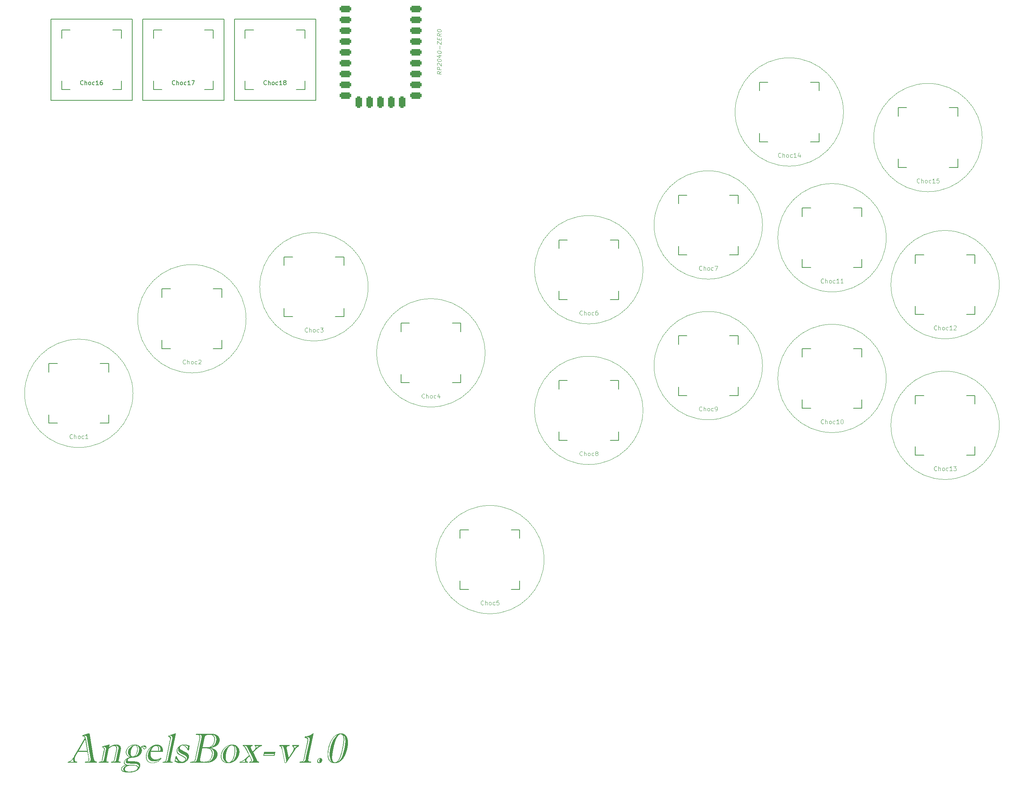
<source format=gto>
%TF.GenerationSoftware,KiCad,Pcbnew,7.0.7*%
%TF.CreationDate,2024-03-12T09:27:44-04:00*%
%TF.ProjectId,AngelsBox_PCB,416e6765-6c73-4426-9f78-5f5043422e6b,rev?*%
%TF.SameCoordinates,Original*%
%TF.FileFunction,Legend,Top*%
%TF.FilePolarity,Positive*%
%FSLAX46Y46*%
G04 Gerber Fmt 4.6, Leading zero omitted, Abs format (unit mm)*
G04 Created by KiCad (PCBNEW 7.0.7) date 2024-03-12 09:27:44*
%MOMM*%
%LPD*%
G01*
G04 APERTURE LIST*
G04 Aperture macros list*
%AMRoundRect*
0 Rectangle with rounded corners*
0 $1 Rounding radius*
0 $2 $3 $4 $5 $6 $7 $8 $9 X,Y pos of 4 corners*
0 Add a 4 corners polygon primitive as box body*
4,1,4,$2,$3,$4,$5,$6,$7,$8,$9,$2,$3,0*
0 Add four circle primitives for the rounded corners*
1,1,$1+$1,$2,$3*
1,1,$1+$1,$4,$5*
1,1,$1+$1,$6,$7*
1,1,$1+$1,$8,$9*
0 Add four rect primitives between the rounded corners*
20,1,$1+$1,$2,$3,$4,$5,0*
20,1,$1+$1,$4,$5,$6,$7,0*
20,1,$1+$1,$6,$7,$8,$9,0*
20,1,$1+$1,$8,$9,$2,$3,0*%
G04 Aperture macros list end*
%ADD10C,0.750000*%
%ADD11C,0.100000*%
%ADD12C,0.150000*%
%ADD13C,1.900000*%
%ADD14C,1.200000*%
%ADD15C,2.950000*%
%ADD16C,3.400000*%
%ADD17RoundRect,0.381000X-0.999000X-0.381000X0.999000X-0.381000X0.999000X0.381000X-0.999000X0.381000X0*%
%ADD18RoundRect,0.381000X-0.381000X0.999000X-0.381000X-0.999000X0.381000X-0.999000X0.381000X0.999000X0*%
%ADD19C,1.000000*%
G04 APERTURE END LIST*
D10*
G36*
X132049449Y-222518443D02*
G01*
X132066675Y-222606108D01*
X132085012Y-222688304D01*
X132104462Y-222765030D01*
X132125023Y-222836287D01*
X132146697Y-222902073D01*
X132177324Y-222981281D01*
X132209929Y-223050764D01*
X132244510Y-223110523D01*
X132290517Y-223171548D01*
X132343369Y-223222931D01*
X132406823Y-223270223D01*
X132480880Y-223313425D01*
X132547758Y-223345041D01*
X132621422Y-223374039D01*
X132701872Y-223400419D01*
X132789107Y-223424181D01*
X132811975Y-223429713D01*
X132765814Y-223648555D01*
X129970454Y-223648555D01*
X130016616Y-223429713D01*
X130084647Y-223422009D01*
X130170586Y-223410709D01*
X130251075Y-223398234D01*
X130326115Y-223384583D01*
X130395705Y-223369757D01*
X130475029Y-223349571D01*
X130545838Y-223327548D01*
X130584236Y-223313453D01*
X130652678Y-223279553D01*
X130710540Y-223235555D01*
X130757824Y-223181459D01*
X130794529Y-223117265D01*
X130820656Y-223042973D01*
X130827014Y-223015966D01*
X130837853Y-222939310D01*
X130840917Y-222869001D01*
X130838554Y-222792850D01*
X130830765Y-222710854D01*
X130820627Y-222641050D01*
X130807017Y-222567507D01*
X130794529Y-222509894D01*
X130555172Y-221131876D01*
X128332562Y-221131876D01*
X127850426Y-221950822D01*
X127805253Y-222029415D01*
X127763766Y-222108756D01*
X127725965Y-222188845D01*
X127691852Y-222269682D01*
X127661424Y-222351266D01*
X127634683Y-222433599D01*
X127611629Y-222516680D01*
X127592262Y-222600508D01*
X127578958Y-222680090D01*
X127572386Y-222757267D01*
X127572547Y-222832039D01*
X127579439Y-222904408D01*
X127593063Y-222974372D01*
X127613419Y-223041932D01*
X127640507Y-223107087D01*
X127674327Y-223169839D01*
X127714719Y-223227755D01*
X127761522Y-223278404D01*
X127814736Y-223321788D01*
X127874362Y-223357906D01*
X127940399Y-223386757D01*
X128012848Y-223408342D01*
X128091708Y-223422660D01*
X128176979Y-223429713D01*
X128130817Y-223648555D01*
X125954369Y-223648555D01*
X126000531Y-223429713D01*
X126503183Y-223429713D01*
X127405904Y-223429713D01*
X127348977Y-223368858D01*
X127302147Y-223304264D01*
X127265415Y-223235929D01*
X127238781Y-223163855D01*
X127222245Y-223088040D01*
X127215807Y-223008486D01*
X127219467Y-222925191D01*
X127233225Y-222838157D01*
X127248852Y-222768513D01*
X127267692Y-222702456D01*
X127275967Y-222679155D01*
X127232103Y-222738300D01*
X127188559Y-222795201D01*
X127145335Y-222849857D01*
X127091757Y-222915023D01*
X127038679Y-222976682D01*
X126986103Y-223034836D01*
X126934027Y-223089483D01*
X126880232Y-223141967D01*
X126821427Y-223194703D01*
X126757614Y-223247688D01*
X126702957Y-223290257D01*
X126645094Y-223332986D01*
X126584026Y-223375876D01*
X126519752Y-223418925D01*
X126503183Y-223429713D01*
X126000531Y-223429713D01*
X126094117Y-223411668D01*
X126187235Y-223385314D01*
X126279887Y-223350653D01*
X126372070Y-223307683D01*
X126463786Y-223256405D01*
X126555035Y-223196820D01*
X126645816Y-223128926D01*
X126736129Y-223052724D01*
X126825975Y-222968214D01*
X126915354Y-222875396D01*
X127004265Y-222774270D01*
X127048545Y-222720591D01*
X127092709Y-222664836D01*
X127136755Y-222607003D01*
X127180685Y-222547094D01*
X127224497Y-222485107D01*
X127268193Y-222421043D01*
X127311772Y-222354903D01*
X127355234Y-222286685D01*
X127398580Y-222216390D01*
X127441808Y-222144019D01*
X128226720Y-220803614D01*
X128512080Y-220803614D01*
X130505590Y-220803614D01*
X130049100Y-218175805D01*
X128512080Y-220803614D01*
X128226720Y-220803614D01*
X129968744Y-217828736D01*
X129942548Y-217761266D01*
X129908247Y-217689779D01*
X129870821Y-217628631D01*
X129823206Y-217570358D01*
X129763580Y-217520990D01*
X129702187Y-217488289D01*
X129627212Y-217460496D01*
X129552139Y-217440581D01*
X129481956Y-217426739D01*
X129404844Y-217415403D01*
X129372059Y-217411569D01*
X129386124Y-217344891D01*
X129782387Y-217344891D01*
X129854996Y-217382037D01*
X129918949Y-217424232D01*
X129974248Y-217471475D01*
X130020890Y-217523768D01*
X130058878Y-217581110D01*
X130069617Y-217601346D01*
X130099129Y-217666221D01*
X130126117Y-217739030D01*
X130146678Y-217805765D01*
X130165487Y-217878010D01*
X130182542Y-217955765D01*
X130197844Y-218039029D01*
X130946693Y-222441506D01*
X130959746Y-222512452D01*
X130970695Y-222580393D01*
X130982022Y-222666305D01*
X130989609Y-222746875D01*
X130993456Y-222822102D01*
X130993563Y-222891986D01*
X130988437Y-222971827D01*
X130977467Y-223043321D01*
X130958143Y-223116095D01*
X130929693Y-223182680D01*
X130889912Y-223238567D01*
X130881724Y-223246775D01*
X130829932Y-223291822D01*
X130772390Y-223335793D01*
X130710295Y-223380053D01*
X130648345Y-223422288D01*
X130637237Y-223429713D01*
X130741529Y-223429713D01*
X130821591Y-223425505D01*
X130896364Y-223412883D01*
X130965847Y-223391846D01*
X131030041Y-223362393D01*
X131088945Y-223324526D01*
X131107405Y-223310034D01*
X131157994Y-223263010D01*
X131207140Y-223204351D01*
X131245650Y-223141602D01*
X131273524Y-223074762D01*
X131286923Y-223024514D01*
X131299370Y-222945399D01*
X131304940Y-222874353D01*
X131306610Y-222796414D01*
X131304379Y-222711584D01*
X131298248Y-222619861D01*
X131291090Y-222546546D01*
X131281739Y-222469354D01*
X131270193Y-222388285D01*
X131261278Y-222332086D01*
X130498751Y-217926189D01*
X130484700Y-217847516D01*
X130469045Y-217774774D01*
X130451788Y-217707962D01*
X130427962Y-217632787D01*
X130401632Y-217566878D01*
X130366731Y-217500019D01*
X130341459Y-217462860D01*
X130289777Y-217409566D01*
X130225987Y-217369361D01*
X130161673Y-217345318D01*
X130088463Y-217330893D01*
X130006358Y-217326084D01*
X129934035Y-217327572D01*
X129862240Y-217332714D01*
X129793681Y-217342613D01*
X129782387Y-217344891D01*
X129386124Y-217344891D01*
X129418221Y-217192728D01*
X130628689Y-216797787D01*
X131061243Y-216797787D01*
X132049449Y-222518443D01*
G37*
G36*
X135662045Y-219953893D02*
G01*
X135746245Y-219902507D01*
X135828941Y-219853495D01*
X135910135Y-219806857D01*
X135989827Y-219762594D01*
X136068015Y-219720704D01*
X136144702Y-219681189D01*
X136219885Y-219644048D01*
X136293566Y-219609282D01*
X136365744Y-219576889D01*
X136436419Y-219546871D01*
X136482701Y-219528178D01*
X136552480Y-219501901D01*
X136623972Y-219478209D01*
X136697177Y-219457102D01*
X136772095Y-219438579D01*
X136848726Y-219422640D01*
X136927070Y-219409287D01*
X137007127Y-219398518D01*
X137088897Y-219390333D01*
X137172380Y-219384733D01*
X137257576Y-219381718D01*
X137315325Y-219381143D01*
X137396988Y-219382472D01*
X137475496Y-219386460D01*
X137550848Y-219393105D01*
X137623044Y-219402408D01*
X137692085Y-219414369D01*
X137820700Y-219446266D01*
X137936692Y-219488794D01*
X138040062Y-219541955D01*
X138130810Y-219605749D01*
X138208935Y-219680174D01*
X138274438Y-219765232D01*
X138327319Y-219860921D01*
X138367577Y-219967243D01*
X138395213Y-220084197D01*
X138410226Y-220211784D01*
X138412617Y-220350002D01*
X138409079Y-220423099D01*
X138402385Y-220498853D01*
X138392536Y-220577266D01*
X138379531Y-220658336D01*
X138363371Y-220742065D01*
X137905172Y-222950997D01*
X137891948Y-223026010D01*
X137883909Y-223109558D01*
X137885303Y-223181753D01*
X137899428Y-223253400D01*
X137933076Y-223316325D01*
X137968430Y-223347647D01*
X138033214Y-223379624D01*
X138101375Y-223400782D01*
X138181196Y-223416169D01*
X138256622Y-223424584D01*
X138340145Y-223428992D01*
X138394146Y-223429713D01*
X138347984Y-223648555D01*
X136080922Y-223648555D01*
X136127084Y-223429713D01*
X136696414Y-223429713D01*
X136785318Y-223429713D01*
X136858673Y-223425121D01*
X136925934Y-223411347D01*
X136998603Y-223382696D01*
X137062496Y-223340822D01*
X137117614Y-223285724D01*
X137149484Y-223241646D01*
X137185882Y-223177749D01*
X137220276Y-223104670D01*
X137246349Y-223039594D01*
X137271140Y-222968642D01*
X137294648Y-222891812D01*
X137316874Y-222809105D01*
X137337818Y-222720521D01*
X137347809Y-222674026D01*
X137797460Y-220504416D01*
X137812177Y-220427009D01*
X137822986Y-220353148D01*
X137829888Y-220282833D01*
X137833013Y-220194597D01*
X137829193Y-220112665D01*
X137818428Y-220037037D01*
X137800716Y-219967714D01*
X137768810Y-219889926D01*
X137753008Y-219861569D01*
X137703654Y-219797080D01*
X137638939Y-219742525D01*
X137576108Y-219706033D01*
X137503445Y-219675900D01*
X137420952Y-219652124D01*
X137352631Y-219638465D01*
X137278780Y-219628382D01*
X137199399Y-219621876D01*
X137171710Y-219620501D01*
X137240407Y-219655923D01*
X137301173Y-219695935D01*
X137354009Y-219740539D01*
X137406943Y-219800125D01*
X137448456Y-219866323D01*
X137474327Y-219926538D01*
X137493302Y-219992513D01*
X137505349Y-220065417D01*
X137510466Y-220145251D01*
X137509571Y-220214106D01*
X137504242Y-220287396D01*
X137494478Y-220365121D01*
X137480279Y-220447280D01*
X137476037Y-220468513D01*
X136969966Y-222901416D01*
X136954365Y-222973223D01*
X136938346Y-223041745D01*
X136919513Y-223112911D01*
X136915255Y-223127096D01*
X136890762Y-223192061D01*
X136855750Y-223255524D01*
X136850287Y-223263872D01*
X136807811Y-223318449D01*
X136758457Y-223370909D01*
X136703189Y-223423547D01*
X136696414Y-223429713D01*
X136127084Y-223429713D01*
X136200093Y-223428137D01*
X136268668Y-223423408D01*
X136348151Y-223413065D01*
X136420705Y-223397796D01*
X136486329Y-223377602D01*
X136555933Y-223346868D01*
X136586993Y-223328841D01*
X136643433Y-223283079D01*
X136693502Y-223221450D01*
X136730359Y-223157971D01*
X136762791Y-223083472D01*
X136785552Y-223015939D01*
X136805480Y-222941353D01*
X136814383Y-222901416D01*
X137310196Y-220518094D01*
X137324463Y-220438352D01*
X137334138Y-220362618D01*
X137339222Y-220290891D01*
X137339263Y-220210108D01*
X137332691Y-220135094D01*
X137322164Y-220076991D01*
X137300542Y-220002543D01*
X137270085Y-219936275D01*
X137230792Y-219878189D01*
X137182663Y-219828283D01*
X137151194Y-219803439D01*
X137090256Y-219766799D01*
X137021136Y-219739159D01*
X136943836Y-219720517D01*
X136871067Y-219711702D01*
X136805834Y-219709406D01*
X136721042Y-219712954D01*
X136652668Y-219720901D01*
X136583812Y-219733390D01*
X136514476Y-219750420D01*
X136444659Y-219771992D01*
X136374361Y-219798105D01*
X136303582Y-219828759D01*
X136250182Y-219854730D01*
X136177440Y-219893412D01*
X136101972Y-219936796D01*
X136043584Y-219972419D01*
X135983662Y-220010687D01*
X135922208Y-220051600D01*
X135859222Y-220095157D01*
X135794702Y-220141359D01*
X135728650Y-220190206D01*
X135661065Y-220241697D01*
X135591948Y-220295833D01*
X135049973Y-222901416D01*
X135035848Y-222981157D01*
X135028094Y-223053686D01*
X135027100Y-223129186D01*
X135036584Y-223203451D01*
X135048263Y-223243356D01*
X135083793Y-223308404D01*
X135138303Y-223359902D01*
X135201882Y-223388486D01*
X135208975Y-223390390D01*
X135282064Y-223405251D01*
X135350880Y-223414753D01*
X135430167Y-223422455D01*
X135506463Y-223427624D01*
X135547495Y-223429713D01*
X135501333Y-223648555D01*
X133230852Y-223648555D01*
X133277014Y-223429713D01*
X133863441Y-223429713D01*
X133948367Y-223417426D01*
X134026831Y-223397235D01*
X134098833Y-223369140D01*
X134164375Y-223333142D01*
X134223455Y-223289239D01*
X134276073Y-223237432D01*
X134322230Y-223177721D01*
X134361925Y-223110106D01*
X134395159Y-223034587D01*
X134421932Y-222951164D01*
X134436190Y-222891157D01*
X134926874Y-220533481D01*
X134938478Y-220457805D01*
X134941233Y-220385719D01*
X134935139Y-220317223D01*
X134916145Y-220239765D01*
X134884409Y-220167477D01*
X134848228Y-220111185D01*
X134796316Y-220051339D01*
X134738033Y-220003875D01*
X134673378Y-219968793D01*
X134602352Y-219946092D01*
X134524954Y-219935774D01*
X134497740Y-219935086D01*
X134428136Y-219944824D01*
X134408835Y-219948764D01*
X134340173Y-219959785D01*
X134326770Y-219960732D01*
X134394049Y-220000873D01*
X134452913Y-220045642D01*
X134503363Y-220095040D01*
X134545397Y-220149066D01*
X134588354Y-220228300D01*
X134610753Y-220293125D01*
X134624738Y-220362578D01*
X134630308Y-220436659D01*
X134627463Y-220515369D01*
X134616203Y-220598707D01*
X134610580Y-220627515D01*
X134140412Y-222891157D01*
X134122921Y-222970178D01*
X134105070Y-223040542D01*
X134083787Y-223111695D01*
X134058863Y-223178587D01*
X134042959Y-223212581D01*
X134003389Y-223276394D01*
X133960914Y-223330089D01*
X133908821Y-223386136D01*
X133863441Y-223429713D01*
X133277014Y-223429713D01*
X133346604Y-223428457D01*
X133428558Y-223423357D01*
X133504918Y-223414332D01*
X133575685Y-223401384D01*
X133653223Y-223380668D01*
X133722706Y-223354301D01*
X133733504Y-223349357D01*
X133794352Y-223311189D01*
X133847386Y-223258235D01*
X133892606Y-223190495D01*
X133924321Y-223122750D01*
X133950609Y-223044737D01*
X133967733Y-222974933D01*
X134422513Y-220789936D01*
X134436591Y-220710302D01*
X134445487Y-220634674D01*
X134449200Y-220563054D01*
X134446554Y-220479163D01*
X134435810Y-220401534D01*
X134416968Y-220330166D01*
X134390028Y-220265058D01*
X134354282Y-220204885D01*
X134309018Y-220149386D01*
X134254238Y-220098563D01*
X134189940Y-220052414D01*
X134116126Y-220010941D01*
X134050222Y-219981128D01*
X133996797Y-219960732D01*
X134030991Y-219798310D01*
X135605625Y-219381143D01*
X135781724Y-219381143D01*
X135662045Y-219953893D01*
G37*
G36*
X141766709Y-219383407D02*
G01*
X141869405Y-219390200D01*
X141969469Y-219401520D01*
X142066902Y-219417368D01*
X142161703Y-219437744D01*
X142253873Y-219462648D01*
X142343412Y-219492080D01*
X142430320Y-219526041D01*
X142514596Y-219564529D01*
X142596241Y-219607545D01*
X142675254Y-219655089D01*
X142751637Y-219707162D01*
X142825387Y-219763762D01*
X142896507Y-219824891D01*
X142964995Y-219890547D01*
X143030852Y-219960732D01*
X143063733Y-219935086D01*
X143338598Y-219935086D01*
X143408848Y-219928575D01*
X143432631Y-219928247D01*
X143505390Y-219943665D01*
X143566843Y-219976974D01*
X143622902Y-220020371D01*
X143682087Y-220077472D01*
X143723280Y-220123153D01*
X143756748Y-220193094D01*
X143799223Y-220261375D01*
X143851969Y-220319462D01*
X143916456Y-220357395D01*
X143967767Y-220365931D01*
X144038550Y-220356435D01*
X144105629Y-220324419D01*
X144148996Y-220285575D01*
X144192872Y-220229724D01*
X144225530Y-220167413D01*
X144239610Y-220119734D01*
X144245166Y-220049636D01*
X144235624Y-219977709D01*
X144234481Y-219972700D01*
X144175416Y-220008122D01*
X144103368Y-220027196D01*
X144048123Y-220030829D01*
X143978553Y-220018304D01*
X143910813Y-219989423D01*
X143851394Y-219955366D01*
X143805346Y-219924828D01*
X143741077Y-219883525D01*
X143679917Y-219852366D01*
X143613826Y-219829178D01*
X143544328Y-219818930D01*
X143536923Y-219818827D01*
X143469410Y-219839029D01*
X143436051Y-219861569D01*
X143379130Y-219905026D01*
X143338598Y-219935086D01*
X143063733Y-219935086D01*
X143096944Y-219909182D01*
X143163788Y-219861389D01*
X143231383Y-219817352D01*
X143299729Y-219777073D01*
X143368827Y-219740549D01*
X143438675Y-219707783D01*
X143466825Y-219695728D01*
X143537050Y-219668146D01*
X143605605Y-219645239D01*
X143672490Y-219627006D01*
X143750549Y-219611298D01*
X143826203Y-219602323D01*
X143887412Y-219599985D01*
X143968247Y-219603450D01*
X144042988Y-219613843D01*
X144111634Y-219631165D01*
X144185966Y-219661098D01*
X144251523Y-219701009D01*
X144299449Y-219741890D01*
X144347274Y-219797689D01*
X144381755Y-219858657D01*
X144402893Y-219924795D01*
X144410687Y-219996101D01*
X144405137Y-220072577D01*
X144400322Y-220099217D01*
X144378737Y-220170704D01*
X144344756Y-220238131D01*
X144304856Y-220293798D01*
X144255465Y-220346356D01*
X144239610Y-220360802D01*
X144181126Y-220405436D01*
X144119370Y-220439107D01*
X144054341Y-220461816D01*
X143986040Y-220473562D01*
X143945541Y-220475351D01*
X143875016Y-220467898D01*
X143807296Y-220443002D01*
X143774571Y-220422351D01*
X143720475Y-220373384D01*
X143675028Y-220320457D01*
X143633840Y-220263400D01*
X143629247Y-220256510D01*
X143590208Y-220198597D01*
X143546166Y-220140304D01*
X143502729Y-220092379D01*
X143445052Y-220053109D01*
X143374602Y-220037882D01*
X143364243Y-220037668D01*
X143294657Y-220051777D01*
X143229608Y-220081830D01*
X143170356Y-220117894D01*
X143162499Y-220123153D01*
X143201438Y-220203295D01*
X143234907Y-220283438D01*
X143262907Y-220363580D01*
X143285437Y-220443722D01*
X143302497Y-220523864D01*
X143314088Y-220604006D01*
X143320209Y-220684149D01*
X143320860Y-220764291D01*
X143316041Y-220844433D01*
X143305753Y-220924575D01*
X143295855Y-220978003D01*
X143278985Y-221049756D01*
X143258509Y-221120756D01*
X143234426Y-221191006D01*
X143206737Y-221260504D01*
X143175442Y-221329251D01*
X143140540Y-221397247D01*
X143102032Y-221464491D01*
X143059917Y-221530984D01*
X143014196Y-221596726D01*
X142964868Y-221661716D01*
X142929980Y-221704626D01*
X142875713Y-221767112D01*
X142819343Y-221826983D01*
X142760870Y-221884239D01*
X142700292Y-221938881D01*
X142637611Y-221990909D01*
X142572826Y-222040321D01*
X142505937Y-222087119D01*
X142436945Y-222131303D01*
X142365849Y-222172871D01*
X142292649Y-222211826D01*
X142242680Y-222236342D01*
X142177818Y-222265434D01*
X142114025Y-222292014D01*
X142035787Y-222321709D01*
X141959217Y-222347480D01*
X141884318Y-222369327D01*
X141811088Y-222387250D01*
X141753706Y-222398764D01*
X141682179Y-222410960D01*
X141608649Y-222421905D01*
X141533115Y-222431597D01*
X141455577Y-222440037D01*
X141376036Y-222447225D01*
X141294491Y-222453160D01*
X141261312Y-222455184D01*
X141161325Y-222463113D01*
X141065245Y-222472154D01*
X140973071Y-222482307D01*
X140884804Y-222493572D01*
X140800445Y-222505949D01*
X140719992Y-222519438D01*
X140643446Y-222534039D01*
X140570807Y-222549752D01*
X140502075Y-222566577D01*
X140416510Y-222590739D01*
X140396204Y-222597089D01*
X140319962Y-222625059D01*
X140251948Y-222658531D01*
X140192162Y-222697507D01*
X140129000Y-222753966D01*
X140078694Y-222819023D01*
X140041245Y-222892678D01*
X140016651Y-222974933D01*
X140008583Y-223057880D01*
X140021139Y-223129767D01*
X140054318Y-223190595D01*
X140108120Y-223240364D01*
X140182545Y-223279072D01*
X140251898Y-223300846D01*
X140332852Y-223316399D01*
X140425406Y-223325730D01*
X140529561Y-223328841D01*
X140602490Y-223327037D01*
X140672535Y-223325475D01*
X140750606Y-223323955D01*
X140824751Y-223322763D01*
X140885178Y-223322002D01*
X140959978Y-223321336D01*
X141032426Y-223320895D01*
X141112569Y-223320574D01*
X141185231Y-223320399D01*
X141263236Y-223320307D01*
X141312603Y-223320292D01*
X141425778Y-223321301D01*
X141534918Y-223324326D01*
X141640024Y-223329368D01*
X141741097Y-223336427D01*
X141838136Y-223345504D01*
X141931141Y-223356597D01*
X142020112Y-223369706D01*
X142105049Y-223384833D01*
X142185953Y-223401977D01*
X142262823Y-223421138D01*
X142335659Y-223442315D01*
X142404461Y-223465510D01*
X142469229Y-223490721D01*
X142558818Y-223532320D01*
X142639331Y-223578457D01*
X142710632Y-223629638D01*
X142772587Y-223687009D01*
X142825195Y-223750572D01*
X142868457Y-223820326D01*
X142902372Y-223896271D01*
X142926941Y-223978406D01*
X142942163Y-224066733D01*
X142948038Y-224161251D01*
X142944567Y-224261959D01*
X142937060Y-224332538D01*
X142925400Y-224405868D01*
X142918012Y-224443565D01*
X142899205Y-224524001D01*
X142876124Y-224602888D01*
X142848769Y-224680225D01*
X142817139Y-224756013D01*
X142781236Y-224830251D01*
X142741058Y-224902940D01*
X142696606Y-224974080D01*
X142647879Y-225043670D01*
X142594852Y-225111684D01*
X142537497Y-225177240D01*
X142475814Y-225240339D01*
X142409803Y-225300979D01*
X142339465Y-225359163D01*
X142283872Y-225401187D01*
X142225844Y-225441829D01*
X142165381Y-225481089D01*
X142102485Y-225518966D01*
X142037324Y-225555706D01*
X141969429Y-225590914D01*
X141898798Y-225624589D01*
X141825433Y-225656731D01*
X141749333Y-225687340D01*
X141670498Y-225716417D01*
X141588929Y-225743960D01*
X141504624Y-225769972D01*
X141417585Y-225794450D01*
X141327810Y-225817396D01*
X141266442Y-225831841D01*
X141172685Y-225852313D01*
X141076705Y-225870770D01*
X140978501Y-225887215D01*
X140878073Y-225901645D01*
X140809885Y-225910147D01*
X140740709Y-225917754D01*
X140670544Y-225924466D01*
X140599391Y-225930283D01*
X140527250Y-225935205D01*
X140454120Y-225939232D01*
X140380002Y-225942364D01*
X140304896Y-225944601D01*
X140228801Y-225945944D01*
X140151717Y-225946391D01*
X140040133Y-225945376D01*
X139932341Y-225942331D01*
X139828344Y-225937255D01*
X139728139Y-225930149D01*
X139631728Y-225921013D01*
X139539110Y-225909846D01*
X139450286Y-225896650D01*
X139365255Y-225881423D01*
X139284018Y-225864165D01*
X139206574Y-225844878D01*
X139132923Y-225823560D01*
X139063066Y-225800212D01*
X138997002Y-225774834D01*
X138905019Y-225732959D01*
X138821571Y-225686517D01*
X138747189Y-225636608D01*
X138681763Y-225583694D01*
X138625292Y-225527775D01*
X138577778Y-225468851D01*
X138539220Y-225406921D01*
X138509617Y-225341986D01*
X138488971Y-225274045D01*
X138477280Y-225203099D01*
X138474545Y-225129148D01*
X138479618Y-225066395D01*
X138636788Y-225066395D01*
X138637664Y-225139700D01*
X138649811Y-225210584D01*
X138673227Y-225279047D01*
X138707914Y-225345089D01*
X138753871Y-225408711D01*
X138775409Y-225433481D01*
X138836976Y-225492953D01*
X138894104Y-225536925D01*
X138958231Y-225577690D01*
X139029358Y-225615250D01*
X139107483Y-225649605D01*
X139192607Y-225680753D01*
X139261044Y-225702011D01*
X139333417Y-225721465D01*
X139358416Y-225727550D01*
X139299552Y-225690283D01*
X139219720Y-225632481D01*
X139150047Y-225572394D01*
X139090531Y-225510024D01*
X139041174Y-225445369D01*
X139001974Y-225378430D01*
X138972933Y-225309207D01*
X138954049Y-225237701D01*
X138947140Y-225179270D01*
X139336297Y-225179270D01*
X139345834Y-225248753D01*
X139365683Y-225314230D01*
X139395843Y-225375699D01*
X139436315Y-225433161D01*
X139487098Y-225486615D01*
X139548193Y-225536063D01*
X139619226Y-225580943D01*
X139698967Y-225619839D01*
X139764489Y-225645083D01*
X139834908Y-225666962D01*
X139910227Y-225685475D01*
X139990444Y-225700622D01*
X140075560Y-225712403D01*
X140165575Y-225720818D01*
X140260489Y-225725867D01*
X140360301Y-225727550D01*
X140461160Y-225726633D01*
X140559855Y-225723883D01*
X140656386Y-225719300D01*
X140750753Y-225712884D01*
X140842957Y-225704634D01*
X140932997Y-225694551D01*
X141020873Y-225682635D01*
X141106585Y-225668886D01*
X141190133Y-225653303D01*
X141271517Y-225635887D01*
X141324571Y-225623258D01*
X141402004Y-225602832D01*
X141476581Y-225580662D01*
X141548303Y-225556750D01*
X141617170Y-225531094D01*
X141683183Y-225503696D01*
X141746340Y-225474554D01*
X141826108Y-225432987D01*
X141900800Y-225388321D01*
X141970417Y-225340556D01*
X142003322Y-225315512D01*
X142064631Y-225264301D01*
X142119475Y-225211541D01*
X142167854Y-225157231D01*
X142209769Y-225101372D01*
X142253070Y-225029369D01*
X142286271Y-224954946D01*
X142309370Y-224878101D01*
X142312778Y-224862441D01*
X142322435Y-224762835D01*
X142307809Y-224673025D01*
X142268900Y-224593013D01*
X142205708Y-224522799D01*
X142150089Y-224481432D01*
X142083678Y-224444420D01*
X142006475Y-224411762D01*
X141918478Y-224383458D01*
X141819690Y-224359509D01*
X141710109Y-224339914D01*
X141589735Y-224324674D01*
X141458569Y-224313788D01*
X141388939Y-224309978D01*
X141316611Y-224307256D01*
X141241584Y-224305624D01*
X141163860Y-224305079D01*
X141093889Y-224305320D01*
X141025454Y-224306041D01*
X140925682Y-224308024D01*
X140829366Y-224311090D01*
X140736506Y-224315237D01*
X140647103Y-224320467D01*
X140561155Y-224326778D01*
X140478664Y-224334171D01*
X140399629Y-224342646D01*
X140324050Y-224352203D01*
X140251927Y-224362842D01*
X140228654Y-224366628D01*
X140160658Y-224379056D01*
X140073877Y-224398383D01*
X139991531Y-224420863D01*
X139913620Y-224446495D01*
X139840143Y-224475280D01*
X139771100Y-224507216D01*
X139706492Y-224542305D01*
X139646319Y-224580546D01*
X139631968Y-224590599D01*
X139578166Y-224632968D01*
X139518277Y-224690887D01*
X139466568Y-224754316D01*
X139423041Y-224823255D01*
X139387695Y-224897704D01*
X139360530Y-224977663D01*
X139348158Y-225028282D01*
X139337072Y-225105780D01*
X139336297Y-225179270D01*
X138947140Y-225179270D01*
X138945324Y-225163910D01*
X138946756Y-225087835D01*
X138958347Y-225009476D01*
X138977681Y-224935570D01*
X139004696Y-224865587D01*
X139039390Y-224799528D01*
X139081766Y-224737393D01*
X139131821Y-224679181D01*
X139189557Y-224624893D01*
X139214802Y-224604277D01*
X139283499Y-224554138D01*
X139344286Y-224514147D01*
X139410257Y-224474263D01*
X139481410Y-224434486D01*
X139557745Y-224394815D01*
X139639263Y-224355252D01*
X139703803Y-224325649D01*
X139771257Y-224296107D01*
X139794390Y-224286273D01*
X139702878Y-224295534D01*
X139614912Y-224307290D01*
X139530492Y-224321540D01*
X139449618Y-224338285D01*
X139372291Y-224357524D01*
X139298510Y-224379258D01*
X139228276Y-224403486D01*
X139161587Y-224430208D01*
X139098445Y-224459425D01*
X139019772Y-224502261D01*
X139001089Y-224513663D01*
X138931232Y-224561882D01*
X138868694Y-224613360D01*
X138813476Y-224668097D01*
X138765578Y-224726093D01*
X138724999Y-224787348D01*
X138691740Y-224851863D01*
X138665801Y-224919636D01*
X138647181Y-224990669D01*
X138636788Y-225066395D01*
X138479618Y-225066395D01*
X138480766Y-225052191D01*
X138489889Y-224999217D01*
X138509096Y-224924605D01*
X138535089Y-224852076D01*
X138567867Y-224781631D01*
X138607431Y-224713270D01*
X138653780Y-224646993D01*
X138706914Y-224582799D01*
X138766834Y-224520688D01*
X138833539Y-224460662D01*
X138887920Y-224418547D01*
X138945277Y-224380039D01*
X139005609Y-224345137D01*
X139068916Y-224313841D01*
X139135199Y-224286152D01*
X139204457Y-224262070D01*
X139276690Y-224241593D01*
X139351898Y-224224723D01*
X139430082Y-224211460D01*
X139511241Y-224201803D01*
X139567000Y-224197368D01*
X139500949Y-224163114D01*
X139440001Y-224127030D01*
X139358146Y-224069473D01*
X139287771Y-224007799D01*
X139228877Y-223942007D01*
X139181463Y-223872098D01*
X139145529Y-223798071D01*
X139121075Y-223719928D01*
X139108102Y-223637667D01*
X139106610Y-223551289D01*
X139108830Y-223531173D01*
X139259334Y-223531173D01*
X139259574Y-223600469D01*
X139274526Y-223682732D01*
X139305756Y-223760152D01*
X139342461Y-223818603D01*
X139389585Y-223873954D01*
X139447127Y-223926207D01*
X139479805Y-223951171D01*
X139551693Y-223997333D01*
X139631434Y-224037511D01*
X139696394Y-224063718D01*
X139765772Y-224086558D01*
X139839568Y-224106033D01*
X139917782Y-224122141D01*
X140000414Y-224134884D01*
X140087463Y-224144261D01*
X140178930Y-224150271D01*
X140274816Y-224152916D01*
X140402703Y-224154238D01*
X140525207Y-224155641D01*
X140642328Y-224157123D01*
X140754066Y-224158686D01*
X140860421Y-224160329D01*
X140961394Y-224162052D01*
X141056983Y-224163855D01*
X141147190Y-224165739D01*
X141232014Y-224167702D01*
X141311455Y-224169746D01*
X141385513Y-224171870D01*
X141454188Y-224174074D01*
X141547108Y-224177530D01*
X141627916Y-224181166D01*
X141675060Y-224183691D01*
X141762735Y-224190877D01*
X141847098Y-224202177D01*
X141928149Y-224217591D01*
X142005887Y-224237119D01*
X142080312Y-224260761D01*
X142151425Y-224288517D01*
X142219225Y-224320386D01*
X142283713Y-224356370D01*
X142341870Y-224397964D01*
X142400215Y-224458747D01*
X142442615Y-224529297D01*
X142469070Y-224609615D01*
X142478754Y-224680901D01*
X142478233Y-224758439D01*
X142467507Y-224842227D01*
X142463232Y-224864151D01*
X142443056Y-224931055D01*
X142420355Y-224995685D01*
X142415360Y-225009476D01*
X142456366Y-224954365D01*
X142501538Y-224887955D01*
X142539948Y-224824300D01*
X142571595Y-224763401D01*
X142600647Y-224693958D01*
X142622234Y-224617954D01*
X142635137Y-224532443D01*
X142637087Y-224452007D01*
X142628084Y-224376646D01*
X142608129Y-224306362D01*
X142577220Y-224241153D01*
X142535359Y-224181019D01*
X142482546Y-224125961D01*
X142418779Y-224075979D01*
X142344621Y-224031688D01*
X142281990Y-224002045D01*
X142213348Y-223975468D01*
X142138696Y-223951956D01*
X142058033Y-223931510D01*
X141971359Y-223914129D01*
X141878674Y-223899814D01*
X141779979Y-223888564D01*
X141710843Y-223882767D01*
X141639036Y-223878332D01*
X141564557Y-223875260D01*
X141526316Y-223874235D01*
X141443013Y-223872602D01*
X141359801Y-223870909D01*
X141276678Y-223869156D01*
X141193646Y-223867343D01*
X141110704Y-223865469D01*
X141027852Y-223863536D01*
X140945090Y-223861542D01*
X140862418Y-223859489D01*
X140779837Y-223857375D01*
X140697345Y-223855201D01*
X140642401Y-223853718D01*
X140561818Y-223851159D01*
X140484842Y-223847968D01*
X140411471Y-223844147D01*
X140341708Y-223839694D01*
X140254299Y-223832775D01*
X140173302Y-223824734D01*
X140098717Y-223815571D01*
X140030542Y-223805286D01*
X139968779Y-223793879D01*
X139899331Y-223777659D01*
X139824478Y-223753456D01*
X139758882Y-223724083D01*
X139694052Y-223683283D01*
X139641821Y-223635446D01*
X139635388Y-223628038D01*
X139598958Y-223570022D01*
X139576437Y-223502188D01*
X139567823Y-223424537D01*
X139571510Y-223350165D01*
X139582387Y-223282679D01*
X139599871Y-223216341D01*
X139623901Y-223151967D01*
X139654475Y-223089556D01*
X139691594Y-223029109D01*
X139715744Y-222995449D01*
X139763230Y-222935715D01*
X139809271Y-222882300D01*
X139860242Y-222826842D01*
X139916141Y-222769340D01*
X139966489Y-222719860D01*
X139987586Y-222699671D01*
X139911478Y-222742494D01*
X139839590Y-222785477D01*
X139771923Y-222828620D01*
X139708478Y-222871923D01*
X139649252Y-222915387D01*
X139594248Y-222959011D01*
X139531428Y-223013767D01*
X139496902Y-223046740D01*
X139444467Y-223103232D01*
X139398294Y-223162646D01*
X139358381Y-223224981D01*
X139324730Y-223290239D01*
X139297340Y-223358418D01*
X139276211Y-223429519D01*
X139269512Y-223458778D01*
X139259334Y-223531173D01*
X139108830Y-223531173D01*
X139116597Y-223460793D01*
X139122478Y-223429713D01*
X139143822Y-223348395D01*
X139173662Y-223268574D01*
X139211997Y-223190248D01*
X139258826Y-223113418D01*
X139299524Y-223056778D01*
X139344999Y-223000979D01*
X139395253Y-222946021D01*
X139450286Y-222891905D01*
X139510097Y-222838631D01*
X139531096Y-222821060D01*
X139597088Y-222768962D01*
X139666837Y-222718458D01*
X139740342Y-222669546D01*
X139817604Y-222622227D01*
X139898623Y-222576501D01*
X139983399Y-222532368D01*
X140071931Y-222489827D01*
X140164219Y-222448879D01*
X140227832Y-222422466D01*
X140293115Y-222396760D01*
X140360067Y-222371763D01*
X140428689Y-222347473D01*
X140365881Y-222315698D01*
X140305470Y-222282992D01*
X140191842Y-222214784D01*
X140087804Y-222142850D01*
X139993356Y-222067189D01*
X139908499Y-221987801D01*
X139833232Y-221904687D01*
X139767556Y-221817847D01*
X139711469Y-221727279D01*
X139664974Y-221632985D01*
X139628068Y-221534965D01*
X139600753Y-221433217D01*
X139583028Y-221327744D01*
X139574894Y-221218543D01*
X139576139Y-221122017D01*
X139732991Y-221122017D01*
X139733963Y-221204298D01*
X139740524Y-221284626D01*
X139752676Y-221363000D01*
X139770417Y-221439420D01*
X139793749Y-221513887D01*
X139822670Y-221586401D01*
X139857181Y-221656961D01*
X139883294Y-221702916D01*
X139927347Y-221769103D01*
X139977441Y-221831745D01*
X140033576Y-221890839D01*
X140095751Y-221946388D01*
X140163967Y-221998390D01*
X140238224Y-222046846D01*
X140318521Y-222091756D01*
X140404860Y-222133119D01*
X140497239Y-222170936D01*
X140562180Y-222194178D01*
X140629807Y-222215843D01*
X140664627Y-222226084D01*
X140598502Y-222178213D01*
X141577607Y-222178213D01*
X141678392Y-222141922D01*
X141774303Y-222100154D01*
X141865337Y-222052910D01*
X141951497Y-222000190D01*
X142032781Y-221941993D01*
X142109190Y-221878321D01*
X142180724Y-221809171D01*
X142247382Y-221734545D01*
X142309165Y-221654443D01*
X142366072Y-221568865D01*
X142418105Y-221477810D01*
X142465262Y-221381279D01*
X142507543Y-221279271D01*
X142544950Y-221171787D01*
X142577481Y-221058827D01*
X142605137Y-220940390D01*
X142619462Y-220867305D01*
X142631664Y-220796154D01*
X142641742Y-220726936D01*
X142655526Y-220594301D01*
X142660815Y-220469399D01*
X142657610Y-220352231D01*
X142645909Y-220242797D01*
X142625713Y-220141097D01*
X142597022Y-220047130D01*
X142559836Y-219960897D01*
X142514155Y-219882398D01*
X142459979Y-219811632D01*
X142397308Y-219748600D01*
X142326142Y-219693302D01*
X142246480Y-219645738D01*
X142158324Y-219605907D01*
X142061672Y-219573810D01*
X142010161Y-219560662D01*
X142073447Y-219615479D01*
X142130802Y-219673075D01*
X142182226Y-219733449D01*
X142227720Y-219796601D01*
X142267284Y-219862531D01*
X142300917Y-219931239D01*
X142328619Y-220002726D01*
X142350391Y-220076991D01*
X142366820Y-220155531D01*
X142377640Y-220239840D01*
X142382849Y-220329920D01*
X142383074Y-220401267D01*
X142380144Y-220475859D01*
X142374058Y-220553697D01*
X142364817Y-220634781D01*
X142352420Y-220719111D01*
X142336867Y-220806686D01*
X142324746Y-220866873D01*
X142300189Y-220975980D01*
X142272680Y-221081467D01*
X142242219Y-221183334D01*
X142208807Y-221281582D01*
X142172442Y-221376210D01*
X142133126Y-221467218D01*
X142090858Y-221554606D01*
X142045637Y-221638375D01*
X141997465Y-221718524D01*
X141946341Y-221795053D01*
X141892265Y-221867962D01*
X141835237Y-221937252D01*
X141775258Y-222002922D01*
X141712326Y-222064972D01*
X141646442Y-222123402D01*
X141577607Y-222178213D01*
X140598502Y-222178213D01*
X140595840Y-222176286D01*
X140531170Y-222124985D01*
X140470618Y-222072181D01*
X140414183Y-222017875D01*
X140361865Y-221962066D01*
X140313665Y-221904754D01*
X140269581Y-221845940D01*
X140229615Y-221785623D01*
X140193767Y-221723803D01*
X140162036Y-221660481D01*
X140143169Y-221617431D01*
X140118500Y-221552115D01*
X140097708Y-221486318D01*
X140080793Y-221420041D01*
X140079406Y-221412558D01*
X140687845Y-221412558D01*
X140691181Y-221500263D01*
X140698905Y-221583581D01*
X140711016Y-221662511D01*
X140727515Y-221737053D01*
X140748402Y-221807208D01*
X140773682Y-221871677D01*
X140813233Y-221947772D01*
X140859461Y-222012594D01*
X140912368Y-222066142D01*
X140971954Y-222108417D01*
X141038218Y-222139419D01*
X141111161Y-222159147D01*
X141190782Y-222167602D01*
X141211731Y-222167954D01*
X141287572Y-222162531D01*
X141362078Y-222146263D01*
X141435248Y-222119148D01*
X141507082Y-222081187D01*
X141577580Y-222032380D01*
X141646743Y-221972728D01*
X141697738Y-221920871D01*
X141747983Y-221862913D01*
X141781061Y-221820885D01*
X141829272Y-221752995D01*
X141875168Y-221680116D01*
X141918751Y-221602247D01*
X141960019Y-221519390D01*
X141998973Y-221431545D01*
X142035613Y-221338710D01*
X142058754Y-221274048D01*
X142080866Y-221207170D01*
X142101951Y-221138074D01*
X142122006Y-221066761D01*
X142141033Y-220993230D01*
X142159032Y-220917483D01*
X142176002Y-220839518D01*
X142189933Y-220768044D01*
X142201808Y-220698521D01*
X142215762Y-220597892D01*
X142225089Y-220501651D01*
X142229787Y-220409798D01*
X142229857Y-220322333D01*
X142225299Y-220239256D01*
X142216113Y-220160566D01*
X142202299Y-220086264D01*
X142183856Y-220016350D01*
X142160785Y-219950824D01*
X142152066Y-219929957D01*
X142114105Y-219852620D01*
X142071176Y-219785594D01*
X142023278Y-219728880D01*
X141970411Y-219682478D01*
X141897339Y-219638976D01*
X141816504Y-219611586D01*
X141746246Y-219601274D01*
X141709254Y-219599985D01*
X141633332Y-219605355D01*
X141558587Y-219621463D01*
X141485016Y-219648311D01*
X141412621Y-219685897D01*
X141341401Y-219734223D01*
X141271357Y-219793288D01*
X141219595Y-219844634D01*
X141168494Y-219902021D01*
X141134795Y-219943635D01*
X141085818Y-220009552D01*
X141039546Y-220079075D01*
X140995978Y-220152205D01*
X140955116Y-220228941D01*
X140916958Y-220309283D01*
X140881505Y-220393232D01*
X140848757Y-220480788D01*
X140818714Y-220571949D01*
X140791375Y-220666718D01*
X140766742Y-220765092D01*
X140751822Y-220832679D01*
X140736982Y-220908213D01*
X140724093Y-220981797D01*
X140713153Y-221053430D01*
X140704164Y-221123114D01*
X140694337Y-221223983D01*
X140688897Y-221320464D01*
X140687845Y-221412558D01*
X140079406Y-221412558D01*
X140064270Y-221330923D01*
X140054640Y-221240950D01*
X140051902Y-221150122D01*
X140054371Y-221081440D01*
X140060717Y-221012277D01*
X140070941Y-220942634D01*
X140079910Y-220895938D01*
X140097782Y-220820904D01*
X140119981Y-220746472D01*
X140146508Y-220672641D01*
X140177363Y-220599412D01*
X140212545Y-220526783D01*
X140252055Y-220454755D01*
X140295893Y-220383328D01*
X140344058Y-220312503D01*
X140396552Y-220242278D01*
X140453372Y-220172654D01*
X140493657Y-220126573D01*
X140557861Y-220058352D01*
X140626092Y-219992174D01*
X140698350Y-219928040D01*
X140774636Y-219865950D01*
X140854948Y-219805904D01*
X140939288Y-219747901D01*
X140997752Y-219710368D01*
X141058005Y-219673743D01*
X141120049Y-219638026D01*
X141183882Y-219603217D01*
X141249505Y-219569317D01*
X141316918Y-219536325D01*
X141386121Y-219504242D01*
X141312139Y-219514525D01*
X141238939Y-219527423D01*
X141166521Y-219542936D01*
X141094884Y-219561063D01*
X141024028Y-219581804D01*
X140953954Y-219605161D01*
X140884661Y-219631132D01*
X140816149Y-219659718D01*
X140748419Y-219690918D01*
X140681470Y-219724733D01*
X140637272Y-219748729D01*
X140572637Y-219786436D01*
X140510166Y-219825826D01*
X140449859Y-219866899D01*
X140391716Y-219909654D01*
X140335737Y-219954093D01*
X140281922Y-220000215D01*
X140230270Y-220048020D01*
X140180782Y-220097508D01*
X140133458Y-220148679D01*
X140088298Y-220201532D01*
X140059393Y-220237703D01*
X140018155Y-220292591D01*
X139967519Y-220366989D01*
X139921851Y-220442777D01*
X139881152Y-220519954D01*
X139845422Y-220598520D01*
X139814661Y-220678475D01*
X139788868Y-220759819D01*
X139768045Y-220842553D01*
X139763615Y-220863453D01*
X139747817Y-220951595D01*
X139737609Y-221037783D01*
X139732991Y-221122017D01*
X139576139Y-221122017D01*
X139576350Y-221105616D01*
X139587396Y-220988963D01*
X139608033Y-220868582D01*
X139625784Y-220792147D01*
X139646982Y-220717140D01*
X139671625Y-220643563D01*
X139699715Y-220571415D01*
X139731251Y-220500696D01*
X139766233Y-220431407D01*
X139804661Y-220363546D01*
X139846536Y-220297115D01*
X139891856Y-220232113D01*
X139940623Y-220168540D01*
X139992835Y-220106397D01*
X140048494Y-220045682D01*
X140107599Y-219986397D01*
X140170150Y-219928541D01*
X140236147Y-219872115D01*
X140305590Y-219817117D01*
X140377805Y-219764323D01*
X140451689Y-219714936D01*
X140527243Y-219668954D01*
X140604467Y-219626379D01*
X140683360Y-219587209D01*
X140763923Y-219551446D01*
X140846156Y-219519088D01*
X140930058Y-219490137D01*
X141015630Y-219464592D01*
X141102871Y-219442452D01*
X141191782Y-219423719D01*
X141282363Y-219408392D01*
X141374613Y-219396471D01*
X141468533Y-219387956D01*
X141564123Y-219382846D01*
X141661382Y-219381143D01*
X141766709Y-219383407D01*
G37*
G36*
X146915454Y-219382751D02*
G01*
X146992881Y-219387575D01*
X147068926Y-219395614D01*
X147143589Y-219406869D01*
X147216869Y-219421340D01*
X147288766Y-219439026D01*
X147359281Y-219459928D01*
X147428414Y-219484046D01*
X147496164Y-219511380D01*
X147562532Y-219541929D01*
X147606009Y-219564081D01*
X147669126Y-219599279D01*
X147728967Y-219636911D01*
X147785532Y-219676977D01*
X147855857Y-219734185D01*
X147920358Y-219795721D01*
X147979036Y-219861584D01*
X148031889Y-219931775D01*
X148078920Y-220006294D01*
X148110370Y-220065023D01*
X148144406Y-220138020D01*
X148173850Y-220211684D01*
X148198702Y-220286016D01*
X148218963Y-220361015D01*
X148234633Y-220436683D01*
X148245711Y-220513018D01*
X148248856Y-220543739D01*
X148254508Y-220622563D01*
X148257572Y-220706228D01*
X148258159Y-220776646D01*
X148257091Y-220850163D01*
X148254366Y-220926779D01*
X148249985Y-221006494D01*
X148243947Y-221089307D01*
X148240308Y-221131876D01*
X145398786Y-221131876D01*
X145384812Y-221221916D01*
X145373662Y-221309311D01*
X145365337Y-221394061D01*
X145359837Y-221476167D01*
X145357162Y-221555628D01*
X145357313Y-221632444D01*
X145360288Y-221706616D01*
X145366088Y-221778143D01*
X145374714Y-221847025D01*
X145390608Y-221934754D01*
X145395367Y-221955952D01*
X145416845Y-222038124D01*
X145441956Y-222116236D01*
X145470701Y-222190287D01*
X145503078Y-222260278D01*
X145539089Y-222326208D01*
X145578732Y-222388078D01*
X145622009Y-222445887D01*
X145668919Y-222499636D01*
X145718473Y-222549111D01*
X145769684Y-222594952D01*
X145836027Y-222647145D01*
X145904958Y-222693660D01*
X145976476Y-222734499D01*
X146050583Y-222769662D01*
X146111731Y-222793705D01*
X146189653Y-222819317D01*
X146267407Y-222840588D01*
X146344995Y-222857518D01*
X146422416Y-222870107D01*
X146499669Y-222878355D01*
X146576756Y-222882262D01*
X146607544Y-222882609D01*
X146681455Y-222880879D01*
X146755300Y-222875690D01*
X146829077Y-222867041D01*
X146902788Y-222854933D01*
X146976432Y-222839366D01*
X147050009Y-222820338D01*
X147123520Y-222797852D01*
X147196963Y-222771906D01*
X147270340Y-222742500D01*
X147343650Y-222709635D01*
X147416893Y-222673311D01*
X147490070Y-222633527D01*
X147563180Y-222590284D01*
X147636223Y-222543581D01*
X147709199Y-222493418D01*
X147782108Y-222439797D01*
X147935981Y-222597089D01*
X147880102Y-222670840D01*
X147823381Y-222742066D01*
X147765819Y-222810768D01*
X147707415Y-222876946D01*
X147648170Y-222940598D01*
X147588084Y-223001727D01*
X147527156Y-223060331D01*
X147465386Y-223116410D01*
X147402775Y-223169965D01*
X147339322Y-223220996D01*
X147296553Y-223253614D01*
X147231833Y-223300542D01*
X147166543Y-223345156D01*
X147100681Y-223387456D01*
X147034248Y-223427442D01*
X146967244Y-223465114D01*
X146899669Y-223500472D01*
X146831523Y-223533515D01*
X146762806Y-223564245D01*
X146693518Y-223592660D01*
X146623659Y-223618762D01*
X146576770Y-223634877D01*
X146506199Y-223656876D01*
X146435539Y-223676711D01*
X146364788Y-223694382D01*
X146293948Y-223709890D01*
X146223017Y-223723234D01*
X146151996Y-223734413D01*
X146080885Y-223743429D01*
X146009683Y-223750282D01*
X145938392Y-223754970D01*
X145867010Y-223757494D01*
X145819372Y-223757975D01*
X145723643Y-223755751D01*
X145630077Y-223749080D01*
X145538674Y-223737960D01*
X145449436Y-223722392D01*
X145362362Y-223702377D01*
X145277451Y-223677913D01*
X145194704Y-223649002D01*
X145114121Y-223615643D01*
X145035702Y-223577836D01*
X144959447Y-223535581D01*
X144909812Y-223504940D01*
X144838140Y-223455542D01*
X144770585Y-223402237D01*
X144707148Y-223345026D01*
X144647827Y-223283908D01*
X144592624Y-223218882D01*
X144541539Y-223149950D01*
X144494570Y-223077111D01*
X144451719Y-223000365D01*
X144412986Y-222919711D01*
X144378369Y-222835151D01*
X144357579Y-222776608D01*
X144330276Y-222686042D01*
X144307991Y-222593222D01*
X144290725Y-222498149D01*
X144278479Y-222400821D01*
X144271251Y-222301239D01*
X144269858Y-222237017D01*
X144413565Y-222237017D01*
X144416964Y-222328800D01*
X144424945Y-222418192D01*
X144437508Y-222505193D01*
X144454651Y-222589803D01*
X144476376Y-222672022D01*
X144502683Y-222751850D01*
X144533571Y-222829288D01*
X144569041Y-222904334D01*
X144609092Y-222976990D01*
X144653724Y-223047254D01*
X144702938Y-223115128D01*
X144755719Y-223179723D01*
X144810623Y-223240150D01*
X144867651Y-223296410D01*
X144926802Y-223348502D01*
X144988078Y-223396427D01*
X145051477Y-223440185D01*
X145117000Y-223479775D01*
X145184646Y-223515198D01*
X145254417Y-223546453D01*
X145326311Y-223573541D01*
X145400329Y-223596462D01*
X145476471Y-223615215D01*
X145554736Y-223629801D01*
X145635126Y-223640220D01*
X145717639Y-223646471D01*
X145802275Y-223648555D01*
X145877634Y-223646962D01*
X145953684Y-223642183D01*
X146030425Y-223634219D01*
X146107858Y-223623069D01*
X146185981Y-223608734D01*
X146264796Y-223591213D01*
X146344302Y-223570506D01*
X146424499Y-223546614D01*
X146505388Y-223519536D01*
X146586968Y-223489272D01*
X146641738Y-223467326D01*
X146723648Y-223431813D01*
X146803966Y-223393235D01*
X146882691Y-223351591D01*
X146959822Y-223306882D01*
X147035361Y-223259107D01*
X147109308Y-223208267D01*
X147181661Y-223154361D01*
X147252422Y-223097390D01*
X147321589Y-223037353D01*
X147389164Y-222974252D01*
X147433329Y-222930481D01*
X147372757Y-222962302D01*
X147292040Y-223003001D01*
X147211377Y-223041723D01*
X147130767Y-223078468D01*
X147050211Y-223113236D01*
X146969708Y-223146028D01*
X146889259Y-223176843D01*
X146808863Y-223205680D01*
X146788772Y-223212581D01*
X146707001Y-223237826D01*
X146622397Y-223259705D01*
X146534962Y-223278217D01*
X146467527Y-223289893D01*
X146398500Y-223299676D01*
X146327880Y-223307565D01*
X146255667Y-223313560D01*
X146181861Y-223317662D01*
X146106462Y-223319871D01*
X146055311Y-223320292D01*
X145968991Y-223318382D01*
X145885276Y-223312652D01*
X145804166Y-223303102D01*
X145725660Y-223289731D01*
X145649758Y-223272541D01*
X145576462Y-223251530D01*
X145505769Y-223226699D01*
X145437682Y-223198049D01*
X145372199Y-223165578D01*
X145309321Y-223129287D01*
X145249047Y-223089175D01*
X145191378Y-223045244D01*
X145136314Y-222997493D01*
X145083854Y-222945921D01*
X145033999Y-222890530D01*
X144986749Y-222831318D01*
X144943078Y-222769041D01*
X144903534Y-222704453D01*
X144868118Y-222637554D01*
X144836829Y-222568345D01*
X144809668Y-222496824D01*
X144786634Y-222422994D01*
X144767727Y-222346852D01*
X144752947Y-222268399D01*
X144742295Y-222187636D01*
X144735770Y-222104562D01*
X144733372Y-222019177D01*
X144735102Y-221931481D01*
X144740959Y-221841475D01*
X144750944Y-221749158D01*
X144765055Y-221654530D01*
X144783294Y-221557591D01*
X144804021Y-221465208D01*
X144827092Y-221374627D01*
X144852507Y-221285849D01*
X144880266Y-221198875D01*
X144910370Y-221113704D01*
X144942817Y-221030336D01*
X144977609Y-220948771D01*
X145014745Y-220869010D01*
X145047863Y-220803614D01*
X145496239Y-220803614D01*
X147139261Y-220803614D01*
X147171745Y-220648031D01*
X147184114Y-220580151D01*
X147194691Y-220497930D01*
X147199842Y-220418631D01*
X147199566Y-220342254D01*
X147193864Y-220268798D01*
X147182736Y-220198265D01*
X147173455Y-220157347D01*
X147150214Y-220080050D01*
X147120240Y-220009725D01*
X147083535Y-219946373D01*
X147040098Y-219889993D01*
X146989929Y-219840585D01*
X146971710Y-219825665D01*
X146913988Y-219786155D01*
X146851096Y-219754820D01*
X146783036Y-219731659D01*
X146709806Y-219716672D01*
X146631406Y-219709860D01*
X146604125Y-219709406D01*
X146515033Y-219714401D01*
X146427278Y-219729388D01*
X146340858Y-219754366D01*
X146276919Y-219779655D01*
X146213732Y-219810565D01*
X146151296Y-219847095D01*
X146089612Y-219889245D01*
X146028679Y-219937015D01*
X145968497Y-219990404D01*
X145928793Y-220029120D01*
X145871537Y-220090253D01*
X145817736Y-220153761D01*
X145767392Y-220219643D01*
X145720504Y-220287899D01*
X145677072Y-220358529D01*
X145637096Y-220431534D01*
X145600576Y-220506912D01*
X145567512Y-220584665D01*
X145537905Y-220664793D01*
X145511753Y-220747294D01*
X145496239Y-220803614D01*
X145047863Y-220803614D01*
X145054225Y-220791052D01*
X145096049Y-220714896D01*
X145125234Y-220665128D01*
X145170950Y-220591032D01*
X145218981Y-220516845D01*
X145269325Y-220442568D01*
X145321983Y-220368201D01*
X145376956Y-220293744D01*
X145434243Y-220219197D01*
X145493843Y-220144560D01*
X145555758Y-220069832D01*
X145619987Y-219995014D01*
X145686530Y-219920106D01*
X145732178Y-219870118D01*
X145668830Y-219915216D01*
X145607016Y-219961179D01*
X145546734Y-220008007D01*
X145487985Y-220055700D01*
X145430768Y-220104258D01*
X145375084Y-220153681D01*
X145320933Y-220203968D01*
X145268315Y-220255121D01*
X145217229Y-220307138D01*
X145167676Y-220360020D01*
X145119656Y-220413767D01*
X145073169Y-220468379D01*
X145028214Y-220523856D01*
X144984792Y-220580197D01*
X144942902Y-220637404D01*
X144902546Y-220695475D01*
X144863722Y-220754412D01*
X144826431Y-220814213D01*
X144790672Y-220874879D01*
X144756447Y-220936409D01*
X144723754Y-220998805D01*
X144692593Y-221062066D01*
X144662966Y-221126191D01*
X144634871Y-221191181D01*
X144608309Y-221257037D01*
X144583279Y-221323757D01*
X144559783Y-221391342D01*
X144537819Y-221459791D01*
X144517388Y-221529106D01*
X144498489Y-221599285D01*
X144481123Y-221670330D01*
X144465290Y-221742239D01*
X144445782Y-221845976D01*
X144430856Y-221947323D01*
X144420511Y-222046278D01*
X144414747Y-222142843D01*
X144413565Y-222237017D01*
X144269858Y-222237017D01*
X144269042Y-222199403D01*
X144270358Y-222130261D01*
X144273904Y-222060116D01*
X144279681Y-221988970D01*
X144287688Y-221916822D01*
X144297927Y-221843672D01*
X144310395Y-221769521D01*
X144325095Y-221694367D01*
X144344965Y-221605440D01*
X144367390Y-221517534D01*
X144392369Y-221430650D01*
X144419903Y-221344787D01*
X144449991Y-221259947D01*
X144482634Y-221176128D01*
X144517832Y-221093331D01*
X144555584Y-221011556D01*
X144595890Y-220930803D01*
X144638751Y-220851071D01*
X144668744Y-220798485D01*
X144715472Y-220720511D01*
X144763973Y-220644311D01*
X144814248Y-220569884D01*
X144866295Y-220497230D01*
X144920115Y-220426349D01*
X144975709Y-220357242D01*
X145033076Y-220289907D01*
X145092216Y-220224346D01*
X145153129Y-220160558D01*
X145215815Y-220098543D01*
X145258591Y-220058185D01*
X145323887Y-219999486D01*
X145390265Y-219943281D01*
X145457724Y-219889570D01*
X145526266Y-219838355D01*
X145595889Y-219789633D01*
X145666595Y-219743406D01*
X145738382Y-219699674D01*
X145772543Y-219680341D01*
X146958033Y-219680341D01*
X147023081Y-219715844D01*
X147082306Y-219753965D01*
X147148148Y-219805298D01*
X147204891Y-219860721D01*
X147252533Y-219920235D01*
X147291077Y-219983839D01*
X147315360Y-220037668D01*
X147338184Y-220112226D01*
X147350072Y-220179986D01*
X147356296Y-220254959D01*
X147356857Y-220337145D01*
X147351754Y-220426543D01*
X147344211Y-220498326D01*
X147333482Y-220574165D01*
X147319567Y-220654062D01*
X147308521Y-220709580D01*
X147289714Y-220803614D01*
X147617977Y-220803614D01*
X147633765Y-220706672D01*
X147645225Y-220614598D01*
X147652358Y-220527394D01*
X147655163Y-220445058D01*
X147653640Y-220367590D01*
X147647790Y-220294991D01*
X147637612Y-220227261D01*
X147617309Y-220144528D01*
X147589313Y-220070450D01*
X147563266Y-220020571D01*
X147521272Y-219959530D01*
X147469660Y-219903777D01*
X147408432Y-219853315D01*
X147337586Y-219808141D01*
X147257123Y-219768257D01*
X147190465Y-219741815D01*
X147118397Y-219718348D01*
X147040920Y-219697857D01*
X146958033Y-219680341D01*
X145772543Y-219680341D01*
X145811251Y-219658435D01*
X145885203Y-219619692D01*
X145960236Y-219583442D01*
X146010859Y-219560662D01*
X146087259Y-219528580D01*
X146163870Y-219499654D01*
X146240692Y-219473883D01*
X146317723Y-219451268D01*
X146394965Y-219431808D01*
X146472418Y-219415504D01*
X146550081Y-219402356D01*
X146627954Y-219392363D01*
X146706037Y-219385526D01*
X146784331Y-219381845D01*
X146836644Y-219381143D01*
X146915454Y-219382751D01*
G37*
G36*
X150066267Y-222766349D02*
G01*
X150052969Y-222834540D01*
X150038743Y-222919197D01*
X150028525Y-222996695D01*
X150022314Y-223067033D01*
X150020185Y-223144888D01*
X150025895Y-223223547D01*
X150040622Y-223286098D01*
X150085074Y-223348930D01*
X150153422Y-223389181D01*
X150219072Y-223409517D01*
X150298746Y-223422841D01*
X150372584Y-223428451D01*
X150433853Y-223429713D01*
X150560370Y-223429713D01*
X150514208Y-223648555D01*
X148171920Y-223648555D01*
X148218081Y-223429713D01*
X148330922Y-223429713D01*
X148814767Y-223429713D01*
X148894375Y-223423408D01*
X148967357Y-223412188D01*
X149049269Y-223391251D01*
X149120830Y-223362634D01*
X149182038Y-223326336D01*
X149241824Y-223272641D01*
X149266128Y-223241646D01*
X149309264Y-223171301D01*
X149342548Y-223104140D01*
X149373411Y-223029216D01*
X149396359Y-222963686D01*
X149417757Y-222893188D01*
X149437605Y-222817720D01*
X149455904Y-222737284D01*
X150368884Y-218341646D01*
X150386302Y-218257069D01*
X150401796Y-218176874D01*
X150415366Y-218101059D01*
X150427014Y-218029626D01*
X150438868Y-217946495D01*
X150447717Y-217870210D01*
X150453561Y-217800770D01*
X150454369Y-217787703D01*
X150454409Y-217712530D01*
X150445553Y-217642165D01*
X150423978Y-217566150D01*
X150390295Y-217496680D01*
X150351787Y-217442344D01*
X150302379Y-217394699D01*
X150238787Y-217356912D01*
X150161009Y-217328983D01*
X150085358Y-217313238D01*
X149999856Y-217304339D01*
X149924362Y-217302148D01*
X149850204Y-217302789D01*
X149775461Y-217305043D01*
X149703200Y-217309451D01*
X149671326Y-217312407D01*
X149744652Y-217337211D01*
X149811395Y-217364178D01*
X149890148Y-217403502D01*
X149957200Y-217446671D01*
X150012552Y-217493688D01*
X150065287Y-217557869D01*
X150099740Y-217628060D01*
X150114139Y-217688541D01*
X150122395Y-217769851D01*
X150124733Y-217840430D01*
X150123277Y-217915924D01*
X150118027Y-217996333D01*
X150108985Y-218081658D01*
X150096148Y-218171898D01*
X150084032Y-218242804D01*
X150069782Y-218316475D01*
X150064557Y-218341646D01*
X149115674Y-222908254D01*
X149096012Y-222988958D01*
X149071222Y-223065226D01*
X149041302Y-223137060D01*
X149006253Y-223204460D01*
X148966075Y-223267425D01*
X148920768Y-223325955D01*
X148870332Y-223380051D01*
X148814767Y-223429713D01*
X148330922Y-223429713D01*
X148414754Y-223426791D01*
X148492074Y-223418026D01*
X148562883Y-223403416D01*
X148639259Y-223378171D01*
X148706258Y-223344512D01*
X148754927Y-223310034D01*
X148806699Y-223260185D01*
X148851739Y-223201682D01*
X148890047Y-223134523D01*
X148921623Y-223058708D01*
X148942794Y-222988918D01*
X148953252Y-222944158D01*
X149900426Y-218389518D01*
X149913254Y-218322313D01*
X149926384Y-218237055D01*
X149934973Y-218156766D01*
X149939020Y-218081446D01*
X149938525Y-218011094D01*
X149931521Y-217930143D01*
X149917421Y-217856954D01*
X149905555Y-217816768D01*
X149876178Y-217753414D01*
X149831858Y-217692648D01*
X149772594Y-217634470D01*
X149714425Y-217589790D01*
X149646691Y-217546767D01*
X149569394Y-217505401D01*
X149505145Y-217475463D01*
X149459324Y-217456021D01*
X149498647Y-217269664D01*
X151133120Y-216755044D01*
X151316058Y-216755044D01*
X150066267Y-222766349D01*
G37*
G36*
X153341090Y-219382132D02*
G01*
X153425400Y-219385097D01*
X153507786Y-219390039D01*
X153588249Y-219396958D01*
X153666788Y-219405854D01*
X153743404Y-219416727D01*
X153818097Y-219429576D01*
X153890866Y-219444402D01*
X153963902Y-219460671D01*
X154038541Y-219478703D01*
X154114783Y-219498498D01*
X154192628Y-219520057D01*
X154272076Y-219543378D01*
X154353126Y-219568462D01*
X154435779Y-219595310D01*
X154520035Y-219623921D01*
X154331968Y-220762581D01*
X154101159Y-220762581D01*
X154068261Y-220691669D01*
X154034962Y-220622973D01*
X154001262Y-220556495D01*
X153967161Y-220492235D01*
X153932660Y-220430191D01*
X153897758Y-220370365D01*
X153844654Y-220284783D01*
X153790648Y-220204190D01*
X153735741Y-220128586D01*
X153679932Y-220057971D01*
X153623221Y-219992345D01*
X153565609Y-219931707D01*
X153526700Y-219894053D01*
X153467600Y-219841500D01*
X153407629Y-219794116D01*
X153346786Y-219751901D01*
X153285071Y-219714856D01*
X153222485Y-219682979D01*
X153159027Y-219656272D01*
X153073062Y-219628703D01*
X152985546Y-219610323D01*
X152896482Y-219601134D01*
X152851368Y-219599985D01*
X152781970Y-219603700D01*
X152701668Y-219617965D01*
X152624611Y-219642930D01*
X152550800Y-219678593D01*
X152491770Y-219716485D01*
X152446169Y-219752148D01*
X152393985Y-219799958D01*
X152340290Y-219859424D01*
X152296332Y-219921173D01*
X152262111Y-219985207D01*
X152237628Y-220051524D01*
X152229038Y-220085540D01*
X152219003Y-220156850D01*
X152219965Y-220236030D01*
X152235112Y-220308238D01*
X152264444Y-220373474D01*
X152307961Y-220431737D01*
X152335039Y-220458254D01*
X152392391Y-220504253D01*
X152451616Y-220545740D01*
X152522702Y-220591394D01*
X152583800Y-220628370D01*
X152651570Y-220667689D01*
X152726013Y-220709353D01*
X152807126Y-220753361D01*
X152894912Y-220799714D01*
X152957143Y-220831917D01*
X153022338Y-220865163D01*
X153088449Y-220898642D01*
X153153424Y-220931975D01*
X153217264Y-220965160D01*
X153279969Y-220998199D01*
X153341538Y-221031091D01*
X153401972Y-221063835D01*
X153490494Y-221112677D01*
X153576461Y-221161188D01*
X153659874Y-221209369D01*
X153740733Y-221257219D01*
X153819037Y-221304738D01*
X153894786Y-221351927D01*
X153943867Y-221383202D01*
X154003252Y-221422685D01*
X154058310Y-221465909D01*
X154109040Y-221512872D01*
X154155442Y-221563575D01*
X154197517Y-221618019D01*
X154235264Y-221676202D01*
X154268683Y-221738125D01*
X154297774Y-221803788D01*
X154322004Y-221872069D01*
X154340838Y-221941847D01*
X154354275Y-222013120D01*
X154362316Y-222085889D01*
X154364960Y-222160154D01*
X154362209Y-222235915D01*
X154354061Y-222313172D01*
X154340517Y-222391925D01*
X154324348Y-222460993D01*
X154304693Y-222529068D01*
X154281552Y-222596152D01*
X154254925Y-222662245D01*
X154224812Y-222727345D01*
X154191212Y-222791454D01*
X154154126Y-222854571D01*
X154113554Y-222916696D01*
X154069496Y-222977830D01*
X154021952Y-223037971D01*
X153988319Y-223077515D01*
X153935841Y-223135052D01*
X153880988Y-223190335D01*
X153823762Y-223243364D01*
X153764161Y-223294139D01*
X153702186Y-223342660D01*
X153637837Y-223388927D01*
X153571114Y-223432940D01*
X153502016Y-223474699D01*
X153430544Y-223514204D01*
X153356698Y-223551456D01*
X153306148Y-223575037D01*
X153229387Y-223607730D01*
X153151694Y-223637208D01*
X153073070Y-223663469D01*
X152993514Y-223686515D01*
X152913026Y-223706345D01*
X152831607Y-223722960D01*
X152749255Y-223736359D01*
X152665973Y-223746542D01*
X152581758Y-223753509D01*
X152496612Y-223757261D01*
X152439331Y-223757975D01*
X152357178Y-223756506D01*
X152273997Y-223752098D01*
X152189788Y-223744752D01*
X152104550Y-223734467D01*
X152018284Y-223721243D01*
X151930989Y-223705081D01*
X151842665Y-223685981D01*
X151753314Y-223663942D01*
X151662933Y-223638964D01*
X151571524Y-223611048D01*
X151479087Y-223580193D01*
X151385621Y-223546400D01*
X151291127Y-223509668D01*
X151195604Y-223469998D01*
X151099053Y-223427389D01*
X151001473Y-223381841D01*
X151050520Y-223145903D01*
X151225444Y-223145903D01*
X151299575Y-223180072D01*
X151369459Y-223208910D01*
X151448747Y-223239083D01*
X151514383Y-223262590D01*
X151585309Y-223286848D01*
X151661524Y-223311857D01*
X151743029Y-223337618D01*
X151829823Y-223364130D01*
X151921906Y-223391393D01*
X151953776Y-223400648D01*
X151893589Y-223349624D01*
X151837837Y-223299989D01*
X151786519Y-223251744D01*
X151728608Y-223193390D01*
X151677626Y-223137207D01*
X151633573Y-223083195D01*
X151596449Y-223031353D01*
X151555496Y-222964214D01*
X151519532Y-222899724D01*
X151481899Y-222827471D01*
X151450590Y-222764079D01*
X151418212Y-222695717D01*
X151384766Y-222622387D01*
X151350252Y-222544088D01*
X151225444Y-223145903D01*
X151050520Y-223145903D01*
X151263057Y-222123502D01*
X151517802Y-222123502D01*
X151546179Y-222203257D01*
X151575318Y-222280527D01*
X151605217Y-222355313D01*
X151635879Y-222427615D01*
X151667301Y-222497432D01*
X151699485Y-222564765D01*
X151732430Y-222629613D01*
X151766136Y-222691977D01*
X151800604Y-222751857D01*
X151853733Y-222837018D01*
X151908576Y-222916589D01*
X151965131Y-222990570D01*
X152023399Y-223058962D01*
X152063197Y-223101451D01*
X152123914Y-223160115D01*
X152185534Y-223213008D01*
X152248055Y-223260132D01*
X152311477Y-223301485D01*
X152375801Y-223337069D01*
X152441027Y-223366881D01*
X152507154Y-223390924D01*
X152574183Y-223409197D01*
X152642114Y-223421699D01*
X152710946Y-223428431D01*
X152757335Y-223429713D01*
X152831675Y-223425873D01*
X152905097Y-223414352D01*
X152977601Y-223395152D01*
X153049186Y-223368271D01*
X153119853Y-223333709D01*
X153189602Y-223291468D01*
X153217244Y-223272421D01*
X153281825Y-223221689D01*
X153337725Y-223168870D01*
X153384942Y-223113964D01*
X153423477Y-223056972D01*
X153458258Y-222985825D01*
X153480538Y-222911674D01*
X153493377Y-222832867D01*
X153497702Y-222762075D01*
X153491651Y-222687703D01*
X153469094Y-222615522D01*
X153429848Y-222559048D01*
X153415569Y-222545798D01*
X153358535Y-222501366D01*
X153301554Y-222458256D01*
X153244626Y-222416469D01*
X153187752Y-222376003D01*
X153130931Y-222336861D01*
X153045800Y-222280626D01*
X152960789Y-222227366D01*
X152875898Y-222177082D01*
X152791128Y-222129773D01*
X152706478Y-222085440D01*
X152621948Y-222044081D01*
X152537538Y-222005698D01*
X152509428Y-221993565D01*
X152436188Y-221963031D01*
X152365640Y-221931695D01*
X152297783Y-221899558D01*
X152232617Y-221866620D01*
X152170143Y-221832880D01*
X152110360Y-221798339D01*
X151998869Y-221726852D01*
X151898144Y-221652159D01*
X151808184Y-221574261D01*
X151728990Y-221493157D01*
X151660562Y-221408848D01*
X151602900Y-221321332D01*
X151556003Y-221230611D01*
X151519873Y-221136685D01*
X151494508Y-221039552D01*
X151479908Y-220939214D01*
X151476075Y-220835671D01*
X151477802Y-220809082D01*
X151642530Y-220809082D01*
X151646457Y-220884050D01*
X151656635Y-220955982D01*
X151673064Y-221024880D01*
X151695745Y-221090742D01*
X151724676Y-221153568D01*
X151759858Y-221213359D01*
X151801292Y-221270115D01*
X151832387Y-221306266D01*
X151884139Y-221359540D01*
X151941300Y-221412935D01*
X152003871Y-221466450D01*
X152071852Y-221520085D01*
X152145242Y-221573840D01*
X152224042Y-221627716D01*
X152308251Y-221681712D01*
X152367396Y-221717776D01*
X152428946Y-221753893D01*
X152492899Y-221790064D01*
X152559257Y-221826288D01*
X152628019Y-221862566D01*
X152663301Y-221880725D01*
X152733386Y-221916642D01*
X152800879Y-221951731D01*
X152865781Y-221985992D01*
X152928091Y-222019424D01*
X153016698Y-222068020D01*
X153099475Y-222114753D01*
X153176422Y-222159623D01*
X153247538Y-222202629D01*
X153312824Y-222243772D01*
X153372279Y-222283052D01*
X153442484Y-222332526D01*
X153473699Y-222356021D01*
X153528730Y-222404401D01*
X153574144Y-222457214D01*
X153617387Y-222529467D01*
X153645604Y-222608650D01*
X153657358Y-222676984D01*
X153659495Y-222749753D01*
X153652015Y-222826957D01*
X153644669Y-222867222D01*
X153625104Y-222939154D01*
X153599085Y-223009225D01*
X153569656Y-223075271D01*
X153534009Y-223145734D01*
X153528409Y-223156161D01*
X153582425Y-223112003D01*
X153639366Y-223062308D01*
X153689762Y-223014576D01*
X153739344Y-222962431D01*
X153760929Y-222937319D01*
X153803304Y-222876131D01*
X153834613Y-222812658D01*
X153859938Y-222740637D01*
X153877188Y-222670606D01*
X153890256Y-222575978D01*
X153889710Y-222485077D01*
X153875550Y-222397902D01*
X153847776Y-222314454D01*
X153806388Y-222234733D01*
X153751385Y-222158738D01*
X153682768Y-222086470D01*
X153629460Y-222040361D01*
X153570102Y-221995909D01*
X153504692Y-221953113D01*
X153433232Y-221911974D01*
X153355721Y-221872490D01*
X153314697Y-221853370D01*
X153240712Y-221818788D01*
X153168785Y-221784714D01*
X153098914Y-221751148D01*
X153031101Y-221718090D01*
X152965344Y-221685538D01*
X152901644Y-221653495D01*
X152840001Y-221621959D01*
X152751394Y-221575607D01*
X152667415Y-221530397D01*
X152588064Y-221486328D01*
X152513342Y-221443402D01*
X152443248Y-221401618D01*
X152377781Y-221360976D01*
X152316813Y-221320785D01*
X152259572Y-221280353D01*
X152189047Y-221226070D01*
X152125147Y-221171360D01*
X152067872Y-221116222D01*
X152017222Y-221060657D01*
X151973197Y-221004664D01*
X151927483Y-220934072D01*
X151919582Y-220919873D01*
X151886323Y-220845567D01*
X151862414Y-220765833D01*
X151850018Y-220698140D01*
X151843607Y-220626974D01*
X151843180Y-220552335D01*
X151848736Y-220474223D01*
X151860277Y-220392638D01*
X151868291Y-220350543D01*
X151888647Y-220271283D01*
X151912222Y-220202661D01*
X151941808Y-220131702D01*
X151977404Y-220058405D01*
X152010209Y-219998085D01*
X152046861Y-219936268D01*
X152076874Y-219888924D01*
X152020334Y-219946567D01*
X151967400Y-220004089D01*
X151918072Y-220061491D01*
X151872351Y-220118772D01*
X151830237Y-220175934D01*
X151817000Y-220194961D01*
X151780515Y-220253845D01*
X151747997Y-220317658D01*
X151719447Y-220386400D01*
X151694863Y-220460071D01*
X151674247Y-220538670D01*
X151668256Y-220565966D01*
X151653430Y-220650040D01*
X151644854Y-220731078D01*
X151642530Y-220809082D01*
X151477802Y-220809082D01*
X151483007Y-220728921D01*
X151500705Y-220618966D01*
X151524773Y-220521138D01*
X151555302Y-220426405D01*
X151592293Y-220334767D01*
X151635745Y-220246225D01*
X151685658Y-220160778D01*
X151742034Y-220078427D01*
X151804870Y-219999172D01*
X151850351Y-219948054D01*
X151898703Y-219898313D01*
X151949927Y-219849947D01*
X152004023Y-219802957D01*
X152060991Y-219757343D01*
X152090552Y-219735051D01*
X152151199Y-219692195D01*
X152213463Y-219652104D01*
X152277343Y-219614778D01*
X152342839Y-219580217D01*
X152369678Y-219567501D01*
X153201857Y-219567501D01*
X153281117Y-219599317D01*
X153355623Y-219632363D01*
X153425373Y-219666637D01*
X153490369Y-219702140D01*
X153550609Y-219738871D01*
X153619222Y-219786514D01*
X153680406Y-219836077D01*
X153702799Y-219856440D01*
X153758331Y-219911529D01*
X153814864Y-219974216D01*
X153860813Y-220029834D01*
X153907402Y-220090315D01*
X153954632Y-220155658D01*
X154002504Y-220225862D01*
X154051017Y-220300929D01*
X154075513Y-220340285D01*
X154149031Y-219788052D01*
X154079921Y-219757678D01*
X154014499Y-219729815D01*
X153937904Y-219698518D01*
X153867070Y-219671145D01*
X153801997Y-219647695D01*
X153731511Y-219624734D01*
X153699379Y-219615372D01*
X153631880Y-219599104D01*
X153552479Y-219586201D01*
X153477220Y-219578019D01*
X153393697Y-219572176D01*
X153320928Y-219569184D01*
X153242870Y-219567688D01*
X153201857Y-219567501D01*
X152369678Y-219567501D01*
X152409952Y-219548420D01*
X152478680Y-219519389D01*
X152549025Y-219493122D01*
X152620986Y-219469620D01*
X152694563Y-219448884D01*
X152769757Y-219430912D01*
X152846566Y-219415705D01*
X152924992Y-219403263D01*
X153005034Y-219393586D01*
X153086692Y-219386673D01*
X153169967Y-219382526D01*
X153254857Y-219381143D01*
X153341090Y-219382132D01*
G37*
G36*
X159794887Y-216865637D02*
G01*
X159884005Y-216869153D01*
X159971200Y-216875014D01*
X160056471Y-216883218D01*
X160139819Y-216893767D01*
X160221244Y-216906660D01*
X160300745Y-216921897D01*
X160378322Y-216939478D01*
X160453976Y-216959404D01*
X160527707Y-216981673D01*
X160575793Y-216997822D01*
X160645987Y-217023392D01*
X160713597Y-217050736D01*
X160778622Y-217079852D01*
X160841063Y-217110742D01*
X160920297Y-217154687D01*
X160994936Y-217201784D01*
X161064980Y-217252033D01*
X161130430Y-217305434D01*
X161191285Y-217361988D01*
X161247598Y-217421373D01*
X161299423Y-217483270D01*
X161346760Y-217547677D01*
X161389610Y-217614596D01*
X161427971Y-217684026D01*
X161461845Y-217755967D01*
X161491230Y-217830419D01*
X161516128Y-217907382D01*
X161536591Y-217986402D01*
X161551818Y-218067025D01*
X161561809Y-218149251D01*
X161566564Y-218233080D01*
X161566083Y-218318512D01*
X161560366Y-218405546D01*
X161549413Y-218494183D01*
X161537763Y-218561713D01*
X161533225Y-218584423D01*
X161516229Y-218657904D01*
X161496019Y-218730242D01*
X161472592Y-218801438D01*
X161445950Y-218871493D01*
X161416092Y-218940405D01*
X161383018Y-219008175D01*
X161346729Y-219074803D01*
X161307224Y-219140289D01*
X161264503Y-219204634D01*
X161218566Y-219267836D01*
X161186155Y-219309336D01*
X161134814Y-219369969D01*
X161080167Y-219428768D01*
X161022215Y-219485734D01*
X160960956Y-219540867D01*
X160896391Y-219594166D01*
X160828521Y-219645633D01*
X160757345Y-219695266D01*
X160682863Y-219743066D01*
X160605075Y-219789032D01*
X160523981Y-219833165D01*
X160468081Y-219861569D01*
X160382189Y-219902056D01*
X160293772Y-219940169D01*
X160202831Y-219975907D01*
X160109365Y-220009271D01*
X160013375Y-220040261D01*
X159914860Y-220068877D01*
X159847781Y-220086635D01*
X159779580Y-220103338D01*
X159710257Y-220118986D01*
X159639812Y-220133578D01*
X159568245Y-220147116D01*
X159495556Y-220159598D01*
X159421745Y-220171025D01*
X159534933Y-220188609D01*
X159644113Y-220208879D01*
X159749286Y-220231833D01*
X159850452Y-220257472D01*
X159947611Y-220285795D01*
X160040763Y-220316803D01*
X160129908Y-220350497D01*
X160215046Y-220386874D01*
X160296177Y-220425937D01*
X160373300Y-220467684D01*
X160446416Y-220512117D01*
X160515526Y-220559234D01*
X160580628Y-220609035D01*
X160641723Y-220661522D01*
X160698811Y-220716693D01*
X160751892Y-220774549D01*
X160801005Y-220834662D01*
X160845765Y-220896605D01*
X160886170Y-220960379D01*
X160922221Y-221025982D01*
X160953917Y-221093415D01*
X160981259Y-221162678D01*
X161004246Y-221233770D01*
X161022879Y-221306693D01*
X161037158Y-221381446D01*
X161047082Y-221458028D01*
X161052652Y-221536441D01*
X161053867Y-221616683D01*
X161050729Y-221698755D01*
X161043235Y-221782657D01*
X161031388Y-221868390D01*
X161015185Y-221955952D01*
X160999498Y-222024057D01*
X160981285Y-222091171D01*
X160960549Y-222157294D01*
X160937287Y-222222424D01*
X160911502Y-222286563D01*
X160883191Y-222349710D01*
X160852357Y-222411865D01*
X160818997Y-222473029D01*
X160783114Y-222533201D01*
X160744706Y-222592381D01*
X160717698Y-222631283D01*
X160675613Y-222688600D01*
X160631425Y-222744504D01*
X160585132Y-222798996D01*
X160536737Y-222852075D01*
X160486237Y-222903741D01*
X160433634Y-222953996D01*
X160378927Y-223002837D01*
X160322116Y-223050266D01*
X160263201Y-223096283D01*
X160202183Y-223140887D01*
X160160336Y-223169839D01*
X160095976Y-223211878D01*
X160029844Y-223252084D01*
X159961939Y-223290458D01*
X159892260Y-223326997D01*
X159820808Y-223361704D01*
X159747583Y-223394577D01*
X159672585Y-223425617D01*
X159595814Y-223454824D01*
X159517270Y-223482198D01*
X159436952Y-223507738D01*
X159382422Y-223523746D01*
X159299555Y-223546051D01*
X159215726Y-223566162D01*
X159130936Y-223584078D01*
X159045184Y-223599801D01*
X158958470Y-223613330D01*
X158870794Y-223624665D01*
X158782157Y-223633807D01*
X158692558Y-223640754D01*
X158601997Y-223645507D01*
X158510475Y-223648067D01*
X158448926Y-223648555D01*
X154610650Y-223648555D01*
X154649959Y-223462197D01*
X158590831Y-223462197D01*
X158667747Y-223451672D01*
X158742914Y-223438475D01*
X158816331Y-223422607D01*
X158887998Y-223404067D01*
X158957916Y-223382856D01*
X159026083Y-223358974D01*
X159092501Y-223332420D01*
X159157169Y-223303195D01*
X159220087Y-223271299D01*
X159281256Y-223236731D01*
X159340675Y-223199491D01*
X159398344Y-223159580D01*
X159454263Y-223116998D01*
X159508432Y-223071744D01*
X159560852Y-223023819D01*
X159611522Y-222973223D01*
X159660549Y-222919895D01*
X159707612Y-222864203D01*
X159752712Y-222806147D01*
X159795849Y-222745726D01*
X159837022Y-222682941D01*
X159876231Y-222617792D01*
X159913478Y-222550279D01*
X159948760Y-222480402D01*
X159982079Y-222408161D01*
X160013435Y-222333555D01*
X160042827Y-222256585D01*
X160070256Y-222177251D01*
X160095721Y-222095553D01*
X160119223Y-222011490D01*
X160140761Y-221925063D01*
X160160336Y-221836273D01*
X160176144Y-221753926D01*
X160188946Y-221673584D01*
X160198744Y-221595245D01*
X160205536Y-221518910D01*
X160209322Y-221444578D01*
X160210104Y-221372249D01*
X160207880Y-221301925D01*
X160202651Y-221233603D01*
X160189172Y-221134878D01*
X160168931Y-221040661D01*
X160141928Y-220950952D01*
X160108163Y-220865751D01*
X160067636Y-220785058D01*
X160052624Y-220759162D01*
X160003547Y-220685135D01*
X159948640Y-220617570D01*
X159887902Y-220556467D01*
X159821334Y-220501825D01*
X159748936Y-220453645D01*
X159670707Y-220411926D01*
X159586648Y-220376668D01*
X159496758Y-220347872D01*
X159401038Y-220325537D01*
X159299488Y-220309664D01*
X159228549Y-220302672D01*
X159307003Y-220339096D01*
X159380799Y-220379127D01*
X159449937Y-220422765D01*
X159514416Y-220470009D01*
X159574237Y-220520859D01*
X159629400Y-220575315D01*
X159679905Y-220633378D01*
X159725751Y-220695048D01*
X159766939Y-220760324D01*
X159803469Y-220829206D01*
X159825234Y-220877131D01*
X159854005Y-220952399D01*
X159877487Y-221032026D01*
X159895679Y-221116010D01*
X159908582Y-221204351D01*
X159916196Y-221297051D01*
X159918520Y-221394108D01*
X159915555Y-221495523D01*
X159910639Y-221565554D01*
X159903373Y-221637522D01*
X159893756Y-221711426D01*
X159881788Y-221787267D01*
X159867469Y-221865045D01*
X159859428Y-221904661D01*
X159842869Y-221979886D01*
X159824820Y-222053398D01*
X159805282Y-222125197D01*
X159784255Y-222195283D01*
X159761738Y-222263656D01*
X159737732Y-222330316D01*
X159712237Y-222395263D01*
X159685253Y-222458496D01*
X159626816Y-222579825D01*
X159562421Y-222694302D01*
X159492070Y-222801926D01*
X159415761Y-222902698D01*
X159333495Y-222996618D01*
X159245272Y-223083686D01*
X159151092Y-223163901D01*
X159050954Y-223237265D01*
X158944859Y-223303776D01*
X158832807Y-223363435D01*
X158714798Y-223416242D01*
X158590831Y-223462197D01*
X154649959Y-223462197D01*
X154656811Y-223429713D01*
X154764523Y-223429713D01*
X155417628Y-223429713D01*
X155554404Y-223429713D01*
X155642774Y-223426187D01*
X155724092Y-223415608D01*
X155798357Y-223397977D01*
X155865569Y-223373293D01*
X155939667Y-223332520D01*
X156002746Y-223280729D01*
X156054805Y-223217917D01*
X156063894Y-223204033D01*
X156107021Y-223130051D01*
X156138998Y-223066659D01*
X156168730Y-222999526D01*
X156183564Y-222961282D01*
X156958101Y-222961282D01*
X156962484Y-223033977D01*
X156966616Y-223062127D01*
X156985102Y-223130302D01*
X157019438Y-223198312D01*
X157068109Y-223257127D01*
X157108521Y-223291227D01*
X157172101Y-223330337D01*
X157235271Y-223358597D01*
X157305477Y-223381294D01*
X157382719Y-223398427D01*
X157417977Y-223404067D01*
X157495655Y-223412783D01*
X157568375Y-223418668D01*
X157648359Y-223423302D01*
X157717575Y-223426107D01*
X157791439Y-223428110D01*
X157869952Y-223429312D01*
X157953113Y-223429713D01*
X158042997Y-223428150D01*
X158130568Y-223423462D01*
X158215824Y-223415648D01*
X158298766Y-223404709D01*
X158379394Y-223390644D01*
X158457708Y-223373453D01*
X158533708Y-223353137D01*
X158607394Y-223329695D01*
X158678765Y-223303128D01*
X158747823Y-223273436D01*
X158792576Y-223251904D01*
X158857821Y-223217152D01*
X158920843Y-223179576D01*
X158981641Y-223139174D01*
X159040215Y-223095947D01*
X159096565Y-223049896D01*
X159150691Y-223001019D01*
X159202593Y-222949317D01*
X159252271Y-222894791D01*
X159299725Y-222837439D01*
X159344956Y-222777262D01*
X159373874Y-222735575D01*
X159415412Y-222670489D01*
X159454757Y-222602819D01*
X159491908Y-222532565D01*
X159526865Y-222459725D01*
X159559628Y-222384302D01*
X159590197Y-222306293D01*
X159618573Y-222225700D01*
X159644754Y-222142523D01*
X159668742Y-222056760D01*
X159690535Y-221968414D01*
X159703846Y-221908080D01*
X159721262Y-221816593D01*
X159735041Y-221727419D01*
X159745184Y-221640560D01*
X159751691Y-221556015D01*
X159754561Y-221473784D01*
X159753794Y-221393868D01*
X159749391Y-221316265D01*
X159741352Y-221240976D01*
X159729676Y-221168002D01*
X159714364Y-221097342D01*
X159702136Y-221051520D01*
X159681249Y-220984712D01*
X159648257Y-220900215D01*
X159609388Y-220820955D01*
X159564642Y-220746930D01*
X159514019Y-220678141D01*
X159457519Y-220614588D01*
X159395141Y-220556272D01*
X159326887Y-220503191D01*
X159308905Y-220490739D01*
X159233972Y-220444256D01*
X159153643Y-220403971D01*
X159089855Y-220377825D01*
X159023031Y-220355165D01*
X158953172Y-220335991D01*
X158880278Y-220320303D01*
X158804348Y-220308101D01*
X158725383Y-220299386D01*
X158643383Y-220294157D01*
X158558347Y-220292414D01*
X157486365Y-220292414D01*
X156992262Y-222668896D01*
X156978111Y-222743863D01*
X156967718Y-222813820D01*
X156960205Y-222891157D01*
X156958101Y-222961282D01*
X156183564Y-222961282D01*
X156196219Y-222928654D01*
X156221464Y-222854042D01*
X156244465Y-222775689D01*
X156265222Y-222693597D01*
X156279317Y-222629573D01*
X156822062Y-220020571D01*
X157542785Y-220020571D01*
X158421571Y-220020571D01*
X159343099Y-220020571D01*
X159412973Y-220001746D01*
X159481117Y-219981175D01*
X159547532Y-219958857D01*
X159612216Y-219934792D01*
X159736397Y-219881424D01*
X159853658Y-219821071D01*
X159964001Y-219753731D01*
X160067424Y-219679406D01*
X160163929Y-219598095D01*
X160253514Y-219509798D01*
X160336181Y-219414516D01*
X160411929Y-219312248D01*
X160480757Y-219202994D01*
X160542667Y-219086755D01*
X160597658Y-218963529D01*
X160622559Y-218899297D01*
X160645730Y-218833318D01*
X160667171Y-218765593D01*
X160686883Y-218696121D01*
X160704865Y-218624903D01*
X160721117Y-218551939D01*
X160734982Y-218480382D01*
X160746442Y-218409967D01*
X160755498Y-218340694D01*
X160762150Y-218272563D01*
X160767279Y-218183499D01*
X160768134Y-218096464D01*
X160764714Y-218011460D01*
X160757021Y-217928486D01*
X160745053Y-217847543D01*
X160728650Y-217769404D01*
X160707653Y-217694845D01*
X160682061Y-217623866D01*
X160651874Y-217556466D01*
X160617093Y-217492646D01*
X160577716Y-217432406D01*
X160533745Y-217375746D01*
X160485178Y-217322665D01*
X160431937Y-217274045D01*
X160373941Y-217230768D01*
X160311190Y-217192834D01*
X160243683Y-217160243D01*
X160171422Y-217132995D01*
X160094405Y-217111089D01*
X160012633Y-217094527D01*
X159926107Y-217083307D01*
X159990130Y-217116446D01*
X160050127Y-217153672D01*
X160106096Y-217194985D01*
X160158038Y-217240385D01*
X160205953Y-217289873D01*
X160249841Y-217343448D01*
X160289702Y-217401111D01*
X160325535Y-217462860D01*
X160357342Y-217528697D01*
X160385121Y-217598621D01*
X160401403Y-217647508D01*
X160422380Y-217723322D01*
X160439150Y-217802022D01*
X160451712Y-217883607D01*
X160460067Y-217968076D01*
X160464215Y-218055431D01*
X160464155Y-218145672D01*
X160459887Y-218238797D01*
X160451412Y-218334807D01*
X160438729Y-218433703D01*
X160427937Y-218501236D01*
X160415274Y-218570051D01*
X160408242Y-218604940D01*
X160379237Y-218730683D01*
X160345224Y-218851457D01*
X160306201Y-218967263D01*
X160262170Y-219078099D01*
X160213129Y-219183967D01*
X160159080Y-219284866D01*
X160100022Y-219380796D01*
X160035955Y-219471758D01*
X159966879Y-219557750D01*
X159892794Y-219638774D01*
X159813701Y-219714829D01*
X159729598Y-219785915D01*
X159640487Y-219852032D01*
X159546366Y-219913181D01*
X159447237Y-219969360D01*
X159343099Y-220020571D01*
X158421571Y-220020571D01*
X158499870Y-220019957D01*
X158575764Y-220018114D01*
X158649255Y-220015041D01*
X158720341Y-220010740D01*
X158789023Y-220005211D01*
X158887537Y-219994612D01*
X158980643Y-219981248D01*
X159068338Y-219965120D01*
X159150624Y-219946226D01*
X159227501Y-219924568D01*
X159298967Y-219900144D01*
X159365024Y-219872956D01*
X159385841Y-219863279D01*
X159460881Y-219823395D01*
X159533837Y-219777260D01*
X159604710Y-219724873D01*
X159673498Y-219666236D01*
X159723723Y-219618156D01*
X159772775Y-219566559D01*
X159820655Y-219511446D01*
X159867362Y-219452817D01*
X159912898Y-219390672D01*
X159927816Y-219369176D01*
X159971389Y-219302983D01*
X160012346Y-219235198D01*
X160050689Y-219165820D01*
X160086418Y-219094849D01*
X160119531Y-219022285D01*
X160150031Y-218948129D01*
X160177915Y-218872379D01*
X160203185Y-218795037D01*
X160225840Y-218716102D01*
X160245881Y-218635574D01*
X160257788Y-218581004D01*
X160274351Y-218494103D01*
X160287281Y-218408645D01*
X160296577Y-218324629D01*
X160302241Y-218242056D01*
X160304271Y-218160925D01*
X160302668Y-218081237D01*
X160297432Y-218002992D01*
X160288563Y-217926189D01*
X160276568Y-217851416D01*
X160261101Y-217780116D01*
X160242161Y-217712289D01*
X160213602Y-217632389D01*
X160179616Y-217557915D01*
X160140205Y-217488868D01*
X160095367Y-217425247D01*
X160044911Y-217360248D01*
X159990781Y-217303097D01*
X159932979Y-217253793D01*
X159871503Y-217212336D01*
X159806354Y-217178726D01*
X159737532Y-217152964D01*
X159708975Y-217144856D01*
X159632547Y-217127125D01*
X159565215Y-217115103D01*
X159492379Y-217105005D01*
X159414040Y-217096831D01*
X159330198Y-217090580D01*
X159240853Y-217086252D01*
X159170232Y-217084268D01*
X159096516Y-217083367D01*
X159071257Y-217083307D01*
X158973333Y-217084809D01*
X158880879Y-217089317D01*
X158793895Y-217096831D01*
X158712380Y-217107349D01*
X158636335Y-217120873D01*
X158565760Y-217137403D01*
X158480168Y-217164117D01*
X158404300Y-217196174D01*
X158338156Y-217233573D01*
X158308730Y-217254277D01*
X158254474Y-217300893D01*
X158204546Y-217355256D01*
X158158945Y-217417366D01*
X158117672Y-217487223D01*
X158080726Y-217564828D01*
X158048108Y-217650179D01*
X158026485Y-217719277D01*
X158007296Y-217792732D01*
X157995855Y-217844123D01*
X157542785Y-220020571D01*
X156822062Y-220020571D01*
X157298298Y-217731283D01*
X157312857Y-217651087D01*
X157322340Y-217576341D01*
X157326748Y-217507045D01*
X157325120Y-217428088D01*
X157315562Y-217357647D01*
X157293623Y-217284357D01*
X157272652Y-217242309D01*
X157228614Y-217188273D01*
X157167025Y-217145417D01*
X157102293Y-217118244D01*
X157025374Y-217098834D01*
X156955062Y-217088897D01*
X156876950Y-217083928D01*
X156834969Y-217083307D01*
X156735807Y-217083307D01*
X156809597Y-217112318D01*
X156871968Y-217148062D01*
X156930300Y-217198271D01*
X156973088Y-217257643D01*
X156997391Y-217315826D01*
X157012177Y-217383887D01*
X157018067Y-217466253D01*
X157016181Y-217545819D01*
X157010223Y-217616625D01*
X157000312Y-217693788D01*
X156986448Y-217777310D01*
X156973455Y-217844123D01*
X155971571Y-222658638D01*
X155956724Y-222726323D01*
X155935620Y-222810726D01*
X155913020Y-222888451D01*
X155888924Y-222959497D01*
X155863332Y-223023865D01*
X155829238Y-223094932D01*
X155792807Y-223155565D01*
X155769826Y-223186936D01*
X155719938Y-223242875D01*
X155662596Y-223294005D01*
X155597801Y-223340328D01*
X155538112Y-223375256D01*
X155473247Y-223406846D01*
X155417628Y-223429713D01*
X154764523Y-223429713D01*
X154844635Y-223428616D01*
X154920840Y-223425325D01*
X154993138Y-223419840D01*
X155061529Y-223412162D01*
X155146640Y-223398511D01*
X155224806Y-223380960D01*
X155296025Y-223359508D01*
X155360300Y-223334157D01*
X155417628Y-223304905D01*
X155482101Y-223264024D01*
X155539811Y-223219386D01*
X155590760Y-223170992D01*
X155642973Y-223107960D01*
X155685448Y-223039519D01*
X155713406Y-222978352D01*
X155738851Y-222909255D01*
X155764964Y-222828052D01*
X155786335Y-222754375D01*
X155808134Y-222672950D01*
X155830360Y-222583779D01*
X155847310Y-222511816D01*
X155864501Y-222435496D01*
X155881932Y-222354818D01*
X155887795Y-222326956D01*
X156785388Y-218004835D01*
X156799262Y-217936268D01*
X156815050Y-217849942D01*
X156827740Y-217769439D01*
X156837330Y-217694760D01*
X156843822Y-217625904D01*
X156847578Y-217548025D01*
X156846493Y-217479244D01*
X156843518Y-217442344D01*
X156827109Y-217364973D01*
X156794337Y-217297420D01*
X156745203Y-217239684D01*
X156690065Y-217198010D01*
X156634934Y-217168792D01*
X156568784Y-217144165D01*
X156488942Y-217123712D01*
X156415211Y-217110355D01*
X156332718Y-217099669D01*
X156241463Y-217091655D01*
X156167271Y-217087397D01*
X156088151Y-217084642D01*
X156004102Y-217083390D01*
X155974990Y-217083307D01*
X156021152Y-216864465D01*
X159703846Y-216864465D01*
X159794887Y-216865637D01*
G37*
G36*
X164558332Y-219382245D02*
G01*
X164629518Y-219385551D01*
X164699435Y-219391061D01*
X164768084Y-219398775D01*
X164868677Y-219414478D01*
X164966416Y-219435139D01*
X165061299Y-219460760D01*
X165153327Y-219491339D01*
X165242500Y-219526877D01*
X165328818Y-219567374D01*
X165412282Y-219612830D01*
X165492890Y-219663244D01*
X165569891Y-219718031D01*
X165642535Y-219776605D01*
X165710821Y-219838966D01*
X165774750Y-219905113D01*
X165834320Y-219975047D01*
X165889533Y-220048768D01*
X165940389Y-220126275D01*
X165986886Y-220207570D01*
X166029026Y-220292651D01*
X166066808Y-220381518D01*
X166089575Y-220442867D01*
X166119934Y-220536809D01*
X166144973Y-220632704D01*
X166164693Y-220730553D01*
X166179094Y-220830355D01*
X166188175Y-220932110D01*
X166191274Y-221001032D01*
X166192008Y-221070823D01*
X166190379Y-221141482D01*
X166186385Y-221213008D01*
X166180027Y-221285404D01*
X166171305Y-221358667D01*
X166160219Y-221432798D01*
X166146768Y-221507798D01*
X166139156Y-221545624D01*
X166119516Y-221632062D01*
X166097142Y-221717629D01*
X166072032Y-221802324D01*
X166044188Y-221886148D01*
X166013608Y-221969100D01*
X165980294Y-222051181D01*
X165944245Y-222132390D01*
X165905462Y-222212727D01*
X165863943Y-222292193D01*
X165819689Y-222370788D01*
X165788668Y-222422700D01*
X165740322Y-222499270D01*
X165690173Y-222573828D01*
X165638221Y-222646371D01*
X165584465Y-222716902D01*
X165528907Y-222785418D01*
X165471545Y-222851921D01*
X165412380Y-222916411D01*
X165351412Y-222978886D01*
X165288641Y-223039349D01*
X165224066Y-223097797D01*
X165180014Y-223135645D01*
X165112810Y-223190236D01*
X165044554Y-223242454D01*
X164975246Y-223292297D01*
X164904886Y-223339767D01*
X164833475Y-223384862D01*
X164761011Y-223427582D01*
X164687496Y-223467929D01*
X164612928Y-223505901D01*
X164537309Y-223541500D01*
X164460638Y-223574724D01*
X164408940Y-223595554D01*
X164331152Y-223624580D01*
X164252943Y-223650752D01*
X164174314Y-223674068D01*
X164095263Y-223694529D01*
X164015792Y-223712136D01*
X163935901Y-223726887D01*
X163855588Y-223738783D01*
X163774855Y-223747824D01*
X163693701Y-223754010D01*
X163612126Y-223757341D01*
X163557509Y-223757975D01*
X163484607Y-223756913D01*
X163412933Y-223753728D01*
X163342488Y-223748418D01*
X163273272Y-223740985D01*
X163205284Y-223731428D01*
X163105608Y-223713111D01*
X163008696Y-223690015D01*
X162914549Y-223662140D01*
X162823166Y-223629487D01*
X162734549Y-223592056D01*
X162648697Y-223549846D01*
X162565609Y-223502858D01*
X162538528Y-223486133D01*
X162460229Y-223433209D01*
X162386258Y-223376378D01*
X162316614Y-223315641D01*
X162251299Y-223250996D01*
X162190310Y-223182444D01*
X162133650Y-223109986D01*
X162081317Y-223033620D01*
X162033312Y-222953348D01*
X161989634Y-222869168D01*
X161950284Y-222781082D01*
X161926456Y-222720187D01*
X161895240Y-222626266D01*
X161869555Y-222529790D01*
X161849399Y-222430759D01*
X161834773Y-222329174D01*
X161828094Y-222260031D01*
X161823874Y-222189753D01*
X161822110Y-222118340D01*
X161822805Y-222045791D01*
X161823408Y-222031686D01*
X161977827Y-222031686D01*
X161978067Y-222112710D01*
X161981460Y-222193466D01*
X161988005Y-222273956D01*
X161997755Y-222353323D01*
X162010765Y-222430714D01*
X162027034Y-222506128D01*
X162046562Y-222579565D01*
X162069349Y-222651025D01*
X162095395Y-222720508D01*
X162124701Y-222788014D01*
X162157265Y-222853544D01*
X162193089Y-222916696D01*
X162232171Y-222977925D01*
X162274513Y-223037230D01*
X162320114Y-223094612D01*
X162368974Y-223150070D01*
X162421093Y-223203605D01*
X162476471Y-223255217D01*
X162535109Y-223304905D01*
X162597459Y-223351868D01*
X162663122Y-223396160D01*
X162732098Y-223437781D01*
X162804386Y-223476730D01*
X162879987Y-223513007D01*
X162958901Y-223546614D01*
X163041126Y-223577549D01*
X163126665Y-223605812D01*
X163061716Y-223557179D01*
X162999372Y-223507451D01*
X162939633Y-223456627D01*
X162882498Y-223404709D01*
X162827968Y-223351694D01*
X162776043Y-223297585D01*
X162726722Y-223242381D01*
X162680006Y-223186081D01*
X162635894Y-223128686D01*
X162594387Y-223070195D01*
X162555485Y-223010609D01*
X162519187Y-222949928D01*
X162485494Y-222888152D01*
X162454406Y-222825281D01*
X162425922Y-222761314D01*
X162400042Y-222696252D01*
X162376741Y-222630248D01*
X162355991Y-222563456D01*
X162337792Y-222495876D01*
X162322144Y-222427508D01*
X162309048Y-222358352D01*
X162306209Y-222339525D01*
X162980172Y-222339525D01*
X162981581Y-222436644D01*
X162985995Y-222530264D01*
X162993415Y-222620384D01*
X163003840Y-222707004D01*
X163017271Y-222790125D01*
X163033707Y-222869746D01*
X163053148Y-222945868D01*
X163075254Y-223017709D01*
X163099684Y-223084915D01*
X163140686Y-223177033D01*
X163186918Y-223258723D01*
X163238380Y-223329984D01*
X163295070Y-223390817D01*
X163356990Y-223441222D01*
X163424139Y-223481198D01*
X163496518Y-223510745D01*
X163574125Y-223529864D01*
X163656962Y-223538554D01*
X163685737Y-223539134D01*
X163759676Y-223534167D01*
X163834033Y-223519265D01*
X163908808Y-223494429D01*
X163983999Y-223459659D01*
X164044453Y-223424691D01*
X164105174Y-223383364D01*
X164120242Y-223371583D01*
X164333713Y-223371583D01*
X164406743Y-223332003D01*
X164477729Y-223288275D01*
X164546671Y-223240400D01*
X164613570Y-223188378D01*
X164678425Y-223132208D01*
X164741236Y-223071891D01*
X164802004Y-223007427D01*
X164860728Y-222938815D01*
X164917409Y-222866056D01*
X164972046Y-222789150D01*
X165007335Y-222735575D01*
X165058295Y-222652102D01*
X165106671Y-222565172D01*
X165152462Y-222474787D01*
X165181554Y-222412610D01*
X165209497Y-222348897D01*
X165236291Y-222283648D01*
X165261937Y-222216863D01*
X165286433Y-222148542D01*
X165309781Y-222078684D01*
X165331981Y-222007291D01*
X165353031Y-221934362D01*
X165372933Y-221859896D01*
X165391687Y-221783895D01*
X165409291Y-221706357D01*
X165417663Y-221667012D01*
X165436740Y-221570723D01*
X165453580Y-221476548D01*
X165468182Y-221384486D01*
X165480548Y-221294538D01*
X165490676Y-221206704D01*
X165498566Y-221120984D01*
X165504220Y-221037377D01*
X165507636Y-220955884D01*
X165508815Y-220876505D01*
X165507756Y-220799239D01*
X165504460Y-220724088D01*
X165498927Y-220651050D01*
X165491157Y-220580126D01*
X165481149Y-220511315D01*
X165454421Y-220380036D01*
X165418745Y-220257211D01*
X165374119Y-220142842D01*
X165320544Y-220036927D01*
X165258020Y-219939467D01*
X165186546Y-219850463D01*
X165106123Y-219769913D01*
X165016752Y-219697819D01*
X164918430Y-219634179D01*
X164964607Y-219699981D01*
X165006967Y-219768517D01*
X165045511Y-219839789D01*
X165080237Y-219913795D01*
X165111147Y-219990536D01*
X165138240Y-220070012D01*
X165161517Y-220152223D01*
X165180976Y-220237169D01*
X165196619Y-220324849D01*
X165208445Y-220415265D01*
X165214208Y-220477061D01*
X165219994Y-220573688D01*
X165221962Y-220676355D01*
X165221154Y-220748155D01*
X165218650Y-220822641D01*
X165214449Y-220899811D01*
X165208552Y-220979666D01*
X165200958Y-221062206D01*
X165191669Y-221147430D01*
X165180682Y-221235340D01*
X165168000Y-221325934D01*
X165153621Y-221419213D01*
X165137546Y-221515176D01*
X165119774Y-221613825D01*
X165100306Y-221715158D01*
X165079142Y-221819176D01*
X165057995Y-221917675D01*
X165035585Y-222013140D01*
X165011913Y-222105569D01*
X164986979Y-222194962D01*
X164960782Y-222281320D01*
X164933323Y-222364643D01*
X164904603Y-222444931D01*
X164874619Y-222522183D01*
X164843374Y-222596399D01*
X164810866Y-222667581D01*
X164788493Y-222713349D01*
X164753992Y-222780142D01*
X164717808Y-222845884D01*
X164679941Y-222910574D01*
X164640390Y-222974211D01*
X164599157Y-223036797D01*
X164556241Y-223098332D01*
X164511642Y-223158814D01*
X164465360Y-223218244D01*
X164417395Y-223276623D01*
X164367747Y-223333950D01*
X164333713Y-223371583D01*
X164120242Y-223371583D01*
X164166162Y-223335679D01*
X164227017Y-223281770D01*
X164286483Y-223221771D01*
X164344559Y-223155680D01*
X164387205Y-223102115D01*
X164429069Y-223045124D01*
X164470152Y-222984707D01*
X164510453Y-222920863D01*
X164549973Y-222853594D01*
X164588712Y-222782899D01*
X164614104Y-222733865D01*
X164651515Y-222657595D01*
X164687454Y-222578169D01*
X164721920Y-222495587D01*
X164754914Y-222409850D01*
X164786435Y-222320957D01*
X164816483Y-222228909D01*
X164845059Y-222133705D01*
X164872162Y-222035346D01*
X164889412Y-221968020D01*
X164906008Y-221899291D01*
X164921950Y-221829160D01*
X164937237Y-221757626D01*
X164962348Y-221632217D01*
X164984681Y-221510308D01*
X165004236Y-221391898D01*
X165021012Y-221276987D01*
X165035011Y-221165576D01*
X165046230Y-221057665D01*
X165054672Y-220953253D01*
X165060336Y-220852340D01*
X165063221Y-220754927D01*
X165063327Y-220661014D01*
X165060656Y-220570600D01*
X165055206Y-220483686D01*
X165046978Y-220400272D01*
X165035972Y-220320356D01*
X165022188Y-220243941D01*
X165005625Y-220171025D01*
X164986638Y-220101875D01*
X164953474Y-220006516D01*
X164914690Y-219921195D01*
X164870287Y-219845911D01*
X164820263Y-219780666D01*
X164764619Y-219725458D01*
X164703355Y-219680288D01*
X164636472Y-219645155D01*
X164563968Y-219620061D01*
X164485845Y-219605004D01*
X164402101Y-219599985D01*
X164319074Y-219603757D01*
X164237970Y-219615072D01*
X164158789Y-219633930D01*
X164081532Y-219660332D01*
X164006199Y-219694277D01*
X163932788Y-219735766D01*
X163861302Y-219784798D01*
X163791738Y-219841373D01*
X163724098Y-219905492D01*
X163658382Y-219977154D01*
X163615639Y-220029120D01*
X163574165Y-220084204D01*
X163533947Y-220142601D01*
X163494985Y-220204311D01*
X163457278Y-220269333D01*
X163420827Y-220337667D01*
X163385631Y-220409314D01*
X163351691Y-220484274D01*
X163319006Y-220562546D01*
X163287577Y-220644131D01*
X163257403Y-220729028D01*
X163228486Y-220817238D01*
X163200823Y-220908760D01*
X163174416Y-221003595D01*
X163149265Y-221101743D01*
X163125369Y-221203203D01*
X163102729Y-221307975D01*
X163077090Y-221436590D01*
X163054457Y-221561705D01*
X163034829Y-221683321D01*
X163018206Y-221801437D01*
X163004588Y-221916054D01*
X162993976Y-222027171D01*
X162986369Y-222134789D01*
X162981768Y-222238907D01*
X162980172Y-222339525D01*
X162306209Y-222339525D01*
X162298502Y-222288408D01*
X162290508Y-222217676D01*
X162285065Y-222146156D01*
X162282173Y-222073847D01*
X162281833Y-222000751D01*
X162284043Y-221926867D01*
X162288805Y-221852194D01*
X162296118Y-221776734D01*
X162305982Y-221700485D01*
X162318398Y-221623448D01*
X162333364Y-221545624D01*
X162353024Y-221457222D01*
X162374818Y-221370894D01*
X162398745Y-221286639D01*
X162424806Y-221204458D01*
X162453001Y-221124351D01*
X162483330Y-221046318D01*
X162515793Y-220970358D01*
X162550389Y-220896472D01*
X162587119Y-220824659D01*
X162625983Y-220754921D01*
X162653078Y-220709580D01*
X162695047Y-220642827D01*
X162738249Y-220577847D01*
X162782683Y-220514639D01*
X162828349Y-220453205D01*
X162875247Y-220393545D01*
X162923378Y-220335657D01*
X162972740Y-220279542D01*
X163023335Y-220225201D01*
X163075162Y-220172633D01*
X163128221Y-220121838D01*
X163164278Y-220088959D01*
X163219887Y-220040083D01*
X163277720Y-219990905D01*
X163337776Y-219941428D01*
X163400057Y-219891649D01*
X163464561Y-219841570D01*
X163531289Y-219791191D01*
X163600242Y-219740511D01*
X163671418Y-219689531D01*
X163744818Y-219638250D01*
X163820442Y-219586668D01*
X163872094Y-219552113D01*
X163777341Y-219586059D01*
X163684782Y-219622498D01*
X163594416Y-219661432D01*
X163506245Y-219702861D01*
X163420267Y-219746784D01*
X163336484Y-219793201D01*
X163254894Y-219842113D01*
X163175498Y-219893519D01*
X163098296Y-219947420D01*
X163023288Y-220003815D01*
X162974502Y-220042797D01*
X162903375Y-220102899D01*
X162834894Y-220164593D01*
X162769057Y-220227881D01*
X162705865Y-220292761D01*
X162645318Y-220359234D01*
X162587415Y-220427300D01*
X162532157Y-220496958D01*
X162479543Y-220568210D01*
X162429575Y-220641054D01*
X162382251Y-220715491D01*
X162352171Y-220766000D01*
X162309485Y-220842381D01*
X162269264Y-220919573D01*
X162231507Y-220997576D01*
X162196214Y-221076391D01*
X162163386Y-221156017D01*
X162133022Y-221236455D01*
X162105123Y-221317704D01*
X162079687Y-221399765D01*
X162056717Y-221482637D01*
X162036210Y-221566320D01*
X162023908Y-221622560D01*
X162008388Y-221704920D01*
X161996019Y-221787012D01*
X161986803Y-221868837D01*
X161980739Y-221950395D01*
X161977827Y-222031686D01*
X161823408Y-222031686D01*
X161825957Y-221972107D01*
X161831567Y-221897287D01*
X161839635Y-221821333D01*
X161850160Y-221744243D01*
X161863143Y-221666017D01*
X161878584Y-221586656D01*
X161895427Y-221510561D01*
X161914327Y-221435295D01*
X161935285Y-221360856D01*
X161958299Y-221287245D01*
X161983370Y-221214463D01*
X162010498Y-221142508D01*
X162039683Y-221071382D01*
X162070925Y-221001084D01*
X162104224Y-220931614D01*
X162139580Y-220862972D01*
X162176993Y-220795159D01*
X162216463Y-220728173D01*
X162257990Y-220662016D01*
X162301574Y-220596687D01*
X162347215Y-220532186D01*
X162394913Y-220468513D01*
X162444274Y-220405895D01*
X162494904Y-220344987D01*
X162546803Y-220285788D01*
X162599970Y-220228300D01*
X162654407Y-220172521D01*
X162710113Y-220118452D01*
X162767087Y-220066092D01*
X162825330Y-220015442D01*
X162884843Y-219966502D01*
X162945624Y-219919272D01*
X163007674Y-219873751D01*
X163070993Y-219829940D01*
X163135581Y-219787838D01*
X163201438Y-219747447D01*
X163268563Y-219708765D01*
X163336958Y-219671792D01*
X163406161Y-219636597D01*
X163475711Y-219603672D01*
X163545608Y-219573017D01*
X163615853Y-219544634D01*
X163686445Y-219518521D01*
X163757384Y-219494678D01*
X163828670Y-219473107D01*
X163900304Y-219453806D01*
X163972285Y-219436776D01*
X164044613Y-219422016D01*
X164117289Y-219409527D01*
X164190312Y-219399309D01*
X164263682Y-219391362D01*
X164337400Y-219385685D01*
X164411464Y-219382279D01*
X164485876Y-219381143D01*
X164558332Y-219382245D01*
G37*
G36*
X169261068Y-219694019D02*
G01*
X169179430Y-219704223D01*
X169107195Y-219720305D01*
X169030125Y-219748672D01*
X168967748Y-219786222D01*
X168912289Y-219843404D01*
X168877989Y-219913809D01*
X168871257Y-219940215D01*
X168863823Y-220014617D01*
X168869433Y-220084902D01*
X168886103Y-220161197D01*
X168908443Y-220229368D01*
X168938463Y-220301713D01*
X168960161Y-220347124D01*
X169286714Y-220995100D01*
X169565395Y-220718129D01*
X169628923Y-220654516D01*
X169687431Y-220591264D01*
X169740921Y-220528372D01*
X169789392Y-220465841D01*
X169832844Y-220403671D01*
X169871277Y-220341861D01*
X169904692Y-220280412D01*
X169923978Y-220237703D01*
X170069756Y-220237703D01*
X170144749Y-220172633D01*
X170218420Y-220110778D01*
X170290768Y-220052139D01*
X170361794Y-219996716D01*
X170431498Y-219944508D01*
X170499879Y-219895516D01*
X170566938Y-219849740D01*
X170632675Y-219807179D01*
X170697089Y-219767835D01*
X170760181Y-219731705D01*
X170801508Y-219709406D01*
X170076595Y-219709406D01*
X170114766Y-219778280D01*
X170139520Y-219850262D01*
X170150857Y-219925354D01*
X170148776Y-220003554D01*
X170141564Y-220049636D01*
X170123822Y-220115827D01*
X170098808Y-220180401D01*
X170069756Y-220237703D01*
X169923978Y-220237703D01*
X169941437Y-220199041D01*
X169969260Y-220118311D01*
X169984271Y-220058185D01*
X169993888Y-219984133D01*
X169988869Y-219909766D01*
X169967081Y-219844866D01*
X169943239Y-219806859D01*
X169893771Y-219758533D01*
X169828074Y-219723190D01*
X169756053Y-219702674D01*
X169693622Y-219694019D01*
X169736365Y-219490564D01*
X171500775Y-219490564D01*
X171458033Y-219694019D01*
X171388763Y-219707482D01*
X171320295Y-219723938D01*
X171252628Y-219743386D01*
X171185763Y-219765826D01*
X171119699Y-219791258D01*
X171054437Y-219819682D01*
X170989976Y-219851097D01*
X170926316Y-219885505D01*
X170863484Y-219922237D01*
X170801508Y-219960625D01*
X170740386Y-220000669D01*
X170680119Y-220042370D01*
X170620707Y-220085727D01*
X170562150Y-220130740D01*
X170504448Y-220177410D01*
X170447600Y-220225735D01*
X170390378Y-220276439D01*
X170330699Y-220330241D01*
X170268562Y-220387142D01*
X170203968Y-220447141D01*
X170153909Y-220494175D01*
X170102468Y-220542951D01*
X170049644Y-220593471D01*
X169995438Y-220645734D01*
X169939849Y-220699740D01*
X169921012Y-220718129D01*
X169404683Y-221224200D01*
X170179177Y-222781737D01*
X170210266Y-222842803D01*
X170240185Y-222909321D01*
X170250984Y-222933900D01*
X170282507Y-222999082D01*
X170315526Y-223059563D01*
X170354460Y-223121984D01*
X170386051Y-223166419D01*
X170430530Y-223218532D01*
X170485026Y-223270090D01*
X170544866Y-223314969D01*
X170563860Y-223327131D01*
X170626851Y-223360821D01*
X170690110Y-223387588D01*
X170760208Y-223411364D01*
X170827153Y-223429713D01*
X170780991Y-223648555D01*
X168438703Y-223648555D01*
X168484864Y-223429713D01*
X168556201Y-223418062D01*
X168641873Y-223397199D01*
X168716753Y-223370244D01*
X168780840Y-223337199D01*
X168845771Y-223287327D01*
X168893840Y-223227938D01*
X168925045Y-223159033D01*
X168932806Y-223128806D01*
X168933692Y-223052350D01*
X168916991Y-222974933D01*
X168890564Y-222896073D01*
X168860002Y-222821541D01*
X168829962Y-222756145D01*
X168821675Y-222738994D01*
X168500252Y-222109825D01*
X168130957Y-222480829D01*
X168078317Y-222533528D01*
X168029603Y-222585408D01*
X167978740Y-222643698D01*
X167933005Y-222700920D01*
X167922373Y-222715058D01*
X167883478Y-222774684D01*
X167850566Y-222842431D01*
X167826677Y-222908371D01*
X167807369Y-222980529D01*
X167802694Y-223002288D01*
X167794034Y-223071886D01*
X167799564Y-223146018D01*
X167821549Y-223214379D01*
X167859991Y-223276970D01*
X167865953Y-223284388D01*
X167922373Y-223337069D01*
X167984363Y-223374223D01*
X168058134Y-223403032D01*
X168130743Y-223421084D01*
X168183957Y-223429713D01*
X168137795Y-223648555D01*
X166204125Y-223648555D01*
X166250287Y-223429713D01*
X166720454Y-223429713D01*
X167587272Y-223429713D01*
X167539688Y-223373847D01*
X167500844Y-223316637D01*
X167476142Y-223263872D01*
X167465159Y-223192874D01*
X167469089Y-223117372D01*
X167479561Y-223053579D01*
X167500535Y-222983715D01*
X167527913Y-222920543D01*
X167559970Y-222859849D01*
X167578723Y-222827899D01*
X167524280Y-222877133D01*
X167469944Y-222924817D01*
X167415714Y-222970952D01*
X167361592Y-223015538D01*
X167307576Y-223058574D01*
X167226752Y-223120224D01*
X167146169Y-223178387D01*
X167065827Y-223233064D01*
X166985725Y-223284255D01*
X166905863Y-223331959D01*
X166826242Y-223376178D01*
X166746861Y-223416910D01*
X166720454Y-223429713D01*
X166250287Y-223429713D01*
X166317748Y-223417959D01*
X166387630Y-223400862D01*
X166459934Y-223378422D01*
X166534658Y-223350639D01*
X166611803Y-223317514D01*
X166675262Y-223287167D01*
X166723874Y-223262162D01*
X166789777Y-223226259D01*
X166856696Y-223187790D01*
X166924630Y-223146758D01*
X166993579Y-223103160D01*
X167063543Y-223056998D01*
X167134522Y-223008272D01*
X167206516Y-222956981D01*
X167279526Y-222903125D01*
X167335009Y-222860535D01*
X167391184Y-222816111D01*
X167448050Y-222769854D01*
X167505607Y-222721764D01*
X167563855Y-222671840D01*
X167622795Y-222620083D01*
X167682426Y-222566493D01*
X167742748Y-222511070D01*
X167803761Y-222453813D01*
X167865466Y-222394723D01*
X167906986Y-222354312D01*
X168382282Y-221880725D01*
X167508626Y-220160767D01*
X167472749Y-220093527D01*
X167437780Y-220032860D01*
X167395346Y-219966267D01*
X167354332Y-219909942D01*
X167306988Y-219855906D01*
X167254336Y-219811552D01*
X167247042Y-219806859D01*
X167187095Y-219772237D01*
X167121806Y-219741890D01*
X167051174Y-219715817D01*
X166984988Y-219696510D01*
X166975199Y-219694019D01*
X167402624Y-219694019D01*
X167455932Y-219744071D01*
X167504726Y-219799766D01*
X167525723Y-219827375D01*
X167567353Y-219885415D01*
X167605875Y-219944132D01*
X167618047Y-219964151D01*
X167653950Y-220025700D01*
X167683015Y-220083830D01*
X167715393Y-220145700D01*
X167722338Y-220157347D01*
X168963580Y-222641541D01*
X169000286Y-222719600D01*
X169030900Y-222793063D01*
X169055423Y-222861932D01*
X169077513Y-222941557D01*
X169090085Y-223014002D01*
X169092609Y-223091459D01*
X169086679Y-223137354D01*
X169063384Y-223212047D01*
X169030028Y-223276526D01*
X168984564Y-223340187D01*
X168935958Y-223394103D01*
X168898612Y-223429713D01*
X169011452Y-223429713D01*
X169083024Y-223421599D01*
X169155407Y-223397255D01*
X169220429Y-223361993D01*
X169269617Y-223327131D01*
X169322140Y-223281106D01*
X169369744Y-223225701D01*
X169407461Y-223159794D01*
X169426909Y-223098031D01*
X169434005Y-223027256D01*
X169428579Y-222945293D01*
X169415222Y-222871670D01*
X169393850Y-222790886D01*
X169372563Y-222725600D01*
X169346767Y-222656287D01*
X169316463Y-222582947D01*
X169281651Y-222505580D01*
X169255939Y-222451765D01*
X168107021Y-220157347D01*
X168067751Y-220085770D01*
X168031153Y-220021707D01*
X167990761Y-219954748D01*
X167948500Y-219890303D01*
X167906612Y-219834685D01*
X167901857Y-219829085D01*
X167852235Y-219780599D01*
X167789167Y-219741149D01*
X167724118Y-219717908D01*
X167717209Y-219716245D01*
X167647395Y-219703427D01*
X167573077Y-219696348D01*
X167498581Y-219693484D01*
X167427696Y-219693504D01*
X167402624Y-219694019D01*
X166975199Y-219694019D01*
X167017942Y-219490564D01*
X169303811Y-219490564D01*
X169261068Y-219694019D01*
G37*
G36*
X174410684Y-222007243D02*
G01*
X171794844Y-222007243D01*
X171817498Y-221897822D01*
X171972652Y-221897822D01*
X174277328Y-221897822D01*
X174345716Y-221569559D01*
X172041040Y-221569559D01*
X171972652Y-221897822D01*
X171817498Y-221897822D01*
X171976072Y-221131876D01*
X174591913Y-221131876D01*
X174410684Y-222007243D01*
G37*
G36*
X177901892Y-219709406D02*
G01*
X177727502Y-219709406D01*
X177652843Y-219714315D01*
X177581457Y-219729041D01*
X177513342Y-219753584D01*
X177448501Y-219787945D01*
X177412917Y-219811988D01*
X177356982Y-219857592D01*
X177306278Y-219913318D01*
X177269680Y-219972890D01*
X177245367Y-220044507D01*
X177242782Y-220116800D01*
X177248873Y-220191894D01*
X177258724Y-220270909D01*
X177269730Y-220344880D01*
X177283515Y-220428415D01*
X177295676Y-220497342D01*
X177300077Y-220521513D01*
X177708696Y-222444926D01*
X178474641Y-221270362D01*
X178516275Y-221204886D01*
X178555692Y-221141386D01*
X178592891Y-221079864D01*
X178627873Y-221020318D01*
X178676189Y-220934706D01*
X178719516Y-220853542D01*
X178757854Y-220776826D01*
X178791203Y-220704558D01*
X178819563Y-220636738D01*
X178849616Y-220553230D01*
X178870801Y-220477629D01*
X178874711Y-220459964D01*
X178888343Y-220379238D01*
X178895047Y-220302685D01*
X178894822Y-220230307D01*
X178887667Y-220162102D01*
X178869936Y-220085767D01*
X178842227Y-220015442D01*
X178804540Y-219951970D01*
X178756875Y-219896191D01*
X178699233Y-219848105D01*
X178631613Y-219807714D01*
X178567641Y-219779931D01*
X178525932Y-219765826D01*
X178537847Y-219709406D01*
X178884969Y-219709406D01*
X178939599Y-219763822D01*
X178983811Y-219826200D01*
X179017604Y-219896538D01*
X179040979Y-219974837D01*
X179053936Y-220061096D01*
X179056816Y-220131016D01*
X179053835Y-220205413D01*
X179044995Y-220284287D01*
X179030294Y-220367640D01*
X179087796Y-220284287D01*
X179145538Y-220205413D01*
X179203521Y-220131016D01*
X179261744Y-220061096D01*
X179320208Y-219995655D01*
X179378912Y-219934692D01*
X179437857Y-219878207D01*
X179497042Y-219826200D01*
X179556467Y-219778670D01*
X179616133Y-219735619D01*
X179656044Y-219709406D01*
X178884969Y-219709406D01*
X178537847Y-219709406D01*
X178584062Y-219490564D01*
X180199728Y-219490564D01*
X180141599Y-219769245D01*
X180063300Y-219804054D01*
X179987405Y-219841801D01*
X179913915Y-219882486D01*
X179842829Y-219926110D01*
X179774147Y-219972673D01*
X179707869Y-220022174D01*
X179643996Y-220074614D01*
X179582527Y-220129992D01*
X179521672Y-220190312D01*
X179459642Y-220257578D01*
X179412348Y-220312586D01*
X179364393Y-220371501D01*
X179315777Y-220434322D01*
X179266499Y-220501050D01*
X179216561Y-220571686D01*
X179165961Y-220646228D01*
X179114700Y-220724677D01*
X179062778Y-220807033D01*
X177176979Y-223757975D01*
X176800845Y-223757975D01*
X176093029Y-220447996D01*
X176077632Y-220378874D01*
X176056074Y-220293068D01*
X176033340Y-220214529D01*
X176009431Y-220143256D01*
X175984346Y-220079249D01*
X175951338Y-220009458D01*
X175909303Y-219940696D01*
X175894704Y-219921409D01*
X175845897Y-219871260D01*
X175787955Y-219831088D01*
X175720876Y-219800895D01*
X175644660Y-219780679D01*
X175574169Y-219771454D01*
X175528828Y-219769245D01*
X175541310Y-219709406D01*
X175978479Y-219709406D01*
X176031480Y-219758346D01*
X176077642Y-219817972D01*
X176112424Y-219878910D01*
X176141969Y-219948029D01*
X176149449Y-219969280D01*
X176170527Y-220034516D01*
X176190161Y-220100713D01*
X176208354Y-220167873D01*
X176225103Y-220235993D01*
X176240411Y-220305076D01*
X176245192Y-220328317D01*
X176918814Y-223648555D01*
X176990622Y-223638296D01*
X177123978Y-223448520D01*
X177154658Y-223383339D01*
X177170140Y-223316873D01*
X177171426Y-223248313D01*
X177160687Y-223174342D01*
X177146181Y-223105539D01*
X177126145Y-223025317D01*
X177122269Y-223010836D01*
X176590552Y-220357382D01*
X176574443Y-220277187D01*
X176556892Y-220202441D01*
X176537898Y-220133144D01*
X176512128Y-220054188D01*
X176484103Y-219983746D01*
X176453824Y-219921819D01*
X176421292Y-219868408D01*
X176376572Y-219814372D01*
X176323198Y-219771516D01*
X176261167Y-219739840D01*
X176190482Y-219719343D01*
X176111141Y-219710027D01*
X176082771Y-219709406D01*
X175978479Y-219709406D01*
X175541310Y-219709406D01*
X175586958Y-219490564D01*
X177948054Y-219490564D01*
X177901892Y-219709406D01*
G37*
G36*
X182405241Y-222402183D02*
G01*
X182388972Y-222481658D01*
X182374360Y-222555949D01*
X182361404Y-222625059D01*
X182347537Y-222704157D01*
X182336259Y-222775158D01*
X182326141Y-222849670D01*
X182321466Y-222892867D01*
X182317619Y-222970124D01*
X182321466Y-223041184D01*
X182334990Y-223113717D01*
X182352241Y-223164709D01*
X182392846Y-223228990D01*
X182447663Y-223277992D01*
X182510922Y-223314510D01*
X182557405Y-223333970D01*
X182633256Y-223357835D01*
X182709471Y-223376989D01*
X182780881Y-223392033D01*
X182859470Y-223406241D01*
X182927511Y-223417007D01*
X183000147Y-223427239D01*
X183019024Y-223429713D01*
X182972862Y-223648555D01*
X180240761Y-223648555D01*
X180286923Y-223429713D01*
X180868221Y-223429713D01*
X180951884Y-223424549D01*
X181030409Y-223416109D01*
X181103794Y-223404393D01*
X181172040Y-223389401D01*
X181255041Y-223364317D01*
X181328905Y-223333409D01*
X181393633Y-223296677D01*
X181449225Y-223254121D01*
X181495681Y-223205742D01*
X181546120Y-223136160D01*
X181583707Y-223072621D01*
X181618836Y-223002083D01*
X181651507Y-222924545D01*
X181681721Y-222840008D01*
X181702768Y-222772013D01*
X181722433Y-222700080D01*
X181740716Y-222624210D01*
X181752136Y-222571444D01*
X182613825Y-218428841D01*
X182627424Y-218356793D01*
X182637447Y-218288111D01*
X182645247Y-218201771D01*
X182646690Y-218121415D01*
X182641774Y-218047043D01*
X182630501Y-217978655D01*
X182607468Y-217901585D01*
X182574502Y-217833865D01*
X182533596Y-217775253D01*
X182475252Y-217718031D01*
X182406811Y-217675115D01*
X182342063Y-217650279D01*
X182270302Y-217635378D01*
X182191529Y-217630411D01*
X182119326Y-217634167D01*
X182048849Y-217643501D01*
X182025688Y-217647508D01*
X181954535Y-217660177D01*
X181895751Y-217669734D01*
X181977576Y-217692281D01*
X182050372Y-217718888D01*
X182114138Y-217749555D01*
X182181149Y-217793600D01*
X182234051Y-217843990D01*
X182272845Y-217900724D01*
X182297530Y-217963802D01*
X182312190Y-218035104D01*
X182319836Y-218116506D01*
X182320905Y-218188902D01*
X182317486Y-218267762D01*
X182309578Y-218353086D01*
X182300702Y-218421322D01*
X182289302Y-218493195D01*
X182275378Y-218568704D01*
X182270175Y-218594682D01*
X181473455Y-222420990D01*
X181452878Y-222516600D01*
X181432182Y-222605958D01*
X181411365Y-222689066D01*
X181390428Y-222765922D01*
X181369370Y-222836527D01*
X181341107Y-222920944D01*
X181312630Y-222994247D01*
X181283939Y-223056437D01*
X181247774Y-223118548D01*
X181199529Y-223181058D01*
X181151243Y-223231682D01*
X181095611Y-223280969D01*
X181032633Y-223328921D01*
X180962308Y-223375537D01*
X180900759Y-223411868D01*
X180868221Y-223429713D01*
X180286923Y-223429713D01*
X180369122Y-223422981D01*
X180446459Y-223414753D01*
X180518935Y-223405029D01*
X180586548Y-223393809D01*
X180664227Y-223377681D01*
X180734310Y-223359215D01*
X180808382Y-223333970D01*
X180875040Y-223303395D01*
X180936529Y-223266811D01*
X180992849Y-223224215D01*
X181044000Y-223175609D01*
X181089981Y-223120992D01*
X181104160Y-223101451D01*
X181144030Y-223037377D01*
X181180295Y-222964407D01*
X181207760Y-222896804D01*
X181232721Y-222823023D01*
X181255178Y-222743065D01*
X181271340Y-222674650D01*
X181275130Y-222656929D01*
X181304195Y-222516733D01*
X182136818Y-218507487D01*
X182149341Y-218439080D01*
X182159118Y-218354464D01*
X182160988Y-218277380D01*
X182154951Y-218207830D01*
X182136284Y-218131486D01*
X182105262Y-218066914D01*
X182051727Y-218004964D01*
X182041075Y-217996287D01*
X181980735Y-217955965D01*
X181908707Y-217920485D01*
X181842670Y-217895588D01*
X181769153Y-217873789D01*
X181688156Y-217855089D01*
X181599679Y-217839488D01*
X181528412Y-217829821D01*
X181452938Y-217821897D01*
X181524746Y-217469699D01*
X181606451Y-217464870D01*
X181686152Y-217458933D01*
X181763850Y-217451887D01*
X181839544Y-217443733D01*
X181913235Y-217434470D01*
X181984922Y-217424098D01*
X182054606Y-217412618D01*
X182122286Y-217400029D01*
X182220049Y-217379066D01*
X182313305Y-217355610D01*
X182402052Y-217329659D01*
X182486292Y-217301213D01*
X182566023Y-217270273D01*
X182591599Y-217259406D01*
X182666927Y-217225050D01*
X182740964Y-217188019D01*
X182813708Y-217148314D01*
X182885159Y-217105934D01*
X182955319Y-217060879D01*
X183024186Y-217013149D01*
X183091761Y-216962745D01*
X183158044Y-216909665D01*
X183223034Y-216853911D01*
X183286732Y-216795483D01*
X183328479Y-216755044D01*
X183578095Y-216755044D01*
X182405241Y-222402183D01*
G37*
G36*
X185188846Y-222558688D02*
G01*
X185257234Y-222571711D01*
X185332248Y-222598799D01*
X185399567Y-222638389D01*
X185459193Y-222690481D01*
X185494669Y-222732155D01*
X185532328Y-222789390D01*
X185565506Y-222862480D01*
X185585582Y-222940378D01*
X185592302Y-223008966D01*
X185589923Y-223080894D01*
X185578444Y-223156161D01*
X185559803Y-223227407D01*
X185533798Y-223296036D01*
X185500431Y-223362046D01*
X185459700Y-223425439D01*
X185433120Y-223460488D01*
X185382537Y-223517627D01*
X185328027Y-223569367D01*
X185269590Y-223615708D01*
X185207226Y-223656649D01*
X185169826Y-223677619D01*
X185103839Y-223708930D01*
X185037525Y-223732550D01*
X184970883Y-223748480D01*
X184894321Y-223757269D01*
X184865499Y-223757975D01*
X184792345Y-223753634D01*
X184724616Y-223740611D01*
X184650505Y-223713523D01*
X184584207Y-223673933D01*
X184525723Y-223621840D01*
X184491075Y-223580167D01*
X184448720Y-223511084D01*
X184419108Y-223437193D01*
X184402238Y-223358493D01*
X184397913Y-223289237D01*
X184402438Y-223216642D01*
X184407988Y-223183042D01*
X184568195Y-223183042D01*
X184570883Y-223253213D01*
X184589583Y-223327799D01*
X184624953Y-223396400D01*
X184636400Y-223412616D01*
X184687691Y-223467967D01*
X184745820Y-223507504D01*
X184810789Y-223531226D01*
X184882596Y-223539134D01*
X184951412Y-223536569D01*
X185007405Y-223528876D01*
X184963782Y-223467567D01*
X184925781Y-223404522D01*
X184896708Y-223341343D01*
X184892855Y-223330550D01*
X184879471Y-223258022D01*
X184881174Y-223184725D01*
X184892699Y-223108765D01*
X184894564Y-223099741D01*
X184910997Y-223030364D01*
X184933383Y-222960694D01*
X184963166Y-222894577D01*
X184993727Y-222846705D01*
X185040176Y-222793611D01*
X185091973Y-222746397D01*
X185153237Y-222699724D01*
X185183504Y-222679155D01*
X185114727Y-222664984D01*
X185075793Y-222663767D01*
X184998215Y-222671888D01*
X184930685Y-222692318D01*
X184863483Y-222725183D01*
X184806141Y-222763251D01*
X184768047Y-222793705D01*
X184715013Y-222844354D01*
X184670033Y-222898851D01*
X184633107Y-222957195D01*
X184604236Y-223019385D01*
X184583419Y-223085422D01*
X184578270Y-223108289D01*
X184568195Y-223183042D01*
X184407988Y-223183042D01*
X184412429Y-223156161D01*
X184432131Y-223079500D01*
X184459179Y-223006596D01*
X184493573Y-222937448D01*
X184535314Y-222872057D01*
X184584401Y-222810423D01*
X184640834Y-222752545D01*
X184665465Y-222730446D01*
X184729637Y-222679714D01*
X184796063Y-222637581D01*
X184864743Y-222604046D01*
X184935677Y-222579110D01*
X185008866Y-222562773D01*
X185084308Y-222555034D01*
X185115116Y-222554347D01*
X185188846Y-222558688D01*
G37*
G36*
X190050051Y-216757148D02*
G01*
X190145240Y-216763459D01*
X190237423Y-216773978D01*
X190326602Y-216788704D01*
X190412775Y-216807638D01*
X190495942Y-216830779D01*
X190576104Y-216858127D01*
X190653261Y-216889683D01*
X190727413Y-216925447D01*
X190798559Y-216965418D01*
X190844320Y-216994402D01*
X190910838Y-217041235D01*
X190974471Y-217091975D01*
X191035219Y-217146622D01*
X191093081Y-217205176D01*
X191148059Y-217267637D01*
X191200151Y-217334005D01*
X191249359Y-217404280D01*
X191295681Y-217478461D01*
X191339118Y-217556550D01*
X191379670Y-217638545D01*
X191405102Y-217695379D01*
X191440680Y-217783265D01*
X191473042Y-217874457D01*
X191502189Y-217968955D01*
X191528120Y-218066758D01*
X191543621Y-218133797D01*
X191557692Y-218202305D01*
X191570335Y-218272283D01*
X191581548Y-218343730D01*
X191591332Y-218416646D01*
X191599687Y-218491031D01*
X191606613Y-218566886D01*
X191612109Y-218644209D01*
X191616176Y-218723003D01*
X191618814Y-218803265D01*
X191620010Y-218884943D01*
X191619749Y-218967984D01*
X191618033Y-219052387D01*
X191614861Y-219138152D01*
X191610232Y-219225280D01*
X191604148Y-219313771D01*
X191596608Y-219403623D01*
X191587612Y-219494839D01*
X191577160Y-219587416D01*
X191565253Y-219681356D01*
X191551889Y-219776659D01*
X191537069Y-219873323D01*
X191520794Y-219971351D01*
X191503062Y-220070740D01*
X191483875Y-220171492D01*
X191463232Y-220273607D01*
X191434601Y-220406302D01*
X191404274Y-220536820D01*
X191372250Y-220665162D01*
X191338530Y-220791325D01*
X191303114Y-220915312D01*
X191266002Y-221037121D01*
X191227193Y-221156754D01*
X191186688Y-221274209D01*
X191144486Y-221389487D01*
X191100588Y-221502587D01*
X191054994Y-221613511D01*
X191007703Y-221722257D01*
X190958716Y-221828826D01*
X190908033Y-221933218D01*
X190855654Y-222035433D01*
X190801578Y-222135470D01*
X190746260Y-222232950D01*
X190689726Y-222327491D01*
X190631977Y-222419093D01*
X190573012Y-222507757D01*
X190512832Y-222593483D01*
X190451436Y-222676270D01*
X190388825Y-222756118D01*
X190324999Y-222833028D01*
X190259957Y-222906999D01*
X190193699Y-222978032D01*
X190126226Y-223046126D01*
X190057538Y-223111281D01*
X189987634Y-223173498D01*
X189916514Y-223232777D01*
X189844179Y-223289117D01*
X189770629Y-223342518D01*
X189696330Y-223392827D01*
X189621324Y-223439891D01*
X189545609Y-223483709D01*
X189469187Y-223524281D01*
X189392057Y-223561607D01*
X189314219Y-223595687D01*
X189235673Y-223626522D01*
X189156419Y-223654111D01*
X189076457Y-223678454D01*
X188995787Y-223699552D01*
X188914410Y-223717403D01*
X188832324Y-223732009D01*
X188749530Y-223743369D01*
X188666029Y-223751484D01*
X188581819Y-223756352D01*
X188496902Y-223757975D01*
X188402940Y-223755842D01*
X188311473Y-223749440D01*
X188222500Y-223738771D01*
X188136022Y-223723835D01*
X188052038Y-223704631D01*
X187970548Y-223681159D01*
X187891553Y-223653420D01*
X187815052Y-223621413D01*
X187741046Y-223585139D01*
X187669534Y-223544597D01*
X187623245Y-223515198D01*
X187556131Y-223467478D01*
X187491993Y-223416002D01*
X187430829Y-223360769D01*
X187372641Y-223301779D01*
X187317428Y-223239033D01*
X187265190Y-223172530D01*
X187215928Y-223102270D01*
X187169641Y-223028254D01*
X187126329Y-222950481D01*
X187085992Y-222868951D01*
X187060754Y-222812511D01*
X187025742Y-222724806D01*
X186993795Y-222634155D01*
X186964914Y-222540559D01*
X186939098Y-222444017D01*
X186916348Y-222344531D01*
X186902884Y-222276570D01*
X186890783Y-222207301D01*
X186880044Y-222136722D01*
X186870667Y-222064835D01*
X186862653Y-221991638D01*
X186856001Y-221917133D01*
X186850712Y-221841318D01*
X186846785Y-221764195D01*
X186845332Y-221725142D01*
X186843489Y-221645895D01*
X186843326Y-221613244D01*
X186989528Y-221613244D01*
X186990094Y-221703378D01*
X186992553Y-221791740D01*
X186996906Y-221878329D01*
X187003152Y-221963144D01*
X187011291Y-222046187D01*
X187021324Y-222127456D01*
X187033250Y-222206952D01*
X187047070Y-222284675D01*
X187057335Y-222335505D01*
X187074265Y-222409787D01*
X187092998Y-222481965D01*
X187113535Y-222552039D01*
X187135874Y-222620010D01*
X187160017Y-222685877D01*
X187185963Y-222749640D01*
X187223363Y-222831385D01*
X187263968Y-222909390D01*
X187307779Y-222983655D01*
X187330887Y-223019385D01*
X187380067Y-223088601D01*
X187432721Y-223155199D01*
X187488847Y-223219179D01*
X187548446Y-223280542D01*
X187611518Y-223339286D01*
X187678063Y-223395412D01*
X187748080Y-223448920D01*
X187821571Y-223499811D01*
X187773803Y-223424959D01*
X187728379Y-223348509D01*
X187685299Y-223270459D01*
X187644563Y-223190809D01*
X187606172Y-223109560D01*
X187570125Y-223026711D01*
X187536421Y-222942263D01*
X187505062Y-222856215D01*
X187476048Y-222768568D01*
X187449377Y-222679322D01*
X187425051Y-222588475D01*
X187403068Y-222496030D01*
X187387800Y-222422913D01*
X187918917Y-222422913D01*
X187919444Y-222501306D01*
X187921561Y-222576840D01*
X187925268Y-222649515D01*
X187930564Y-222719333D01*
X187941488Y-222818699D01*
X187955989Y-222911634D01*
X187974066Y-222998137D01*
X187995720Y-223078209D01*
X188020949Y-223151850D01*
X188030154Y-223174968D01*
X188060303Y-223240048D01*
X188106531Y-223316864D01*
X188159652Y-223382300D01*
X188219665Y-223436356D01*
X188286571Y-223479032D01*
X188360368Y-223510328D01*
X188441058Y-223530243D01*
X188528640Y-223538778D01*
X188551613Y-223539134D01*
X188621537Y-223535918D01*
X188690259Y-223526271D01*
X188757778Y-223510192D01*
X188824096Y-223487682D01*
X188889211Y-223458741D01*
X188916946Y-223443391D01*
X189179072Y-223443391D01*
X189253545Y-223395813D01*
X189326080Y-223345403D01*
X189396678Y-223292162D01*
X189465340Y-223236089D01*
X189532065Y-223177185D01*
X189596854Y-223115449D01*
X189659705Y-223050881D01*
X189720620Y-222983481D01*
X189779598Y-222913250D01*
X189836639Y-222840187D01*
X189891743Y-222764292D01*
X189944911Y-222685566D01*
X189996142Y-222604008D01*
X190045436Y-222519618D01*
X190092793Y-222432397D01*
X190138214Y-222342344D01*
X190182519Y-222248544D01*
X190226103Y-222150510D01*
X190268966Y-222048242D01*
X190311107Y-221941740D01*
X190352528Y-221831003D01*
X190393227Y-221716033D01*
X190433204Y-221596828D01*
X190472460Y-221473389D01*
X190510995Y-221345716D01*
X190548809Y-221213808D01*
X190567446Y-221146267D01*
X190585902Y-221077667D01*
X190604177Y-221008008D01*
X190622273Y-220937291D01*
X190640188Y-220865515D01*
X190657923Y-220792681D01*
X190675477Y-220718788D01*
X190692851Y-220643837D01*
X190710045Y-220567827D01*
X190727059Y-220490759D01*
X190743892Y-220412632D01*
X190760545Y-220333446D01*
X190778777Y-220244916D01*
X190796288Y-220157988D01*
X190813078Y-220072664D01*
X190829147Y-219988942D01*
X190844494Y-219906823D01*
X190859120Y-219826307D01*
X190873024Y-219747393D01*
X190886208Y-219670083D01*
X190898670Y-219594375D01*
X190910411Y-219520270D01*
X190921430Y-219447768D01*
X190931729Y-219376869D01*
X190941306Y-219307573D01*
X190954319Y-219206634D01*
X190965709Y-219109301D01*
X190975752Y-219014688D01*
X190984081Y-218921909D01*
X190990698Y-218830962D01*
X190995602Y-218741849D01*
X190998793Y-218654569D01*
X191000270Y-218569123D01*
X191000035Y-218485509D01*
X190998086Y-218403729D01*
X190994425Y-218323783D01*
X190989050Y-218245669D01*
X190984516Y-218194612D01*
X190976622Y-218119659D01*
X190967045Y-218046749D01*
X190955785Y-217975884D01*
X190942842Y-217907062D01*
X190922966Y-217818478D01*
X190900099Y-217733527D01*
X190874240Y-217652209D01*
X190845389Y-217574525D01*
X190813546Y-217500474D01*
X190778791Y-217429655D01*
X190740349Y-217361667D01*
X190698221Y-217296512D01*
X190652406Y-217234188D01*
X190602905Y-217174696D01*
X190549717Y-217118035D01*
X190492843Y-217064206D01*
X190432282Y-217013209D01*
X190482638Y-217077109D01*
X190528560Y-217144856D01*
X190570047Y-217216450D01*
X190607099Y-217291890D01*
X190639717Y-217371177D01*
X190667900Y-217454312D01*
X190691649Y-217541293D01*
X190706551Y-217609053D01*
X190710964Y-217632120D01*
X190722629Y-217703788D01*
X190731981Y-217779662D01*
X190739018Y-217859744D01*
X190743742Y-217944034D01*
X190746151Y-218032531D01*
X190746246Y-218125235D01*
X190744027Y-218222147D01*
X190739494Y-218323267D01*
X190735187Y-218393017D01*
X190729850Y-218464637D01*
X190723486Y-218538128D01*
X190716093Y-218613488D01*
X190707638Y-218691019D01*
X190698087Y-218771448D01*
X190687442Y-218854776D01*
X190675701Y-218941003D01*
X190662865Y-219030127D01*
X190648934Y-219122151D01*
X190633907Y-219217072D01*
X190617785Y-219314893D01*
X190600568Y-219415611D01*
X190582255Y-219519228D01*
X190562847Y-219625744D01*
X190542344Y-219735158D01*
X190520746Y-219847471D01*
X190498052Y-219962682D01*
X190474264Y-220080791D01*
X190449379Y-220201799D01*
X190425290Y-220316997D01*
X190401321Y-220429644D01*
X190377472Y-220539739D01*
X190353743Y-220647283D01*
X190330135Y-220752276D01*
X190306646Y-220854718D01*
X190283278Y-220954608D01*
X190260030Y-221051948D01*
X190236902Y-221146736D01*
X190213895Y-221238973D01*
X190191008Y-221328659D01*
X190168241Y-221415793D01*
X190145594Y-221500377D01*
X190123067Y-221582409D01*
X190100661Y-221661890D01*
X190078375Y-221738820D01*
X190055995Y-221813506D01*
X190033308Y-221886682D01*
X190010314Y-221958349D01*
X189987012Y-222028507D01*
X189963404Y-222097155D01*
X189939488Y-222164295D01*
X189915265Y-222229924D01*
X189890735Y-222294045D01*
X189853364Y-222387395D01*
X189815301Y-222477350D01*
X189776547Y-222563909D01*
X189737102Y-222647071D01*
X189696966Y-222726838D01*
X189683434Y-222752672D01*
X189642396Y-222828176D01*
X189600066Y-222901456D01*
X189556444Y-222972512D01*
X189511529Y-223041344D01*
X189465322Y-223107952D01*
X189417823Y-223172336D01*
X189369031Y-223234497D01*
X189318947Y-223294433D01*
X189267571Y-223352145D01*
X189214903Y-223407634D01*
X189179072Y-223443391D01*
X188916946Y-223443391D01*
X188953125Y-223423368D01*
X189015836Y-223381564D01*
X189077345Y-223333329D01*
X189137652Y-223278662D01*
X189196757Y-223217563D01*
X189235493Y-223173258D01*
X189293065Y-223101150D01*
X189349735Y-223022671D01*
X189405504Y-222937820D01*
X189442183Y-222877714D01*
X189478460Y-222814775D01*
X189514337Y-222749005D01*
X189549813Y-222680404D01*
X189584889Y-222608970D01*
X189619564Y-222534705D01*
X189653838Y-222457608D01*
X189687711Y-222377680D01*
X189721184Y-222294920D01*
X189754256Y-222209328D01*
X189786928Y-222120904D01*
X189803113Y-222075631D01*
X189835283Y-221982866D01*
X189867253Y-221887083D01*
X189899023Y-221788281D01*
X189930592Y-221686460D01*
X189961961Y-221581621D01*
X189993130Y-221473763D01*
X190024098Y-221362886D01*
X190054866Y-221248991D01*
X190085434Y-221132077D01*
X190115801Y-221012144D01*
X190145968Y-220889192D01*
X190175934Y-220763222D01*
X190205700Y-220634233D01*
X190235266Y-220502226D01*
X190249974Y-220435090D01*
X190264632Y-220367200D01*
X190279239Y-220298554D01*
X190293797Y-220229155D01*
X190315166Y-220125092D01*
X190335678Y-220022768D01*
X190355331Y-219922185D01*
X190374126Y-219823341D01*
X190392063Y-219726237D01*
X190409141Y-219630873D01*
X190425362Y-219537249D01*
X190440724Y-219445364D01*
X190455228Y-219355219D01*
X190468874Y-219266814D01*
X190481662Y-219180149D01*
X190493591Y-219095223D01*
X190504663Y-219012037D01*
X190514876Y-218930591D01*
X190524231Y-218850884D01*
X190532727Y-218772918D01*
X190540366Y-218696691D01*
X190547146Y-218622204D01*
X190553068Y-218549456D01*
X190558132Y-218478449D01*
X190562338Y-218409181D01*
X190568175Y-218275864D01*
X190570579Y-218149507D01*
X190569551Y-218030108D01*
X190565090Y-217917669D01*
X190557196Y-217812188D01*
X190551961Y-217762058D01*
X190538952Y-217666615D01*
X190522149Y-217577330D01*
X190501552Y-217494202D01*
X190477162Y-217417233D01*
X190448979Y-217346420D01*
X190417002Y-217281766D01*
X190381232Y-217223268D01*
X190320464Y-217147068D01*
X190251161Y-217084723D01*
X190173323Y-217036232D01*
X190086950Y-217001595D01*
X189992041Y-216980813D01*
X189888598Y-216973886D01*
X189796034Y-216980964D01*
X189704912Y-217002196D01*
X189615233Y-217037584D01*
X189526996Y-217087127D01*
X189468973Y-217128019D01*
X189411592Y-217175203D01*
X189354851Y-217228678D01*
X189298751Y-217288444D01*
X189243293Y-217354501D01*
X189188476Y-217426850D01*
X189134300Y-217505489D01*
X189080765Y-217590420D01*
X189027871Y-217681642D01*
X188975618Y-217779155D01*
X188924200Y-217882979D01*
X188873383Y-217993134D01*
X188823168Y-218109621D01*
X188773553Y-218232439D01*
X188724539Y-218361588D01*
X188700258Y-218428537D01*
X188676127Y-218497068D01*
X188652146Y-218567183D01*
X188628315Y-218638880D01*
X188604635Y-218712160D01*
X188581105Y-218787023D01*
X188557725Y-218863468D01*
X188534496Y-218941497D01*
X188511416Y-219021108D01*
X188488487Y-219102302D01*
X188465708Y-219185079D01*
X188443080Y-219269439D01*
X188420602Y-219355381D01*
X188398274Y-219442906D01*
X188376096Y-219532014D01*
X188354069Y-219622705D01*
X188332192Y-219714979D01*
X188310465Y-219808836D01*
X188288888Y-219904275D01*
X188267462Y-220001297D01*
X188246186Y-220099902D01*
X188225060Y-220200090D01*
X188210282Y-220271593D01*
X188195868Y-220342275D01*
X188181818Y-220412136D01*
X188168132Y-220481175D01*
X188154810Y-220549393D01*
X188141852Y-220616789D01*
X188117028Y-220749117D01*
X188093660Y-220878159D01*
X188071748Y-221003916D01*
X188051292Y-221126386D01*
X188032291Y-221245571D01*
X188014747Y-221361470D01*
X187998658Y-221474083D01*
X187984026Y-221583411D01*
X187970849Y-221689452D01*
X187959128Y-221792208D01*
X187948863Y-221891678D01*
X187940054Y-221987862D01*
X187932701Y-222080760D01*
X187926871Y-222170586D01*
X187922630Y-222257553D01*
X187919979Y-222341663D01*
X187918917Y-222422913D01*
X187387800Y-222422913D01*
X187383430Y-222401985D01*
X187366136Y-222306340D01*
X187351186Y-222209096D01*
X187338580Y-222110252D01*
X187328319Y-222009809D01*
X187320402Y-221907766D01*
X187314828Y-221804124D01*
X187311599Y-221698882D01*
X187310714Y-221592041D01*
X187312174Y-221483600D01*
X187315977Y-221373560D01*
X187322125Y-221261920D01*
X187330616Y-221148681D01*
X187341452Y-221033842D01*
X187354632Y-220917404D01*
X187370156Y-220799366D01*
X187388025Y-220679729D01*
X187408237Y-220558492D01*
X187430794Y-220435656D01*
X187455695Y-220311220D01*
X187484259Y-220178859D01*
X187514386Y-220048487D01*
X187546075Y-219920106D01*
X187579328Y-219793715D01*
X187614143Y-219669315D01*
X187650521Y-219546904D01*
X187688461Y-219426484D01*
X187727965Y-219308054D01*
X187769031Y-219191614D01*
X187811660Y-219077164D01*
X187855851Y-218964705D01*
X187901606Y-218854235D01*
X187948923Y-218745756D01*
X187997803Y-218639267D01*
X188048246Y-218534769D01*
X188100252Y-218432260D01*
X188153900Y-218331455D01*
X188209272Y-218232492D01*
X188266366Y-218135373D01*
X188325184Y-218040098D01*
X188385725Y-217946665D01*
X188447989Y-217855076D01*
X188511976Y-217765330D01*
X188577685Y-217677427D01*
X188645118Y-217591368D01*
X188714274Y-217507152D01*
X188785154Y-217424779D01*
X188857756Y-217344250D01*
X188932081Y-217265563D01*
X189008129Y-217188720D01*
X189085900Y-217113721D01*
X189165395Y-217040564D01*
X189102176Y-217072327D01*
X189039892Y-217105640D01*
X188978543Y-217140502D01*
X188918129Y-217176913D01*
X188858651Y-217214874D01*
X188800107Y-217254384D01*
X188742498Y-217295443D01*
X188685824Y-217338052D01*
X188630085Y-217382210D01*
X188575281Y-217427918D01*
X188521412Y-217475175D01*
X188468478Y-217523982D01*
X188416479Y-217574338D01*
X188365416Y-217626243D01*
X188315287Y-217679698D01*
X188266093Y-217734702D01*
X188218007Y-217791243D01*
X188170777Y-217849306D01*
X188124401Y-217908891D01*
X188078881Y-217970000D01*
X188034215Y-218032631D01*
X187990404Y-218096785D01*
X187947447Y-218162461D01*
X187905346Y-218229661D01*
X187864099Y-218298382D01*
X187823708Y-218368627D01*
X187784171Y-218440394D01*
X187745489Y-218513684D01*
X187707662Y-218588497D01*
X187670690Y-218664833D01*
X187634572Y-218742691D01*
X187599310Y-218822072D01*
X187564869Y-218902862D01*
X187531216Y-218985375D01*
X187498351Y-219069611D01*
X187466274Y-219155570D01*
X187434985Y-219243252D01*
X187404484Y-219332657D01*
X187374771Y-219423786D01*
X187345847Y-219516637D01*
X187317710Y-219611212D01*
X187290362Y-219707509D01*
X187263801Y-219805530D01*
X187238029Y-219905273D01*
X187213044Y-220006740D01*
X187188848Y-220109930D01*
X187165440Y-220214843D01*
X187142820Y-220321478D01*
X187127412Y-220396325D01*
X187112820Y-220470409D01*
X187099042Y-220543733D01*
X187086079Y-220616295D01*
X187073931Y-220688096D01*
X187062597Y-220759135D01*
X187052079Y-220829413D01*
X187042375Y-220898930D01*
X187033486Y-220967685D01*
X187025411Y-221035679D01*
X187014828Y-221136242D01*
X187006077Y-221235093D01*
X186999160Y-221332230D01*
X186994076Y-221427654D01*
X186990855Y-221521335D01*
X186989528Y-221613244D01*
X186843326Y-221613244D01*
X186843088Y-221565445D01*
X186844130Y-221483794D01*
X186846614Y-221400940D01*
X186850541Y-221316884D01*
X186855911Y-221231627D01*
X186862723Y-221145166D01*
X186870978Y-221057504D01*
X186880675Y-220968640D01*
X186891814Y-220878573D01*
X186904397Y-220787305D01*
X186918422Y-220694834D01*
X186933889Y-220601161D01*
X186950799Y-220506286D01*
X186969152Y-220410209D01*
X186988947Y-220312930D01*
X187003468Y-220244198D01*
X187018392Y-220176060D01*
X187033721Y-220108517D01*
X187049454Y-220041569D01*
X187082132Y-219909454D01*
X187116426Y-219779717D01*
X187152337Y-219652358D01*
X187189863Y-219527376D01*
X187229006Y-219404772D01*
X187269765Y-219284545D01*
X187312140Y-219166696D01*
X187356132Y-219051225D01*
X187401739Y-218938131D01*
X187448963Y-218827414D01*
X187497803Y-218719076D01*
X187548259Y-218613114D01*
X187600331Y-218509530D01*
X187654020Y-218408324D01*
X187709352Y-218309562D01*
X187765925Y-218213739D01*
X187823741Y-218120854D01*
X187882799Y-218030908D01*
X187943100Y-217943900D01*
X188004642Y-217859831D01*
X188067427Y-217778701D01*
X188131454Y-217700508D01*
X188196723Y-217625255D01*
X188263234Y-217552940D01*
X188330988Y-217483564D01*
X188399984Y-217417126D01*
X188470221Y-217353626D01*
X188541702Y-217293066D01*
X188614424Y-217235443D01*
X188688389Y-217180760D01*
X188763248Y-217129208D01*
X188838655Y-217080983D01*
X188914610Y-217036083D01*
X188991112Y-216994509D01*
X189068162Y-216956261D01*
X189145760Y-216921339D01*
X189223905Y-216889743D01*
X189302598Y-216861473D01*
X189381839Y-216836529D01*
X189461627Y-216814911D01*
X189541963Y-216796618D01*
X189622846Y-216781652D01*
X189704278Y-216770011D01*
X189786256Y-216761696D01*
X189868783Y-216756707D01*
X189951857Y-216755044D01*
X190050051Y-216757148D01*
G37*
D11*
X127044999Y-147528180D02*
X126997380Y-147575800D01*
X126997380Y-147575800D02*
X126854523Y-147623419D01*
X126854523Y-147623419D02*
X126759285Y-147623419D01*
X126759285Y-147623419D02*
X126616428Y-147575800D01*
X126616428Y-147575800D02*
X126521190Y-147480561D01*
X126521190Y-147480561D02*
X126473571Y-147385323D01*
X126473571Y-147385323D02*
X126425952Y-147194847D01*
X126425952Y-147194847D02*
X126425952Y-147051990D01*
X126425952Y-147051990D02*
X126473571Y-146861514D01*
X126473571Y-146861514D02*
X126521190Y-146766276D01*
X126521190Y-146766276D02*
X126616428Y-146671038D01*
X126616428Y-146671038D02*
X126759285Y-146623419D01*
X126759285Y-146623419D02*
X126854523Y-146623419D01*
X126854523Y-146623419D02*
X126997380Y-146671038D01*
X126997380Y-146671038D02*
X127044999Y-146718657D01*
X127473571Y-147623419D02*
X127473571Y-146623419D01*
X127902142Y-147623419D02*
X127902142Y-147099609D01*
X127902142Y-147099609D02*
X127854523Y-147004371D01*
X127854523Y-147004371D02*
X127759285Y-146956752D01*
X127759285Y-146956752D02*
X127616428Y-146956752D01*
X127616428Y-146956752D02*
X127521190Y-147004371D01*
X127521190Y-147004371D02*
X127473571Y-147051990D01*
X128521190Y-147623419D02*
X128425952Y-147575800D01*
X128425952Y-147575800D02*
X128378333Y-147528180D01*
X128378333Y-147528180D02*
X128330714Y-147432942D01*
X128330714Y-147432942D02*
X128330714Y-147147228D01*
X128330714Y-147147228D02*
X128378333Y-147051990D01*
X128378333Y-147051990D02*
X128425952Y-147004371D01*
X128425952Y-147004371D02*
X128521190Y-146956752D01*
X128521190Y-146956752D02*
X128664047Y-146956752D01*
X128664047Y-146956752D02*
X128759285Y-147004371D01*
X128759285Y-147004371D02*
X128806904Y-147051990D01*
X128806904Y-147051990D02*
X128854523Y-147147228D01*
X128854523Y-147147228D02*
X128854523Y-147432942D01*
X128854523Y-147432942D02*
X128806904Y-147528180D01*
X128806904Y-147528180D02*
X128759285Y-147575800D01*
X128759285Y-147575800D02*
X128664047Y-147623419D01*
X128664047Y-147623419D02*
X128521190Y-147623419D01*
X129711666Y-147575800D02*
X129616428Y-147623419D01*
X129616428Y-147623419D02*
X129425952Y-147623419D01*
X129425952Y-147623419D02*
X129330714Y-147575800D01*
X129330714Y-147575800D02*
X129283095Y-147528180D01*
X129283095Y-147528180D02*
X129235476Y-147432942D01*
X129235476Y-147432942D02*
X129235476Y-147147228D01*
X129235476Y-147147228D02*
X129283095Y-147051990D01*
X129283095Y-147051990D02*
X129330714Y-147004371D01*
X129330714Y-147004371D02*
X129425952Y-146956752D01*
X129425952Y-146956752D02*
X129616428Y-146956752D01*
X129616428Y-146956752D02*
X129711666Y-147004371D01*
X130664047Y-147623419D02*
X130092619Y-147623419D01*
X130378333Y-147623419D02*
X130378333Y-146623419D01*
X130378333Y-146623419D02*
X130283095Y-146766276D01*
X130283095Y-146766276D02*
X130187857Y-146861514D01*
X130187857Y-146861514D02*
X130092619Y-146909133D01*
X153544999Y-130028180D02*
X153497380Y-130075800D01*
X153497380Y-130075800D02*
X153354523Y-130123419D01*
X153354523Y-130123419D02*
X153259285Y-130123419D01*
X153259285Y-130123419D02*
X153116428Y-130075800D01*
X153116428Y-130075800D02*
X153021190Y-129980561D01*
X153021190Y-129980561D02*
X152973571Y-129885323D01*
X152973571Y-129885323D02*
X152925952Y-129694847D01*
X152925952Y-129694847D02*
X152925952Y-129551990D01*
X152925952Y-129551990D02*
X152973571Y-129361514D01*
X152973571Y-129361514D02*
X153021190Y-129266276D01*
X153021190Y-129266276D02*
X153116428Y-129171038D01*
X153116428Y-129171038D02*
X153259285Y-129123419D01*
X153259285Y-129123419D02*
X153354523Y-129123419D01*
X153354523Y-129123419D02*
X153497380Y-129171038D01*
X153497380Y-129171038D02*
X153544999Y-129218657D01*
X153973571Y-130123419D02*
X153973571Y-129123419D01*
X154402142Y-130123419D02*
X154402142Y-129599609D01*
X154402142Y-129599609D02*
X154354523Y-129504371D01*
X154354523Y-129504371D02*
X154259285Y-129456752D01*
X154259285Y-129456752D02*
X154116428Y-129456752D01*
X154116428Y-129456752D02*
X154021190Y-129504371D01*
X154021190Y-129504371D02*
X153973571Y-129551990D01*
X155021190Y-130123419D02*
X154925952Y-130075800D01*
X154925952Y-130075800D02*
X154878333Y-130028180D01*
X154878333Y-130028180D02*
X154830714Y-129932942D01*
X154830714Y-129932942D02*
X154830714Y-129647228D01*
X154830714Y-129647228D02*
X154878333Y-129551990D01*
X154878333Y-129551990D02*
X154925952Y-129504371D01*
X154925952Y-129504371D02*
X155021190Y-129456752D01*
X155021190Y-129456752D02*
X155164047Y-129456752D01*
X155164047Y-129456752D02*
X155259285Y-129504371D01*
X155259285Y-129504371D02*
X155306904Y-129551990D01*
X155306904Y-129551990D02*
X155354523Y-129647228D01*
X155354523Y-129647228D02*
X155354523Y-129932942D01*
X155354523Y-129932942D02*
X155306904Y-130028180D01*
X155306904Y-130028180D02*
X155259285Y-130075800D01*
X155259285Y-130075800D02*
X155164047Y-130123419D01*
X155164047Y-130123419D02*
X155021190Y-130123419D01*
X156211666Y-130075800D02*
X156116428Y-130123419D01*
X156116428Y-130123419D02*
X155925952Y-130123419D01*
X155925952Y-130123419D02*
X155830714Y-130075800D01*
X155830714Y-130075800D02*
X155783095Y-130028180D01*
X155783095Y-130028180D02*
X155735476Y-129932942D01*
X155735476Y-129932942D02*
X155735476Y-129647228D01*
X155735476Y-129647228D02*
X155783095Y-129551990D01*
X155783095Y-129551990D02*
X155830714Y-129504371D01*
X155830714Y-129504371D02*
X155925952Y-129456752D01*
X155925952Y-129456752D02*
X156116428Y-129456752D01*
X156116428Y-129456752D02*
X156211666Y-129504371D01*
X156592619Y-129218657D02*
X156640238Y-129171038D01*
X156640238Y-129171038D02*
X156735476Y-129123419D01*
X156735476Y-129123419D02*
X156973571Y-129123419D01*
X156973571Y-129123419D02*
X157068809Y-129171038D01*
X157068809Y-129171038D02*
X157116428Y-129218657D01*
X157116428Y-129218657D02*
X157164047Y-129313895D01*
X157164047Y-129313895D02*
X157164047Y-129409133D01*
X157164047Y-129409133D02*
X157116428Y-129551990D01*
X157116428Y-129551990D02*
X156545000Y-130123419D01*
X156545000Y-130123419D02*
X157164047Y-130123419D01*
X274544999Y-108028180D02*
X274497380Y-108075800D01*
X274497380Y-108075800D02*
X274354523Y-108123419D01*
X274354523Y-108123419D02*
X274259285Y-108123419D01*
X274259285Y-108123419D02*
X274116428Y-108075800D01*
X274116428Y-108075800D02*
X274021190Y-107980561D01*
X274021190Y-107980561D02*
X273973571Y-107885323D01*
X273973571Y-107885323D02*
X273925952Y-107694847D01*
X273925952Y-107694847D02*
X273925952Y-107551990D01*
X273925952Y-107551990D02*
X273973571Y-107361514D01*
X273973571Y-107361514D02*
X274021190Y-107266276D01*
X274021190Y-107266276D02*
X274116428Y-107171038D01*
X274116428Y-107171038D02*
X274259285Y-107123419D01*
X274259285Y-107123419D02*
X274354523Y-107123419D01*
X274354523Y-107123419D02*
X274497380Y-107171038D01*
X274497380Y-107171038D02*
X274544999Y-107218657D01*
X274973571Y-108123419D02*
X274973571Y-107123419D01*
X275402142Y-108123419D02*
X275402142Y-107599609D01*
X275402142Y-107599609D02*
X275354523Y-107504371D01*
X275354523Y-107504371D02*
X275259285Y-107456752D01*
X275259285Y-107456752D02*
X275116428Y-107456752D01*
X275116428Y-107456752D02*
X275021190Y-107504371D01*
X275021190Y-107504371D02*
X274973571Y-107551990D01*
X276021190Y-108123419D02*
X275925952Y-108075800D01*
X275925952Y-108075800D02*
X275878333Y-108028180D01*
X275878333Y-108028180D02*
X275830714Y-107932942D01*
X275830714Y-107932942D02*
X275830714Y-107647228D01*
X275830714Y-107647228D02*
X275878333Y-107551990D01*
X275878333Y-107551990D02*
X275925952Y-107504371D01*
X275925952Y-107504371D02*
X276021190Y-107456752D01*
X276021190Y-107456752D02*
X276164047Y-107456752D01*
X276164047Y-107456752D02*
X276259285Y-107504371D01*
X276259285Y-107504371D02*
X276306904Y-107551990D01*
X276306904Y-107551990D02*
X276354523Y-107647228D01*
X276354523Y-107647228D02*
X276354523Y-107932942D01*
X276354523Y-107932942D02*
X276306904Y-108028180D01*
X276306904Y-108028180D02*
X276259285Y-108075800D01*
X276259285Y-108075800D02*
X276164047Y-108123419D01*
X276164047Y-108123419D02*
X276021190Y-108123419D01*
X277211666Y-108075800D02*
X277116428Y-108123419D01*
X277116428Y-108123419D02*
X276925952Y-108123419D01*
X276925952Y-108123419D02*
X276830714Y-108075800D01*
X276830714Y-108075800D02*
X276783095Y-108028180D01*
X276783095Y-108028180D02*
X276735476Y-107932942D01*
X276735476Y-107932942D02*
X276735476Y-107647228D01*
X276735476Y-107647228D02*
X276783095Y-107551990D01*
X276783095Y-107551990D02*
X276830714Y-107504371D01*
X276830714Y-107504371D02*
X276925952Y-107456752D01*
X276925952Y-107456752D02*
X277116428Y-107456752D01*
X277116428Y-107456752D02*
X277211666Y-107504371D01*
X277545000Y-107123419D02*
X278211666Y-107123419D01*
X278211666Y-107123419D02*
X277783095Y-108123419D01*
X293048809Y-81528180D02*
X293001190Y-81575800D01*
X293001190Y-81575800D02*
X292858333Y-81623419D01*
X292858333Y-81623419D02*
X292763095Y-81623419D01*
X292763095Y-81623419D02*
X292620238Y-81575800D01*
X292620238Y-81575800D02*
X292525000Y-81480561D01*
X292525000Y-81480561D02*
X292477381Y-81385323D01*
X292477381Y-81385323D02*
X292429762Y-81194847D01*
X292429762Y-81194847D02*
X292429762Y-81051990D01*
X292429762Y-81051990D02*
X292477381Y-80861514D01*
X292477381Y-80861514D02*
X292525000Y-80766276D01*
X292525000Y-80766276D02*
X292620238Y-80671038D01*
X292620238Y-80671038D02*
X292763095Y-80623419D01*
X292763095Y-80623419D02*
X292858333Y-80623419D01*
X292858333Y-80623419D02*
X293001190Y-80671038D01*
X293001190Y-80671038D02*
X293048809Y-80718657D01*
X293477381Y-81623419D02*
X293477381Y-80623419D01*
X293905952Y-81623419D02*
X293905952Y-81099609D01*
X293905952Y-81099609D02*
X293858333Y-81004371D01*
X293858333Y-81004371D02*
X293763095Y-80956752D01*
X293763095Y-80956752D02*
X293620238Y-80956752D01*
X293620238Y-80956752D02*
X293525000Y-81004371D01*
X293525000Y-81004371D02*
X293477381Y-81051990D01*
X294525000Y-81623419D02*
X294429762Y-81575800D01*
X294429762Y-81575800D02*
X294382143Y-81528180D01*
X294382143Y-81528180D02*
X294334524Y-81432942D01*
X294334524Y-81432942D02*
X294334524Y-81147228D01*
X294334524Y-81147228D02*
X294382143Y-81051990D01*
X294382143Y-81051990D02*
X294429762Y-81004371D01*
X294429762Y-81004371D02*
X294525000Y-80956752D01*
X294525000Y-80956752D02*
X294667857Y-80956752D01*
X294667857Y-80956752D02*
X294763095Y-81004371D01*
X294763095Y-81004371D02*
X294810714Y-81051990D01*
X294810714Y-81051990D02*
X294858333Y-81147228D01*
X294858333Y-81147228D02*
X294858333Y-81432942D01*
X294858333Y-81432942D02*
X294810714Y-81528180D01*
X294810714Y-81528180D02*
X294763095Y-81575800D01*
X294763095Y-81575800D02*
X294667857Y-81623419D01*
X294667857Y-81623419D02*
X294525000Y-81623419D01*
X295715476Y-81575800D02*
X295620238Y-81623419D01*
X295620238Y-81623419D02*
X295429762Y-81623419D01*
X295429762Y-81623419D02*
X295334524Y-81575800D01*
X295334524Y-81575800D02*
X295286905Y-81528180D01*
X295286905Y-81528180D02*
X295239286Y-81432942D01*
X295239286Y-81432942D02*
X295239286Y-81147228D01*
X295239286Y-81147228D02*
X295286905Y-81051990D01*
X295286905Y-81051990D02*
X295334524Y-81004371D01*
X295334524Y-81004371D02*
X295429762Y-80956752D01*
X295429762Y-80956752D02*
X295620238Y-80956752D01*
X295620238Y-80956752D02*
X295715476Y-81004371D01*
X296667857Y-81623419D02*
X296096429Y-81623419D01*
X296382143Y-81623419D02*
X296382143Y-80623419D01*
X296382143Y-80623419D02*
X296286905Y-80766276D01*
X296286905Y-80766276D02*
X296191667Y-80861514D01*
X296191667Y-80861514D02*
X296096429Y-80909133D01*
X297525000Y-80956752D02*
X297525000Y-81623419D01*
X297286905Y-80575800D02*
X297048810Y-81290085D01*
X297048810Y-81290085D02*
X297667857Y-81290085D01*
X209544999Y-138028180D02*
X209497380Y-138075800D01*
X209497380Y-138075800D02*
X209354523Y-138123419D01*
X209354523Y-138123419D02*
X209259285Y-138123419D01*
X209259285Y-138123419D02*
X209116428Y-138075800D01*
X209116428Y-138075800D02*
X209021190Y-137980561D01*
X209021190Y-137980561D02*
X208973571Y-137885323D01*
X208973571Y-137885323D02*
X208925952Y-137694847D01*
X208925952Y-137694847D02*
X208925952Y-137551990D01*
X208925952Y-137551990D02*
X208973571Y-137361514D01*
X208973571Y-137361514D02*
X209021190Y-137266276D01*
X209021190Y-137266276D02*
X209116428Y-137171038D01*
X209116428Y-137171038D02*
X209259285Y-137123419D01*
X209259285Y-137123419D02*
X209354523Y-137123419D01*
X209354523Y-137123419D02*
X209497380Y-137171038D01*
X209497380Y-137171038D02*
X209544999Y-137218657D01*
X209973571Y-138123419D02*
X209973571Y-137123419D01*
X210402142Y-138123419D02*
X210402142Y-137599609D01*
X210402142Y-137599609D02*
X210354523Y-137504371D01*
X210354523Y-137504371D02*
X210259285Y-137456752D01*
X210259285Y-137456752D02*
X210116428Y-137456752D01*
X210116428Y-137456752D02*
X210021190Y-137504371D01*
X210021190Y-137504371D02*
X209973571Y-137551990D01*
X211021190Y-138123419D02*
X210925952Y-138075800D01*
X210925952Y-138075800D02*
X210878333Y-138028180D01*
X210878333Y-138028180D02*
X210830714Y-137932942D01*
X210830714Y-137932942D02*
X210830714Y-137647228D01*
X210830714Y-137647228D02*
X210878333Y-137551990D01*
X210878333Y-137551990D02*
X210925952Y-137504371D01*
X210925952Y-137504371D02*
X211021190Y-137456752D01*
X211021190Y-137456752D02*
X211164047Y-137456752D01*
X211164047Y-137456752D02*
X211259285Y-137504371D01*
X211259285Y-137504371D02*
X211306904Y-137551990D01*
X211306904Y-137551990D02*
X211354523Y-137647228D01*
X211354523Y-137647228D02*
X211354523Y-137932942D01*
X211354523Y-137932942D02*
X211306904Y-138028180D01*
X211306904Y-138028180D02*
X211259285Y-138075800D01*
X211259285Y-138075800D02*
X211164047Y-138123419D01*
X211164047Y-138123419D02*
X211021190Y-138123419D01*
X212211666Y-138075800D02*
X212116428Y-138123419D01*
X212116428Y-138123419D02*
X211925952Y-138123419D01*
X211925952Y-138123419D02*
X211830714Y-138075800D01*
X211830714Y-138075800D02*
X211783095Y-138028180D01*
X211783095Y-138028180D02*
X211735476Y-137932942D01*
X211735476Y-137932942D02*
X211735476Y-137647228D01*
X211735476Y-137647228D02*
X211783095Y-137551990D01*
X211783095Y-137551990D02*
X211830714Y-137504371D01*
X211830714Y-137504371D02*
X211925952Y-137456752D01*
X211925952Y-137456752D02*
X212116428Y-137456752D01*
X212116428Y-137456752D02*
X212211666Y-137504371D01*
X213068809Y-137456752D02*
X213068809Y-138123419D01*
X212830714Y-137075800D02*
X212592619Y-137790085D01*
X212592619Y-137790085D02*
X213211666Y-137790085D01*
X246544999Y-151528180D02*
X246497380Y-151575800D01*
X246497380Y-151575800D02*
X246354523Y-151623419D01*
X246354523Y-151623419D02*
X246259285Y-151623419D01*
X246259285Y-151623419D02*
X246116428Y-151575800D01*
X246116428Y-151575800D02*
X246021190Y-151480561D01*
X246021190Y-151480561D02*
X245973571Y-151385323D01*
X245973571Y-151385323D02*
X245925952Y-151194847D01*
X245925952Y-151194847D02*
X245925952Y-151051990D01*
X245925952Y-151051990D02*
X245973571Y-150861514D01*
X245973571Y-150861514D02*
X246021190Y-150766276D01*
X246021190Y-150766276D02*
X246116428Y-150671038D01*
X246116428Y-150671038D02*
X246259285Y-150623419D01*
X246259285Y-150623419D02*
X246354523Y-150623419D01*
X246354523Y-150623419D02*
X246497380Y-150671038D01*
X246497380Y-150671038D02*
X246544999Y-150718657D01*
X246973571Y-151623419D02*
X246973571Y-150623419D01*
X247402142Y-151623419D02*
X247402142Y-151099609D01*
X247402142Y-151099609D02*
X247354523Y-151004371D01*
X247354523Y-151004371D02*
X247259285Y-150956752D01*
X247259285Y-150956752D02*
X247116428Y-150956752D01*
X247116428Y-150956752D02*
X247021190Y-151004371D01*
X247021190Y-151004371D02*
X246973571Y-151051990D01*
X248021190Y-151623419D02*
X247925952Y-151575800D01*
X247925952Y-151575800D02*
X247878333Y-151528180D01*
X247878333Y-151528180D02*
X247830714Y-151432942D01*
X247830714Y-151432942D02*
X247830714Y-151147228D01*
X247830714Y-151147228D02*
X247878333Y-151051990D01*
X247878333Y-151051990D02*
X247925952Y-151004371D01*
X247925952Y-151004371D02*
X248021190Y-150956752D01*
X248021190Y-150956752D02*
X248164047Y-150956752D01*
X248164047Y-150956752D02*
X248259285Y-151004371D01*
X248259285Y-151004371D02*
X248306904Y-151051990D01*
X248306904Y-151051990D02*
X248354523Y-151147228D01*
X248354523Y-151147228D02*
X248354523Y-151432942D01*
X248354523Y-151432942D02*
X248306904Y-151528180D01*
X248306904Y-151528180D02*
X248259285Y-151575800D01*
X248259285Y-151575800D02*
X248164047Y-151623419D01*
X248164047Y-151623419D02*
X248021190Y-151623419D01*
X249211666Y-151575800D02*
X249116428Y-151623419D01*
X249116428Y-151623419D02*
X248925952Y-151623419D01*
X248925952Y-151623419D02*
X248830714Y-151575800D01*
X248830714Y-151575800D02*
X248783095Y-151528180D01*
X248783095Y-151528180D02*
X248735476Y-151432942D01*
X248735476Y-151432942D02*
X248735476Y-151147228D01*
X248735476Y-151147228D02*
X248783095Y-151051990D01*
X248783095Y-151051990D02*
X248830714Y-151004371D01*
X248830714Y-151004371D02*
X248925952Y-150956752D01*
X248925952Y-150956752D02*
X249116428Y-150956752D01*
X249116428Y-150956752D02*
X249211666Y-151004371D01*
X249783095Y-151051990D02*
X249687857Y-151004371D01*
X249687857Y-151004371D02*
X249640238Y-150956752D01*
X249640238Y-150956752D02*
X249592619Y-150861514D01*
X249592619Y-150861514D02*
X249592619Y-150813895D01*
X249592619Y-150813895D02*
X249640238Y-150718657D01*
X249640238Y-150718657D02*
X249687857Y-150671038D01*
X249687857Y-150671038D02*
X249783095Y-150623419D01*
X249783095Y-150623419D02*
X249973571Y-150623419D01*
X249973571Y-150623419D02*
X250068809Y-150671038D01*
X250068809Y-150671038D02*
X250116428Y-150718657D01*
X250116428Y-150718657D02*
X250164047Y-150813895D01*
X250164047Y-150813895D02*
X250164047Y-150861514D01*
X250164047Y-150861514D02*
X250116428Y-150956752D01*
X250116428Y-150956752D02*
X250068809Y-151004371D01*
X250068809Y-151004371D02*
X249973571Y-151051990D01*
X249973571Y-151051990D02*
X249783095Y-151051990D01*
X249783095Y-151051990D02*
X249687857Y-151099609D01*
X249687857Y-151099609D02*
X249640238Y-151147228D01*
X249640238Y-151147228D02*
X249592619Y-151242466D01*
X249592619Y-151242466D02*
X249592619Y-151432942D01*
X249592619Y-151432942D02*
X249640238Y-151528180D01*
X249640238Y-151528180D02*
X249687857Y-151575800D01*
X249687857Y-151575800D02*
X249783095Y-151623419D01*
X249783095Y-151623419D02*
X249973571Y-151623419D01*
X249973571Y-151623419D02*
X250068809Y-151575800D01*
X250068809Y-151575800D02*
X250116428Y-151528180D01*
X250116428Y-151528180D02*
X250164047Y-151432942D01*
X250164047Y-151432942D02*
X250164047Y-151242466D01*
X250164047Y-151242466D02*
X250116428Y-151147228D01*
X250116428Y-151147228D02*
X250068809Y-151099609D01*
X250068809Y-151099609D02*
X249973571Y-151051990D01*
X274544999Y-141028180D02*
X274497380Y-141075800D01*
X274497380Y-141075800D02*
X274354523Y-141123419D01*
X274354523Y-141123419D02*
X274259285Y-141123419D01*
X274259285Y-141123419D02*
X274116428Y-141075800D01*
X274116428Y-141075800D02*
X274021190Y-140980561D01*
X274021190Y-140980561D02*
X273973571Y-140885323D01*
X273973571Y-140885323D02*
X273925952Y-140694847D01*
X273925952Y-140694847D02*
X273925952Y-140551990D01*
X273925952Y-140551990D02*
X273973571Y-140361514D01*
X273973571Y-140361514D02*
X274021190Y-140266276D01*
X274021190Y-140266276D02*
X274116428Y-140171038D01*
X274116428Y-140171038D02*
X274259285Y-140123419D01*
X274259285Y-140123419D02*
X274354523Y-140123419D01*
X274354523Y-140123419D02*
X274497380Y-140171038D01*
X274497380Y-140171038D02*
X274544999Y-140218657D01*
X274973571Y-141123419D02*
X274973571Y-140123419D01*
X275402142Y-141123419D02*
X275402142Y-140599609D01*
X275402142Y-140599609D02*
X275354523Y-140504371D01*
X275354523Y-140504371D02*
X275259285Y-140456752D01*
X275259285Y-140456752D02*
X275116428Y-140456752D01*
X275116428Y-140456752D02*
X275021190Y-140504371D01*
X275021190Y-140504371D02*
X274973571Y-140551990D01*
X276021190Y-141123419D02*
X275925952Y-141075800D01*
X275925952Y-141075800D02*
X275878333Y-141028180D01*
X275878333Y-141028180D02*
X275830714Y-140932942D01*
X275830714Y-140932942D02*
X275830714Y-140647228D01*
X275830714Y-140647228D02*
X275878333Y-140551990D01*
X275878333Y-140551990D02*
X275925952Y-140504371D01*
X275925952Y-140504371D02*
X276021190Y-140456752D01*
X276021190Y-140456752D02*
X276164047Y-140456752D01*
X276164047Y-140456752D02*
X276259285Y-140504371D01*
X276259285Y-140504371D02*
X276306904Y-140551990D01*
X276306904Y-140551990D02*
X276354523Y-140647228D01*
X276354523Y-140647228D02*
X276354523Y-140932942D01*
X276354523Y-140932942D02*
X276306904Y-141028180D01*
X276306904Y-141028180D02*
X276259285Y-141075800D01*
X276259285Y-141075800D02*
X276164047Y-141123419D01*
X276164047Y-141123419D02*
X276021190Y-141123419D01*
X277211666Y-141075800D02*
X277116428Y-141123419D01*
X277116428Y-141123419D02*
X276925952Y-141123419D01*
X276925952Y-141123419D02*
X276830714Y-141075800D01*
X276830714Y-141075800D02*
X276783095Y-141028180D01*
X276783095Y-141028180D02*
X276735476Y-140932942D01*
X276735476Y-140932942D02*
X276735476Y-140647228D01*
X276735476Y-140647228D02*
X276783095Y-140551990D01*
X276783095Y-140551990D02*
X276830714Y-140504371D01*
X276830714Y-140504371D02*
X276925952Y-140456752D01*
X276925952Y-140456752D02*
X277116428Y-140456752D01*
X277116428Y-140456752D02*
X277211666Y-140504371D01*
X277687857Y-141123419D02*
X277878333Y-141123419D01*
X277878333Y-141123419D02*
X277973571Y-141075800D01*
X277973571Y-141075800D02*
X278021190Y-141028180D01*
X278021190Y-141028180D02*
X278116428Y-140885323D01*
X278116428Y-140885323D02*
X278164047Y-140694847D01*
X278164047Y-140694847D02*
X278164047Y-140313895D01*
X278164047Y-140313895D02*
X278116428Y-140218657D01*
X278116428Y-140218657D02*
X278068809Y-140171038D01*
X278068809Y-140171038D02*
X277973571Y-140123419D01*
X277973571Y-140123419D02*
X277783095Y-140123419D01*
X277783095Y-140123419D02*
X277687857Y-140171038D01*
X277687857Y-140171038D02*
X277640238Y-140218657D01*
X277640238Y-140218657D02*
X277592619Y-140313895D01*
X277592619Y-140313895D02*
X277592619Y-140551990D01*
X277592619Y-140551990D02*
X277640238Y-140647228D01*
X277640238Y-140647228D02*
X277687857Y-140694847D01*
X277687857Y-140694847D02*
X277783095Y-140742466D01*
X277783095Y-140742466D02*
X277973571Y-140742466D01*
X277973571Y-140742466D02*
X278068809Y-140694847D01*
X278068809Y-140694847D02*
X278116428Y-140647228D01*
X278116428Y-140647228D02*
X278164047Y-140551990D01*
X246544999Y-118528180D02*
X246497380Y-118575800D01*
X246497380Y-118575800D02*
X246354523Y-118623419D01*
X246354523Y-118623419D02*
X246259285Y-118623419D01*
X246259285Y-118623419D02*
X246116428Y-118575800D01*
X246116428Y-118575800D02*
X246021190Y-118480561D01*
X246021190Y-118480561D02*
X245973571Y-118385323D01*
X245973571Y-118385323D02*
X245925952Y-118194847D01*
X245925952Y-118194847D02*
X245925952Y-118051990D01*
X245925952Y-118051990D02*
X245973571Y-117861514D01*
X245973571Y-117861514D02*
X246021190Y-117766276D01*
X246021190Y-117766276D02*
X246116428Y-117671038D01*
X246116428Y-117671038D02*
X246259285Y-117623419D01*
X246259285Y-117623419D02*
X246354523Y-117623419D01*
X246354523Y-117623419D02*
X246497380Y-117671038D01*
X246497380Y-117671038D02*
X246544999Y-117718657D01*
X246973571Y-118623419D02*
X246973571Y-117623419D01*
X247402142Y-118623419D02*
X247402142Y-118099609D01*
X247402142Y-118099609D02*
X247354523Y-118004371D01*
X247354523Y-118004371D02*
X247259285Y-117956752D01*
X247259285Y-117956752D02*
X247116428Y-117956752D01*
X247116428Y-117956752D02*
X247021190Y-118004371D01*
X247021190Y-118004371D02*
X246973571Y-118051990D01*
X248021190Y-118623419D02*
X247925952Y-118575800D01*
X247925952Y-118575800D02*
X247878333Y-118528180D01*
X247878333Y-118528180D02*
X247830714Y-118432942D01*
X247830714Y-118432942D02*
X247830714Y-118147228D01*
X247830714Y-118147228D02*
X247878333Y-118051990D01*
X247878333Y-118051990D02*
X247925952Y-118004371D01*
X247925952Y-118004371D02*
X248021190Y-117956752D01*
X248021190Y-117956752D02*
X248164047Y-117956752D01*
X248164047Y-117956752D02*
X248259285Y-118004371D01*
X248259285Y-118004371D02*
X248306904Y-118051990D01*
X248306904Y-118051990D02*
X248354523Y-118147228D01*
X248354523Y-118147228D02*
X248354523Y-118432942D01*
X248354523Y-118432942D02*
X248306904Y-118528180D01*
X248306904Y-118528180D02*
X248259285Y-118575800D01*
X248259285Y-118575800D02*
X248164047Y-118623419D01*
X248164047Y-118623419D02*
X248021190Y-118623419D01*
X249211666Y-118575800D02*
X249116428Y-118623419D01*
X249116428Y-118623419D02*
X248925952Y-118623419D01*
X248925952Y-118623419D02*
X248830714Y-118575800D01*
X248830714Y-118575800D02*
X248783095Y-118528180D01*
X248783095Y-118528180D02*
X248735476Y-118432942D01*
X248735476Y-118432942D02*
X248735476Y-118147228D01*
X248735476Y-118147228D02*
X248783095Y-118051990D01*
X248783095Y-118051990D02*
X248830714Y-118004371D01*
X248830714Y-118004371D02*
X248925952Y-117956752D01*
X248925952Y-117956752D02*
X249116428Y-117956752D01*
X249116428Y-117956752D02*
X249211666Y-118004371D01*
X250068809Y-117623419D02*
X249878333Y-117623419D01*
X249878333Y-117623419D02*
X249783095Y-117671038D01*
X249783095Y-117671038D02*
X249735476Y-117718657D01*
X249735476Y-117718657D02*
X249640238Y-117861514D01*
X249640238Y-117861514D02*
X249592619Y-118051990D01*
X249592619Y-118051990D02*
X249592619Y-118432942D01*
X249592619Y-118432942D02*
X249640238Y-118528180D01*
X249640238Y-118528180D02*
X249687857Y-118575800D01*
X249687857Y-118575800D02*
X249783095Y-118623419D01*
X249783095Y-118623419D02*
X249973571Y-118623419D01*
X249973571Y-118623419D02*
X250068809Y-118575800D01*
X250068809Y-118575800D02*
X250116428Y-118528180D01*
X250116428Y-118528180D02*
X250164047Y-118432942D01*
X250164047Y-118432942D02*
X250164047Y-118194847D01*
X250164047Y-118194847D02*
X250116428Y-118099609D01*
X250116428Y-118099609D02*
X250068809Y-118051990D01*
X250068809Y-118051990D02*
X249973571Y-118004371D01*
X249973571Y-118004371D02*
X249783095Y-118004371D01*
X249783095Y-118004371D02*
X249687857Y-118051990D01*
X249687857Y-118051990D02*
X249640238Y-118099609D01*
X249640238Y-118099609D02*
X249592619Y-118194847D01*
X325548809Y-87528180D02*
X325501190Y-87575800D01*
X325501190Y-87575800D02*
X325358333Y-87623419D01*
X325358333Y-87623419D02*
X325263095Y-87623419D01*
X325263095Y-87623419D02*
X325120238Y-87575800D01*
X325120238Y-87575800D02*
X325025000Y-87480561D01*
X325025000Y-87480561D02*
X324977381Y-87385323D01*
X324977381Y-87385323D02*
X324929762Y-87194847D01*
X324929762Y-87194847D02*
X324929762Y-87051990D01*
X324929762Y-87051990D02*
X324977381Y-86861514D01*
X324977381Y-86861514D02*
X325025000Y-86766276D01*
X325025000Y-86766276D02*
X325120238Y-86671038D01*
X325120238Y-86671038D02*
X325263095Y-86623419D01*
X325263095Y-86623419D02*
X325358333Y-86623419D01*
X325358333Y-86623419D02*
X325501190Y-86671038D01*
X325501190Y-86671038D02*
X325548809Y-86718657D01*
X325977381Y-87623419D02*
X325977381Y-86623419D01*
X326405952Y-87623419D02*
X326405952Y-87099609D01*
X326405952Y-87099609D02*
X326358333Y-87004371D01*
X326358333Y-87004371D02*
X326263095Y-86956752D01*
X326263095Y-86956752D02*
X326120238Y-86956752D01*
X326120238Y-86956752D02*
X326025000Y-87004371D01*
X326025000Y-87004371D02*
X325977381Y-87051990D01*
X327025000Y-87623419D02*
X326929762Y-87575800D01*
X326929762Y-87575800D02*
X326882143Y-87528180D01*
X326882143Y-87528180D02*
X326834524Y-87432942D01*
X326834524Y-87432942D02*
X326834524Y-87147228D01*
X326834524Y-87147228D02*
X326882143Y-87051990D01*
X326882143Y-87051990D02*
X326929762Y-87004371D01*
X326929762Y-87004371D02*
X327025000Y-86956752D01*
X327025000Y-86956752D02*
X327167857Y-86956752D01*
X327167857Y-86956752D02*
X327263095Y-87004371D01*
X327263095Y-87004371D02*
X327310714Y-87051990D01*
X327310714Y-87051990D02*
X327358333Y-87147228D01*
X327358333Y-87147228D02*
X327358333Y-87432942D01*
X327358333Y-87432942D02*
X327310714Y-87528180D01*
X327310714Y-87528180D02*
X327263095Y-87575800D01*
X327263095Y-87575800D02*
X327167857Y-87623419D01*
X327167857Y-87623419D02*
X327025000Y-87623419D01*
X328215476Y-87575800D02*
X328120238Y-87623419D01*
X328120238Y-87623419D02*
X327929762Y-87623419D01*
X327929762Y-87623419D02*
X327834524Y-87575800D01*
X327834524Y-87575800D02*
X327786905Y-87528180D01*
X327786905Y-87528180D02*
X327739286Y-87432942D01*
X327739286Y-87432942D02*
X327739286Y-87147228D01*
X327739286Y-87147228D02*
X327786905Y-87051990D01*
X327786905Y-87051990D02*
X327834524Y-87004371D01*
X327834524Y-87004371D02*
X327929762Y-86956752D01*
X327929762Y-86956752D02*
X328120238Y-86956752D01*
X328120238Y-86956752D02*
X328215476Y-87004371D01*
X329167857Y-87623419D02*
X328596429Y-87623419D01*
X328882143Y-87623419D02*
X328882143Y-86623419D01*
X328882143Y-86623419D02*
X328786905Y-86766276D01*
X328786905Y-86766276D02*
X328691667Y-86861514D01*
X328691667Y-86861514D02*
X328596429Y-86909133D01*
X330072619Y-86623419D02*
X329596429Y-86623419D01*
X329596429Y-86623419D02*
X329548810Y-87099609D01*
X329548810Y-87099609D02*
X329596429Y-87051990D01*
X329596429Y-87051990D02*
X329691667Y-87004371D01*
X329691667Y-87004371D02*
X329929762Y-87004371D01*
X329929762Y-87004371D02*
X330025000Y-87051990D01*
X330025000Y-87051990D02*
X330072619Y-87099609D01*
X330072619Y-87099609D02*
X330120238Y-87194847D01*
X330120238Y-87194847D02*
X330120238Y-87432942D01*
X330120238Y-87432942D02*
X330072619Y-87528180D01*
X330072619Y-87528180D02*
X330025000Y-87575800D01*
X330025000Y-87575800D02*
X329929762Y-87623419D01*
X329929762Y-87623419D02*
X329691667Y-87623419D01*
X329691667Y-87623419D02*
X329596429Y-87575800D01*
X329596429Y-87575800D02*
X329548810Y-87528180D01*
X303068809Y-144028180D02*
X303021190Y-144075800D01*
X303021190Y-144075800D02*
X302878333Y-144123419D01*
X302878333Y-144123419D02*
X302783095Y-144123419D01*
X302783095Y-144123419D02*
X302640238Y-144075800D01*
X302640238Y-144075800D02*
X302545000Y-143980561D01*
X302545000Y-143980561D02*
X302497381Y-143885323D01*
X302497381Y-143885323D02*
X302449762Y-143694847D01*
X302449762Y-143694847D02*
X302449762Y-143551990D01*
X302449762Y-143551990D02*
X302497381Y-143361514D01*
X302497381Y-143361514D02*
X302545000Y-143266276D01*
X302545000Y-143266276D02*
X302640238Y-143171038D01*
X302640238Y-143171038D02*
X302783095Y-143123419D01*
X302783095Y-143123419D02*
X302878333Y-143123419D01*
X302878333Y-143123419D02*
X303021190Y-143171038D01*
X303021190Y-143171038D02*
X303068809Y-143218657D01*
X303497381Y-144123419D02*
X303497381Y-143123419D01*
X303925952Y-144123419D02*
X303925952Y-143599609D01*
X303925952Y-143599609D02*
X303878333Y-143504371D01*
X303878333Y-143504371D02*
X303783095Y-143456752D01*
X303783095Y-143456752D02*
X303640238Y-143456752D01*
X303640238Y-143456752D02*
X303545000Y-143504371D01*
X303545000Y-143504371D02*
X303497381Y-143551990D01*
X304545000Y-144123419D02*
X304449762Y-144075800D01*
X304449762Y-144075800D02*
X304402143Y-144028180D01*
X304402143Y-144028180D02*
X304354524Y-143932942D01*
X304354524Y-143932942D02*
X304354524Y-143647228D01*
X304354524Y-143647228D02*
X304402143Y-143551990D01*
X304402143Y-143551990D02*
X304449762Y-143504371D01*
X304449762Y-143504371D02*
X304545000Y-143456752D01*
X304545000Y-143456752D02*
X304687857Y-143456752D01*
X304687857Y-143456752D02*
X304783095Y-143504371D01*
X304783095Y-143504371D02*
X304830714Y-143551990D01*
X304830714Y-143551990D02*
X304878333Y-143647228D01*
X304878333Y-143647228D02*
X304878333Y-143932942D01*
X304878333Y-143932942D02*
X304830714Y-144028180D01*
X304830714Y-144028180D02*
X304783095Y-144075800D01*
X304783095Y-144075800D02*
X304687857Y-144123419D01*
X304687857Y-144123419D02*
X304545000Y-144123419D01*
X305735476Y-144075800D02*
X305640238Y-144123419D01*
X305640238Y-144123419D02*
X305449762Y-144123419D01*
X305449762Y-144123419D02*
X305354524Y-144075800D01*
X305354524Y-144075800D02*
X305306905Y-144028180D01*
X305306905Y-144028180D02*
X305259286Y-143932942D01*
X305259286Y-143932942D02*
X305259286Y-143647228D01*
X305259286Y-143647228D02*
X305306905Y-143551990D01*
X305306905Y-143551990D02*
X305354524Y-143504371D01*
X305354524Y-143504371D02*
X305449762Y-143456752D01*
X305449762Y-143456752D02*
X305640238Y-143456752D01*
X305640238Y-143456752D02*
X305735476Y-143504371D01*
X306687857Y-144123419D02*
X306116429Y-144123419D01*
X306402143Y-144123419D02*
X306402143Y-143123419D01*
X306402143Y-143123419D02*
X306306905Y-143266276D01*
X306306905Y-143266276D02*
X306211667Y-143361514D01*
X306211667Y-143361514D02*
X306116429Y-143409133D01*
X307306905Y-143123419D02*
X307402143Y-143123419D01*
X307402143Y-143123419D02*
X307497381Y-143171038D01*
X307497381Y-143171038D02*
X307545000Y-143218657D01*
X307545000Y-143218657D02*
X307592619Y-143313895D01*
X307592619Y-143313895D02*
X307640238Y-143504371D01*
X307640238Y-143504371D02*
X307640238Y-143742466D01*
X307640238Y-143742466D02*
X307592619Y-143932942D01*
X307592619Y-143932942D02*
X307545000Y-144028180D01*
X307545000Y-144028180D02*
X307497381Y-144075800D01*
X307497381Y-144075800D02*
X307402143Y-144123419D01*
X307402143Y-144123419D02*
X307306905Y-144123419D01*
X307306905Y-144123419D02*
X307211667Y-144075800D01*
X307211667Y-144075800D02*
X307164048Y-144028180D01*
X307164048Y-144028180D02*
X307116429Y-143932942D01*
X307116429Y-143932942D02*
X307068810Y-143742466D01*
X307068810Y-143742466D02*
X307068810Y-143504371D01*
X307068810Y-143504371D02*
X307116429Y-143313895D01*
X307116429Y-143313895D02*
X307164048Y-143218657D01*
X307164048Y-143218657D02*
X307211667Y-143171038D01*
X307211667Y-143171038D02*
X307306905Y-143123419D01*
X303068809Y-111028180D02*
X303021190Y-111075800D01*
X303021190Y-111075800D02*
X302878333Y-111123419D01*
X302878333Y-111123419D02*
X302783095Y-111123419D01*
X302783095Y-111123419D02*
X302640238Y-111075800D01*
X302640238Y-111075800D02*
X302545000Y-110980561D01*
X302545000Y-110980561D02*
X302497381Y-110885323D01*
X302497381Y-110885323D02*
X302449762Y-110694847D01*
X302449762Y-110694847D02*
X302449762Y-110551990D01*
X302449762Y-110551990D02*
X302497381Y-110361514D01*
X302497381Y-110361514D02*
X302545000Y-110266276D01*
X302545000Y-110266276D02*
X302640238Y-110171038D01*
X302640238Y-110171038D02*
X302783095Y-110123419D01*
X302783095Y-110123419D02*
X302878333Y-110123419D01*
X302878333Y-110123419D02*
X303021190Y-110171038D01*
X303021190Y-110171038D02*
X303068809Y-110218657D01*
X303497381Y-111123419D02*
X303497381Y-110123419D01*
X303925952Y-111123419D02*
X303925952Y-110599609D01*
X303925952Y-110599609D02*
X303878333Y-110504371D01*
X303878333Y-110504371D02*
X303783095Y-110456752D01*
X303783095Y-110456752D02*
X303640238Y-110456752D01*
X303640238Y-110456752D02*
X303545000Y-110504371D01*
X303545000Y-110504371D02*
X303497381Y-110551990D01*
X304545000Y-111123419D02*
X304449762Y-111075800D01*
X304449762Y-111075800D02*
X304402143Y-111028180D01*
X304402143Y-111028180D02*
X304354524Y-110932942D01*
X304354524Y-110932942D02*
X304354524Y-110647228D01*
X304354524Y-110647228D02*
X304402143Y-110551990D01*
X304402143Y-110551990D02*
X304449762Y-110504371D01*
X304449762Y-110504371D02*
X304545000Y-110456752D01*
X304545000Y-110456752D02*
X304687857Y-110456752D01*
X304687857Y-110456752D02*
X304783095Y-110504371D01*
X304783095Y-110504371D02*
X304830714Y-110551990D01*
X304830714Y-110551990D02*
X304878333Y-110647228D01*
X304878333Y-110647228D02*
X304878333Y-110932942D01*
X304878333Y-110932942D02*
X304830714Y-111028180D01*
X304830714Y-111028180D02*
X304783095Y-111075800D01*
X304783095Y-111075800D02*
X304687857Y-111123419D01*
X304687857Y-111123419D02*
X304545000Y-111123419D01*
X305735476Y-111075800D02*
X305640238Y-111123419D01*
X305640238Y-111123419D02*
X305449762Y-111123419D01*
X305449762Y-111123419D02*
X305354524Y-111075800D01*
X305354524Y-111075800D02*
X305306905Y-111028180D01*
X305306905Y-111028180D02*
X305259286Y-110932942D01*
X305259286Y-110932942D02*
X305259286Y-110647228D01*
X305259286Y-110647228D02*
X305306905Y-110551990D01*
X305306905Y-110551990D02*
X305354524Y-110504371D01*
X305354524Y-110504371D02*
X305449762Y-110456752D01*
X305449762Y-110456752D02*
X305640238Y-110456752D01*
X305640238Y-110456752D02*
X305735476Y-110504371D01*
X306687857Y-111123419D02*
X306116429Y-111123419D01*
X306402143Y-111123419D02*
X306402143Y-110123419D01*
X306402143Y-110123419D02*
X306306905Y-110266276D01*
X306306905Y-110266276D02*
X306211667Y-110361514D01*
X306211667Y-110361514D02*
X306116429Y-110409133D01*
X307640238Y-111123419D02*
X307068810Y-111123419D01*
X307354524Y-111123419D02*
X307354524Y-110123419D01*
X307354524Y-110123419D02*
X307259286Y-110266276D01*
X307259286Y-110266276D02*
X307164048Y-110361514D01*
X307164048Y-110361514D02*
X307068810Y-110409133D01*
D12*
X129548809Y-64543134D02*
X129501190Y-64590754D01*
X129501190Y-64590754D02*
X129358333Y-64638373D01*
X129358333Y-64638373D02*
X129263095Y-64638373D01*
X129263095Y-64638373D02*
X129120238Y-64590754D01*
X129120238Y-64590754D02*
X129025000Y-64495515D01*
X129025000Y-64495515D02*
X128977381Y-64400277D01*
X128977381Y-64400277D02*
X128929762Y-64209801D01*
X128929762Y-64209801D02*
X128929762Y-64066944D01*
X128929762Y-64066944D02*
X128977381Y-63876468D01*
X128977381Y-63876468D02*
X129025000Y-63781230D01*
X129025000Y-63781230D02*
X129120238Y-63685992D01*
X129120238Y-63685992D02*
X129263095Y-63638373D01*
X129263095Y-63638373D02*
X129358333Y-63638373D01*
X129358333Y-63638373D02*
X129501190Y-63685992D01*
X129501190Y-63685992D02*
X129548809Y-63733611D01*
X129977381Y-64638373D02*
X129977381Y-63638373D01*
X130405952Y-64638373D02*
X130405952Y-64114563D01*
X130405952Y-64114563D02*
X130358333Y-64019325D01*
X130358333Y-64019325D02*
X130263095Y-63971706D01*
X130263095Y-63971706D02*
X130120238Y-63971706D01*
X130120238Y-63971706D02*
X130025000Y-64019325D01*
X130025000Y-64019325D02*
X129977381Y-64066944D01*
X131025000Y-64638373D02*
X130929762Y-64590754D01*
X130929762Y-64590754D02*
X130882143Y-64543134D01*
X130882143Y-64543134D02*
X130834524Y-64447896D01*
X130834524Y-64447896D02*
X130834524Y-64162182D01*
X130834524Y-64162182D02*
X130882143Y-64066944D01*
X130882143Y-64066944D02*
X130929762Y-64019325D01*
X130929762Y-64019325D02*
X131025000Y-63971706D01*
X131025000Y-63971706D02*
X131167857Y-63971706D01*
X131167857Y-63971706D02*
X131263095Y-64019325D01*
X131263095Y-64019325D02*
X131310714Y-64066944D01*
X131310714Y-64066944D02*
X131358333Y-64162182D01*
X131358333Y-64162182D02*
X131358333Y-64447896D01*
X131358333Y-64447896D02*
X131310714Y-64543134D01*
X131310714Y-64543134D02*
X131263095Y-64590754D01*
X131263095Y-64590754D02*
X131167857Y-64638373D01*
X131167857Y-64638373D02*
X131025000Y-64638373D01*
X132215476Y-64590754D02*
X132120238Y-64638373D01*
X132120238Y-64638373D02*
X131929762Y-64638373D01*
X131929762Y-64638373D02*
X131834524Y-64590754D01*
X131834524Y-64590754D02*
X131786905Y-64543134D01*
X131786905Y-64543134D02*
X131739286Y-64447896D01*
X131739286Y-64447896D02*
X131739286Y-64162182D01*
X131739286Y-64162182D02*
X131786905Y-64066944D01*
X131786905Y-64066944D02*
X131834524Y-64019325D01*
X131834524Y-64019325D02*
X131929762Y-63971706D01*
X131929762Y-63971706D02*
X132120238Y-63971706D01*
X132120238Y-63971706D02*
X132215476Y-64019325D01*
X133167857Y-64638373D02*
X132596429Y-64638373D01*
X132882143Y-64638373D02*
X132882143Y-63638373D01*
X132882143Y-63638373D02*
X132786905Y-63781230D01*
X132786905Y-63781230D02*
X132691667Y-63876468D01*
X132691667Y-63876468D02*
X132596429Y-63924087D01*
X134025000Y-63638373D02*
X133834524Y-63638373D01*
X133834524Y-63638373D02*
X133739286Y-63685992D01*
X133739286Y-63685992D02*
X133691667Y-63733611D01*
X133691667Y-63733611D02*
X133596429Y-63876468D01*
X133596429Y-63876468D02*
X133548810Y-64066944D01*
X133548810Y-64066944D02*
X133548810Y-64447896D01*
X133548810Y-64447896D02*
X133596429Y-64543134D01*
X133596429Y-64543134D02*
X133644048Y-64590754D01*
X133644048Y-64590754D02*
X133739286Y-64638373D01*
X133739286Y-64638373D02*
X133929762Y-64638373D01*
X133929762Y-64638373D02*
X134025000Y-64590754D01*
X134025000Y-64590754D02*
X134072619Y-64543134D01*
X134072619Y-64543134D02*
X134120238Y-64447896D01*
X134120238Y-64447896D02*
X134120238Y-64209801D01*
X134120238Y-64209801D02*
X134072619Y-64114563D01*
X134072619Y-64114563D02*
X134025000Y-64066944D01*
X134025000Y-64066944D02*
X133929762Y-64019325D01*
X133929762Y-64019325D02*
X133739286Y-64019325D01*
X133739286Y-64019325D02*
X133644048Y-64066944D01*
X133644048Y-64066944D02*
X133596429Y-64114563D01*
X133596429Y-64114563D02*
X133548810Y-64209801D01*
D11*
X329568809Y-155028180D02*
X329521190Y-155075800D01*
X329521190Y-155075800D02*
X329378333Y-155123419D01*
X329378333Y-155123419D02*
X329283095Y-155123419D01*
X329283095Y-155123419D02*
X329140238Y-155075800D01*
X329140238Y-155075800D02*
X329045000Y-154980561D01*
X329045000Y-154980561D02*
X328997381Y-154885323D01*
X328997381Y-154885323D02*
X328949762Y-154694847D01*
X328949762Y-154694847D02*
X328949762Y-154551990D01*
X328949762Y-154551990D02*
X328997381Y-154361514D01*
X328997381Y-154361514D02*
X329045000Y-154266276D01*
X329045000Y-154266276D02*
X329140238Y-154171038D01*
X329140238Y-154171038D02*
X329283095Y-154123419D01*
X329283095Y-154123419D02*
X329378333Y-154123419D01*
X329378333Y-154123419D02*
X329521190Y-154171038D01*
X329521190Y-154171038D02*
X329568809Y-154218657D01*
X329997381Y-155123419D02*
X329997381Y-154123419D01*
X330425952Y-155123419D02*
X330425952Y-154599609D01*
X330425952Y-154599609D02*
X330378333Y-154504371D01*
X330378333Y-154504371D02*
X330283095Y-154456752D01*
X330283095Y-154456752D02*
X330140238Y-154456752D01*
X330140238Y-154456752D02*
X330045000Y-154504371D01*
X330045000Y-154504371D02*
X329997381Y-154551990D01*
X331045000Y-155123419D02*
X330949762Y-155075800D01*
X330949762Y-155075800D02*
X330902143Y-155028180D01*
X330902143Y-155028180D02*
X330854524Y-154932942D01*
X330854524Y-154932942D02*
X330854524Y-154647228D01*
X330854524Y-154647228D02*
X330902143Y-154551990D01*
X330902143Y-154551990D02*
X330949762Y-154504371D01*
X330949762Y-154504371D02*
X331045000Y-154456752D01*
X331045000Y-154456752D02*
X331187857Y-154456752D01*
X331187857Y-154456752D02*
X331283095Y-154504371D01*
X331283095Y-154504371D02*
X331330714Y-154551990D01*
X331330714Y-154551990D02*
X331378333Y-154647228D01*
X331378333Y-154647228D02*
X331378333Y-154932942D01*
X331378333Y-154932942D02*
X331330714Y-155028180D01*
X331330714Y-155028180D02*
X331283095Y-155075800D01*
X331283095Y-155075800D02*
X331187857Y-155123419D01*
X331187857Y-155123419D02*
X331045000Y-155123419D01*
X332235476Y-155075800D02*
X332140238Y-155123419D01*
X332140238Y-155123419D02*
X331949762Y-155123419D01*
X331949762Y-155123419D02*
X331854524Y-155075800D01*
X331854524Y-155075800D02*
X331806905Y-155028180D01*
X331806905Y-155028180D02*
X331759286Y-154932942D01*
X331759286Y-154932942D02*
X331759286Y-154647228D01*
X331759286Y-154647228D02*
X331806905Y-154551990D01*
X331806905Y-154551990D02*
X331854524Y-154504371D01*
X331854524Y-154504371D02*
X331949762Y-154456752D01*
X331949762Y-154456752D02*
X332140238Y-154456752D01*
X332140238Y-154456752D02*
X332235476Y-154504371D01*
X333187857Y-155123419D02*
X332616429Y-155123419D01*
X332902143Y-155123419D02*
X332902143Y-154123419D01*
X332902143Y-154123419D02*
X332806905Y-154266276D01*
X332806905Y-154266276D02*
X332711667Y-154361514D01*
X332711667Y-154361514D02*
X332616429Y-154409133D01*
X333521191Y-154123419D02*
X334140238Y-154123419D01*
X334140238Y-154123419D02*
X333806905Y-154504371D01*
X333806905Y-154504371D02*
X333949762Y-154504371D01*
X333949762Y-154504371D02*
X334045000Y-154551990D01*
X334045000Y-154551990D02*
X334092619Y-154599609D01*
X334092619Y-154599609D02*
X334140238Y-154694847D01*
X334140238Y-154694847D02*
X334140238Y-154932942D01*
X334140238Y-154932942D02*
X334092619Y-155028180D01*
X334092619Y-155028180D02*
X334045000Y-155075800D01*
X334045000Y-155075800D02*
X333949762Y-155123419D01*
X333949762Y-155123419D02*
X333664048Y-155123419D01*
X333664048Y-155123419D02*
X333568810Y-155075800D01*
X333568810Y-155075800D02*
X333521191Y-155028180D01*
X329568809Y-122028180D02*
X329521190Y-122075800D01*
X329521190Y-122075800D02*
X329378333Y-122123419D01*
X329378333Y-122123419D02*
X329283095Y-122123419D01*
X329283095Y-122123419D02*
X329140238Y-122075800D01*
X329140238Y-122075800D02*
X329045000Y-121980561D01*
X329045000Y-121980561D02*
X328997381Y-121885323D01*
X328997381Y-121885323D02*
X328949762Y-121694847D01*
X328949762Y-121694847D02*
X328949762Y-121551990D01*
X328949762Y-121551990D02*
X328997381Y-121361514D01*
X328997381Y-121361514D02*
X329045000Y-121266276D01*
X329045000Y-121266276D02*
X329140238Y-121171038D01*
X329140238Y-121171038D02*
X329283095Y-121123419D01*
X329283095Y-121123419D02*
X329378333Y-121123419D01*
X329378333Y-121123419D02*
X329521190Y-121171038D01*
X329521190Y-121171038D02*
X329568809Y-121218657D01*
X329997381Y-122123419D02*
X329997381Y-121123419D01*
X330425952Y-122123419D02*
X330425952Y-121599609D01*
X330425952Y-121599609D02*
X330378333Y-121504371D01*
X330378333Y-121504371D02*
X330283095Y-121456752D01*
X330283095Y-121456752D02*
X330140238Y-121456752D01*
X330140238Y-121456752D02*
X330045000Y-121504371D01*
X330045000Y-121504371D02*
X329997381Y-121551990D01*
X331045000Y-122123419D02*
X330949762Y-122075800D01*
X330949762Y-122075800D02*
X330902143Y-122028180D01*
X330902143Y-122028180D02*
X330854524Y-121932942D01*
X330854524Y-121932942D02*
X330854524Y-121647228D01*
X330854524Y-121647228D02*
X330902143Y-121551990D01*
X330902143Y-121551990D02*
X330949762Y-121504371D01*
X330949762Y-121504371D02*
X331045000Y-121456752D01*
X331045000Y-121456752D02*
X331187857Y-121456752D01*
X331187857Y-121456752D02*
X331283095Y-121504371D01*
X331283095Y-121504371D02*
X331330714Y-121551990D01*
X331330714Y-121551990D02*
X331378333Y-121647228D01*
X331378333Y-121647228D02*
X331378333Y-121932942D01*
X331378333Y-121932942D02*
X331330714Y-122028180D01*
X331330714Y-122028180D02*
X331283095Y-122075800D01*
X331283095Y-122075800D02*
X331187857Y-122123419D01*
X331187857Y-122123419D02*
X331045000Y-122123419D01*
X332235476Y-122075800D02*
X332140238Y-122123419D01*
X332140238Y-122123419D02*
X331949762Y-122123419D01*
X331949762Y-122123419D02*
X331854524Y-122075800D01*
X331854524Y-122075800D02*
X331806905Y-122028180D01*
X331806905Y-122028180D02*
X331759286Y-121932942D01*
X331759286Y-121932942D02*
X331759286Y-121647228D01*
X331759286Y-121647228D02*
X331806905Y-121551990D01*
X331806905Y-121551990D02*
X331854524Y-121504371D01*
X331854524Y-121504371D02*
X331949762Y-121456752D01*
X331949762Y-121456752D02*
X332140238Y-121456752D01*
X332140238Y-121456752D02*
X332235476Y-121504371D01*
X333187857Y-122123419D02*
X332616429Y-122123419D01*
X332902143Y-122123419D02*
X332902143Y-121123419D01*
X332902143Y-121123419D02*
X332806905Y-121266276D01*
X332806905Y-121266276D02*
X332711667Y-121361514D01*
X332711667Y-121361514D02*
X332616429Y-121409133D01*
X333568810Y-121218657D02*
X333616429Y-121171038D01*
X333616429Y-121171038D02*
X333711667Y-121123419D01*
X333711667Y-121123419D02*
X333949762Y-121123419D01*
X333949762Y-121123419D02*
X334045000Y-121171038D01*
X334045000Y-121171038D02*
X334092619Y-121218657D01*
X334092619Y-121218657D02*
X334140238Y-121313895D01*
X334140238Y-121313895D02*
X334140238Y-121409133D01*
X334140238Y-121409133D02*
X334092619Y-121551990D01*
X334092619Y-121551990D02*
X333521191Y-122123419D01*
X333521191Y-122123419D02*
X334140238Y-122123419D01*
D12*
X151048809Y-64543134D02*
X151001190Y-64590754D01*
X151001190Y-64590754D02*
X150858333Y-64638373D01*
X150858333Y-64638373D02*
X150763095Y-64638373D01*
X150763095Y-64638373D02*
X150620238Y-64590754D01*
X150620238Y-64590754D02*
X150525000Y-64495515D01*
X150525000Y-64495515D02*
X150477381Y-64400277D01*
X150477381Y-64400277D02*
X150429762Y-64209801D01*
X150429762Y-64209801D02*
X150429762Y-64066944D01*
X150429762Y-64066944D02*
X150477381Y-63876468D01*
X150477381Y-63876468D02*
X150525000Y-63781230D01*
X150525000Y-63781230D02*
X150620238Y-63685992D01*
X150620238Y-63685992D02*
X150763095Y-63638373D01*
X150763095Y-63638373D02*
X150858333Y-63638373D01*
X150858333Y-63638373D02*
X151001190Y-63685992D01*
X151001190Y-63685992D02*
X151048809Y-63733611D01*
X151477381Y-64638373D02*
X151477381Y-63638373D01*
X151905952Y-64638373D02*
X151905952Y-64114563D01*
X151905952Y-64114563D02*
X151858333Y-64019325D01*
X151858333Y-64019325D02*
X151763095Y-63971706D01*
X151763095Y-63971706D02*
X151620238Y-63971706D01*
X151620238Y-63971706D02*
X151525000Y-64019325D01*
X151525000Y-64019325D02*
X151477381Y-64066944D01*
X152525000Y-64638373D02*
X152429762Y-64590754D01*
X152429762Y-64590754D02*
X152382143Y-64543134D01*
X152382143Y-64543134D02*
X152334524Y-64447896D01*
X152334524Y-64447896D02*
X152334524Y-64162182D01*
X152334524Y-64162182D02*
X152382143Y-64066944D01*
X152382143Y-64066944D02*
X152429762Y-64019325D01*
X152429762Y-64019325D02*
X152525000Y-63971706D01*
X152525000Y-63971706D02*
X152667857Y-63971706D01*
X152667857Y-63971706D02*
X152763095Y-64019325D01*
X152763095Y-64019325D02*
X152810714Y-64066944D01*
X152810714Y-64066944D02*
X152858333Y-64162182D01*
X152858333Y-64162182D02*
X152858333Y-64447896D01*
X152858333Y-64447896D02*
X152810714Y-64543134D01*
X152810714Y-64543134D02*
X152763095Y-64590754D01*
X152763095Y-64590754D02*
X152667857Y-64638373D01*
X152667857Y-64638373D02*
X152525000Y-64638373D01*
X153715476Y-64590754D02*
X153620238Y-64638373D01*
X153620238Y-64638373D02*
X153429762Y-64638373D01*
X153429762Y-64638373D02*
X153334524Y-64590754D01*
X153334524Y-64590754D02*
X153286905Y-64543134D01*
X153286905Y-64543134D02*
X153239286Y-64447896D01*
X153239286Y-64447896D02*
X153239286Y-64162182D01*
X153239286Y-64162182D02*
X153286905Y-64066944D01*
X153286905Y-64066944D02*
X153334524Y-64019325D01*
X153334524Y-64019325D02*
X153429762Y-63971706D01*
X153429762Y-63971706D02*
X153620238Y-63971706D01*
X153620238Y-63971706D02*
X153715476Y-64019325D01*
X154667857Y-64638373D02*
X154096429Y-64638373D01*
X154382143Y-64638373D02*
X154382143Y-63638373D01*
X154382143Y-63638373D02*
X154286905Y-63781230D01*
X154286905Y-63781230D02*
X154191667Y-63876468D01*
X154191667Y-63876468D02*
X154096429Y-63924087D01*
X155001191Y-63638373D02*
X155667857Y-63638373D01*
X155667857Y-63638373D02*
X155239286Y-64638373D01*
D11*
X182144999Y-122528180D02*
X182097380Y-122575800D01*
X182097380Y-122575800D02*
X181954523Y-122623419D01*
X181954523Y-122623419D02*
X181859285Y-122623419D01*
X181859285Y-122623419D02*
X181716428Y-122575800D01*
X181716428Y-122575800D02*
X181621190Y-122480561D01*
X181621190Y-122480561D02*
X181573571Y-122385323D01*
X181573571Y-122385323D02*
X181525952Y-122194847D01*
X181525952Y-122194847D02*
X181525952Y-122051990D01*
X181525952Y-122051990D02*
X181573571Y-121861514D01*
X181573571Y-121861514D02*
X181621190Y-121766276D01*
X181621190Y-121766276D02*
X181716428Y-121671038D01*
X181716428Y-121671038D02*
X181859285Y-121623419D01*
X181859285Y-121623419D02*
X181954523Y-121623419D01*
X181954523Y-121623419D02*
X182097380Y-121671038D01*
X182097380Y-121671038D02*
X182144999Y-121718657D01*
X182573571Y-122623419D02*
X182573571Y-121623419D01*
X183002142Y-122623419D02*
X183002142Y-122099609D01*
X183002142Y-122099609D02*
X182954523Y-122004371D01*
X182954523Y-122004371D02*
X182859285Y-121956752D01*
X182859285Y-121956752D02*
X182716428Y-121956752D01*
X182716428Y-121956752D02*
X182621190Y-122004371D01*
X182621190Y-122004371D02*
X182573571Y-122051990D01*
X183621190Y-122623419D02*
X183525952Y-122575800D01*
X183525952Y-122575800D02*
X183478333Y-122528180D01*
X183478333Y-122528180D02*
X183430714Y-122432942D01*
X183430714Y-122432942D02*
X183430714Y-122147228D01*
X183430714Y-122147228D02*
X183478333Y-122051990D01*
X183478333Y-122051990D02*
X183525952Y-122004371D01*
X183525952Y-122004371D02*
X183621190Y-121956752D01*
X183621190Y-121956752D02*
X183764047Y-121956752D01*
X183764047Y-121956752D02*
X183859285Y-122004371D01*
X183859285Y-122004371D02*
X183906904Y-122051990D01*
X183906904Y-122051990D02*
X183954523Y-122147228D01*
X183954523Y-122147228D02*
X183954523Y-122432942D01*
X183954523Y-122432942D02*
X183906904Y-122528180D01*
X183906904Y-122528180D02*
X183859285Y-122575800D01*
X183859285Y-122575800D02*
X183764047Y-122623419D01*
X183764047Y-122623419D02*
X183621190Y-122623419D01*
X184811666Y-122575800D02*
X184716428Y-122623419D01*
X184716428Y-122623419D02*
X184525952Y-122623419D01*
X184525952Y-122623419D02*
X184430714Y-122575800D01*
X184430714Y-122575800D02*
X184383095Y-122528180D01*
X184383095Y-122528180D02*
X184335476Y-122432942D01*
X184335476Y-122432942D02*
X184335476Y-122147228D01*
X184335476Y-122147228D02*
X184383095Y-122051990D01*
X184383095Y-122051990D02*
X184430714Y-122004371D01*
X184430714Y-122004371D02*
X184525952Y-121956752D01*
X184525952Y-121956752D02*
X184716428Y-121956752D01*
X184716428Y-121956752D02*
X184811666Y-122004371D01*
X185145000Y-121623419D02*
X185764047Y-121623419D01*
X185764047Y-121623419D02*
X185430714Y-122004371D01*
X185430714Y-122004371D02*
X185573571Y-122004371D01*
X185573571Y-122004371D02*
X185668809Y-122051990D01*
X185668809Y-122051990D02*
X185716428Y-122099609D01*
X185716428Y-122099609D02*
X185764047Y-122194847D01*
X185764047Y-122194847D02*
X185764047Y-122432942D01*
X185764047Y-122432942D02*
X185716428Y-122528180D01*
X185716428Y-122528180D02*
X185668809Y-122575800D01*
X185668809Y-122575800D02*
X185573571Y-122623419D01*
X185573571Y-122623419D02*
X185287857Y-122623419D01*
X185287857Y-122623419D02*
X185192619Y-122575800D01*
X185192619Y-122575800D02*
X185145000Y-122528180D01*
X223368749Y-186528180D02*
X223321130Y-186575800D01*
X223321130Y-186575800D02*
X223178273Y-186623419D01*
X223178273Y-186623419D02*
X223083035Y-186623419D01*
X223083035Y-186623419D02*
X222940178Y-186575800D01*
X222940178Y-186575800D02*
X222844940Y-186480561D01*
X222844940Y-186480561D02*
X222797321Y-186385323D01*
X222797321Y-186385323D02*
X222749702Y-186194847D01*
X222749702Y-186194847D02*
X222749702Y-186051990D01*
X222749702Y-186051990D02*
X222797321Y-185861514D01*
X222797321Y-185861514D02*
X222844940Y-185766276D01*
X222844940Y-185766276D02*
X222940178Y-185671038D01*
X222940178Y-185671038D02*
X223083035Y-185623419D01*
X223083035Y-185623419D02*
X223178273Y-185623419D01*
X223178273Y-185623419D02*
X223321130Y-185671038D01*
X223321130Y-185671038D02*
X223368749Y-185718657D01*
X223797321Y-186623419D02*
X223797321Y-185623419D01*
X224225892Y-186623419D02*
X224225892Y-186099609D01*
X224225892Y-186099609D02*
X224178273Y-186004371D01*
X224178273Y-186004371D02*
X224083035Y-185956752D01*
X224083035Y-185956752D02*
X223940178Y-185956752D01*
X223940178Y-185956752D02*
X223844940Y-186004371D01*
X223844940Y-186004371D02*
X223797321Y-186051990D01*
X224844940Y-186623419D02*
X224749702Y-186575800D01*
X224749702Y-186575800D02*
X224702083Y-186528180D01*
X224702083Y-186528180D02*
X224654464Y-186432942D01*
X224654464Y-186432942D02*
X224654464Y-186147228D01*
X224654464Y-186147228D02*
X224702083Y-186051990D01*
X224702083Y-186051990D02*
X224749702Y-186004371D01*
X224749702Y-186004371D02*
X224844940Y-185956752D01*
X224844940Y-185956752D02*
X224987797Y-185956752D01*
X224987797Y-185956752D02*
X225083035Y-186004371D01*
X225083035Y-186004371D02*
X225130654Y-186051990D01*
X225130654Y-186051990D02*
X225178273Y-186147228D01*
X225178273Y-186147228D02*
X225178273Y-186432942D01*
X225178273Y-186432942D02*
X225130654Y-186528180D01*
X225130654Y-186528180D02*
X225083035Y-186575800D01*
X225083035Y-186575800D02*
X224987797Y-186623419D01*
X224987797Y-186623419D02*
X224844940Y-186623419D01*
X226035416Y-186575800D02*
X225940178Y-186623419D01*
X225940178Y-186623419D02*
X225749702Y-186623419D01*
X225749702Y-186623419D02*
X225654464Y-186575800D01*
X225654464Y-186575800D02*
X225606845Y-186528180D01*
X225606845Y-186528180D02*
X225559226Y-186432942D01*
X225559226Y-186432942D02*
X225559226Y-186147228D01*
X225559226Y-186147228D02*
X225606845Y-186051990D01*
X225606845Y-186051990D02*
X225654464Y-186004371D01*
X225654464Y-186004371D02*
X225749702Y-185956752D01*
X225749702Y-185956752D02*
X225940178Y-185956752D01*
X225940178Y-185956752D02*
X226035416Y-186004371D01*
X226940178Y-185623419D02*
X226463988Y-185623419D01*
X226463988Y-185623419D02*
X226416369Y-186099609D01*
X226416369Y-186099609D02*
X226463988Y-186051990D01*
X226463988Y-186051990D02*
X226559226Y-186004371D01*
X226559226Y-186004371D02*
X226797321Y-186004371D01*
X226797321Y-186004371D02*
X226892559Y-186051990D01*
X226892559Y-186051990D02*
X226940178Y-186099609D01*
X226940178Y-186099609D02*
X226987797Y-186194847D01*
X226987797Y-186194847D02*
X226987797Y-186432942D01*
X226987797Y-186432942D02*
X226940178Y-186528180D01*
X226940178Y-186528180D02*
X226892559Y-186575800D01*
X226892559Y-186575800D02*
X226797321Y-186623419D01*
X226797321Y-186623419D02*
X226559226Y-186623419D01*
X226559226Y-186623419D02*
X226463988Y-186575800D01*
X226463988Y-186575800D02*
X226416369Y-186528180D01*
D12*
X172525145Y-64543134D02*
X172477526Y-64590754D01*
X172477526Y-64590754D02*
X172334669Y-64638373D01*
X172334669Y-64638373D02*
X172239431Y-64638373D01*
X172239431Y-64638373D02*
X172096574Y-64590754D01*
X172096574Y-64590754D02*
X172001336Y-64495515D01*
X172001336Y-64495515D02*
X171953717Y-64400277D01*
X171953717Y-64400277D02*
X171906098Y-64209801D01*
X171906098Y-64209801D02*
X171906098Y-64066944D01*
X171906098Y-64066944D02*
X171953717Y-63876468D01*
X171953717Y-63876468D02*
X172001336Y-63781230D01*
X172001336Y-63781230D02*
X172096574Y-63685992D01*
X172096574Y-63685992D02*
X172239431Y-63638373D01*
X172239431Y-63638373D02*
X172334669Y-63638373D01*
X172334669Y-63638373D02*
X172477526Y-63685992D01*
X172477526Y-63685992D02*
X172525145Y-63733611D01*
X172953717Y-64638373D02*
X172953717Y-63638373D01*
X173382288Y-64638373D02*
X173382288Y-64114563D01*
X173382288Y-64114563D02*
X173334669Y-64019325D01*
X173334669Y-64019325D02*
X173239431Y-63971706D01*
X173239431Y-63971706D02*
X173096574Y-63971706D01*
X173096574Y-63971706D02*
X173001336Y-64019325D01*
X173001336Y-64019325D02*
X172953717Y-64066944D01*
X174001336Y-64638373D02*
X173906098Y-64590754D01*
X173906098Y-64590754D02*
X173858479Y-64543134D01*
X173858479Y-64543134D02*
X173810860Y-64447896D01*
X173810860Y-64447896D02*
X173810860Y-64162182D01*
X173810860Y-64162182D02*
X173858479Y-64066944D01*
X173858479Y-64066944D02*
X173906098Y-64019325D01*
X173906098Y-64019325D02*
X174001336Y-63971706D01*
X174001336Y-63971706D02*
X174144193Y-63971706D01*
X174144193Y-63971706D02*
X174239431Y-64019325D01*
X174239431Y-64019325D02*
X174287050Y-64066944D01*
X174287050Y-64066944D02*
X174334669Y-64162182D01*
X174334669Y-64162182D02*
X174334669Y-64447896D01*
X174334669Y-64447896D02*
X174287050Y-64543134D01*
X174287050Y-64543134D02*
X174239431Y-64590754D01*
X174239431Y-64590754D02*
X174144193Y-64638373D01*
X174144193Y-64638373D02*
X174001336Y-64638373D01*
X175191812Y-64590754D02*
X175096574Y-64638373D01*
X175096574Y-64638373D02*
X174906098Y-64638373D01*
X174906098Y-64638373D02*
X174810860Y-64590754D01*
X174810860Y-64590754D02*
X174763241Y-64543134D01*
X174763241Y-64543134D02*
X174715622Y-64447896D01*
X174715622Y-64447896D02*
X174715622Y-64162182D01*
X174715622Y-64162182D02*
X174763241Y-64066944D01*
X174763241Y-64066944D02*
X174810860Y-64019325D01*
X174810860Y-64019325D02*
X174906098Y-63971706D01*
X174906098Y-63971706D02*
X175096574Y-63971706D01*
X175096574Y-63971706D02*
X175191812Y-64019325D01*
X176144193Y-64638373D02*
X175572765Y-64638373D01*
X175858479Y-64638373D02*
X175858479Y-63638373D01*
X175858479Y-63638373D02*
X175763241Y-63781230D01*
X175763241Y-63781230D02*
X175668003Y-63876468D01*
X175668003Y-63876468D02*
X175572765Y-63924087D01*
X176715622Y-64066944D02*
X176620384Y-64019325D01*
X176620384Y-64019325D02*
X176572765Y-63971706D01*
X176572765Y-63971706D02*
X176525146Y-63876468D01*
X176525146Y-63876468D02*
X176525146Y-63828849D01*
X176525146Y-63828849D02*
X176572765Y-63733611D01*
X176572765Y-63733611D02*
X176620384Y-63685992D01*
X176620384Y-63685992D02*
X176715622Y-63638373D01*
X176715622Y-63638373D02*
X176906098Y-63638373D01*
X176906098Y-63638373D02*
X177001336Y-63685992D01*
X177001336Y-63685992D02*
X177048955Y-63733611D01*
X177048955Y-63733611D02*
X177096574Y-63828849D01*
X177096574Y-63828849D02*
X177096574Y-63876468D01*
X177096574Y-63876468D02*
X177048955Y-63971706D01*
X177048955Y-63971706D02*
X177001336Y-64019325D01*
X177001336Y-64019325D02*
X176906098Y-64066944D01*
X176906098Y-64066944D02*
X176715622Y-64066944D01*
X176715622Y-64066944D02*
X176620384Y-64114563D01*
X176620384Y-64114563D02*
X176572765Y-64162182D01*
X176572765Y-64162182D02*
X176525146Y-64257420D01*
X176525146Y-64257420D02*
X176525146Y-64447896D01*
X176525146Y-64447896D02*
X176572765Y-64543134D01*
X176572765Y-64543134D02*
X176620384Y-64590754D01*
X176620384Y-64590754D02*
X176715622Y-64638373D01*
X176715622Y-64638373D02*
X176906098Y-64638373D01*
X176906098Y-64638373D02*
X177001336Y-64590754D01*
X177001336Y-64590754D02*
X177048955Y-64543134D01*
X177048955Y-64543134D02*
X177096574Y-64447896D01*
X177096574Y-64447896D02*
X177096574Y-64257420D01*
X177096574Y-64257420D02*
X177048955Y-64162182D01*
X177048955Y-64162182D02*
X177001336Y-64114563D01*
X177001336Y-64114563D02*
X176906098Y-64066944D01*
D11*
X213489755Y-61536193D02*
X213013564Y-61810003D01*
X213489755Y-62107622D02*
X212489755Y-61982622D01*
X212489755Y-61982622D02*
X212489755Y-61601669D01*
X212489755Y-61601669D02*
X212537374Y-61512384D01*
X212537374Y-61512384D02*
X212584993Y-61470717D01*
X212584993Y-61470717D02*
X212680231Y-61435003D01*
X212680231Y-61435003D02*
X212823088Y-61452860D01*
X212823088Y-61452860D02*
X212918326Y-61512384D01*
X212918326Y-61512384D02*
X212965945Y-61565955D01*
X212965945Y-61565955D02*
X213013564Y-61667145D01*
X213013564Y-61667145D02*
X213013564Y-62048098D01*
X213489755Y-61107622D02*
X212489755Y-60982622D01*
X212489755Y-60982622D02*
X212489755Y-60601669D01*
X212489755Y-60601669D02*
X212537374Y-60512384D01*
X212537374Y-60512384D02*
X212584993Y-60470717D01*
X212584993Y-60470717D02*
X212680231Y-60435003D01*
X212680231Y-60435003D02*
X212823088Y-60452860D01*
X212823088Y-60452860D02*
X212918326Y-60512384D01*
X212918326Y-60512384D02*
X212965945Y-60565955D01*
X212965945Y-60565955D02*
X213013564Y-60667145D01*
X213013564Y-60667145D02*
X213013564Y-61048098D01*
X212584993Y-60042145D02*
X212537374Y-59988574D01*
X212537374Y-59988574D02*
X212489755Y-59887384D01*
X212489755Y-59887384D02*
X212489755Y-59649288D01*
X212489755Y-59649288D02*
X212537374Y-59560003D01*
X212537374Y-59560003D02*
X212584993Y-59518336D01*
X212584993Y-59518336D02*
X212680231Y-59482622D01*
X212680231Y-59482622D02*
X212775469Y-59494526D01*
X212775469Y-59494526D02*
X212918326Y-59560003D01*
X212918326Y-59560003D02*
X213489755Y-60202860D01*
X213489755Y-60202860D02*
X213489755Y-59583812D01*
X212489755Y-58839764D02*
X212489755Y-58744526D01*
X212489755Y-58744526D02*
X212537374Y-58655241D01*
X212537374Y-58655241D02*
X212584993Y-58613574D01*
X212584993Y-58613574D02*
X212680231Y-58577860D01*
X212680231Y-58577860D02*
X212870707Y-58554050D01*
X212870707Y-58554050D02*
X213108802Y-58583812D01*
X213108802Y-58583812D02*
X213299278Y-58655241D01*
X213299278Y-58655241D02*
X213394516Y-58714764D01*
X213394516Y-58714764D02*
X213442136Y-58768336D01*
X213442136Y-58768336D02*
X213489755Y-58869526D01*
X213489755Y-58869526D02*
X213489755Y-58964764D01*
X213489755Y-58964764D02*
X213442136Y-59054050D01*
X213442136Y-59054050D02*
X213394516Y-59095717D01*
X213394516Y-59095717D02*
X213299278Y-59131431D01*
X213299278Y-59131431D02*
X213108802Y-59155241D01*
X213108802Y-59155241D02*
X212870707Y-59125479D01*
X212870707Y-59125479D02*
X212680231Y-59054050D01*
X212680231Y-59054050D02*
X212584993Y-58994526D01*
X212584993Y-58994526D02*
X212537374Y-58940955D01*
X212537374Y-58940955D02*
X212489755Y-58839764D01*
X212823088Y-57690955D02*
X213489755Y-57774288D01*
X212442136Y-57881431D02*
X213156421Y-58208812D01*
X213156421Y-58208812D02*
X213156421Y-57589764D01*
X212489755Y-56935002D02*
X212489755Y-56839764D01*
X212489755Y-56839764D02*
X212537374Y-56750479D01*
X212537374Y-56750479D02*
X212584993Y-56708812D01*
X212584993Y-56708812D02*
X212680231Y-56673098D01*
X212680231Y-56673098D02*
X212870707Y-56649288D01*
X212870707Y-56649288D02*
X213108802Y-56679050D01*
X213108802Y-56679050D02*
X213299278Y-56750479D01*
X213299278Y-56750479D02*
X213394516Y-56810002D01*
X213394516Y-56810002D02*
X213442136Y-56863574D01*
X213442136Y-56863574D02*
X213489755Y-56964764D01*
X213489755Y-56964764D02*
X213489755Y-57060002D01*
X213489755Y-57060002D02*
X213442136Y-57149288D01*
X213442136Y-57149288D02*
X213394516Y-57190955D01*
X213394516Y-57190955D02*
X213299278Y-57226669D01*
X213299278Y-57226669D02*
X213108802Y-57250479D01*
X213108802Y-57250479D02*
X212870707Y-57220717D01*
X212870707Y-57220717D02*
X212680231Y-57149288D01*
X212680231Y-57149288D02*
X212584993Y-57089764D01*
X212584993Y-57089764D02*
X212537374Y-57036193D01*
X212537374Y-57036193D02*
X212489755Y-56935002D01*
X213108802Y-56250479D02*
X213108802Y-55488574D01*
X212489755Y-55030241D02*
X212489755Y-54363574D01*
X212489755Y-54363574D02*
X213489755Y-55155241D01*
X213489755Y-55155241D02*
X213489755Y-54488574D01*
X212965945Y-54042145D02*
X212965945Y-53708812D01*
X213489755Y-53631431D02*
X213489755Y-54107622D01*
X213489755Y-54107622D02*
X212489755Y-53982622D01*
X212489755Y-53982622D02*
X212489755Y-53506431D01*
X213489755Y-52631431D02*
X213013564Y-52905241D01*
X213489755Y-53202860D02*
X212489755Y-53077860D01*
X212489755Y-53077860D02*
X212489755Y-52696907D01*
X212489755Y-52696907D02*
X212537374Y-52607622D01*
X212537374Y-52607622D02*
X212584993Y-52565955D01*
X212584993Y-52565955D02*
X212680231Y-52530241D01*
X212680231Y-52530241D02*
X212823088Y-52548098D01*
X212823088Y-52548098D02*
X212918326Y-52607622D01*
X212918326Y-52607622D02*
X212965945Y-52661193D01*
X212965945Y-52661193D02*
X213013564Y-52762383D01*
X213013564Y-52762383D02*
X213013564Y-53143336D01*
X212489755Y-51887383D02*
X212489755Y-51792145D01*
X212489755Y-51792145D02*
X212537374Y-51702860D01*
X212537374Y-51702860D02*
X212584993Y-51661193D01*
X212584993Y-51661193D02*
X212680231Y-51625479D01*
X212680231Y-51625479D02*
X212870707Y-51601669D01*
X212870707Y-51601669D02*
X213108802Y-51631431D01*
X213108802Y-51631431D02*
X213299278Y-51702860D01*
X213299278Y-51702860D02*
X213394516Y-51762383D01*
X213394516Y-51762383D02*
X213442136Y-51815955D01*
X213442136Y-51815955D02*
X213489755Y-51917145D01*
X213489755Y-51917145D02*
X213489755Y-52012383D01*
X213489755Y-52012383D02*
X213442136Y-52101669D01*
X213442136Y-52101669D02*
X213394516Y-52143336D01*
X213394516Y-52143336D02*
X213299278Y-52179050D01*
X213299278Y-52179050D02*
X213108802Y-52202860D01*
X213108802Y-52202860D02*
X212870707Y-52173098D01*
X212870707Y-52173098D02*
X212680231Y-52101669D01*
X212680231Y-52101669D02*
X212584993Y-52042145D01*
X212584993Y-52042145D02*
X212537374Y-51988574D01*
X212537374Y-51988574D02*
X212489755Y-51887383D01*
D12*
%TO.C,Choc1*%
X121545000Y-130006000D02*
X121545000Y-132006000D01*
X121545000Y-142006000D02*
X121545000Y-144006000D01*
X121545000Y-144006000D02*
X123545000Y-144006000D01*
X123545000Y-130006000D02*
X121545000Y-130006000D01*
X133545000Y-130006000D02*
X135545000Y-130006000D01*
X133545000Y-144006000D02*
X135545000Y-144006000D01*
X135545000Y-130006000D02*
X135545000Y-132006000D01*
X135545000Y-144006000D02*
X135545000Y-142006000D01*
D11*
X141245000Y-137006000D02*
G75*
G03*
X141245000Y-137006000I-12700000J0D01*
G01*
D12*
%TO.C,Choc2*%
X148045000Y-112506000D02*
X148045000Y-114506000D01*
X148045000Y-124506000D02*
X148045000Y-126506000D01*
X148045000Y-126506000D02*
X150045000Y-126506000D01*
X150045000Y-112506000D02*
X148045000Y-112506000D01*
X160045000Y-112506000D02*
X162045000Y-112506000D01*
X160045000Y-126506000D02*
X162045000Y-126506000D01*
X162045000Y-112506000D02*
X162045000Y-114506000D01*
X162045000Y-126506000D02*
X162045000Y-124506000D01*
D11*
X167745000Y-119506000D02*
G75*
G03*
X167745000Y-119506000I-12700000J0D01*
G01*
D12*
%TO.C,Choc7*%
X269045000Y-90506000D02*
X269045000Y-92506000D01*
X269045000Y-102506000D02*
X269045000Y-104506000D01*
X269045000Y-104506000D02*
X271045000Y-104506000D01*
X271045000Y-90506000D02*
X269045000Y-90506000D01*
X281045000Y-90506000D02*
X283045000Y-90506000D01*
X281045000Y-104506000D02*
X283045000Y-104506000D01*
X283045000Y-90506000D02*
X283045000Y-92506000D01*
X283045000Y-104506000D02*
X283045000Y-102506000D01*
D11*
X288745000Y-97506000D02*
G75*
G03*
X288745000Y-97506000I-12700000J0D01*
G01*
D12*
%TO.C,Choc14*%
X288025000Y-64006000D02*
X288025000Y-66006000D01*
X288025000Y-76006000D02*
X288025000Y-78006000D01*
X288025000Y-78006000D02*
X290025000Y-78006000D01*
X290025000Y-64006000D02*
X288025000Y-64006000D01*
X300025000Y-64006000D02*
X302025000Y-64006000D01*
X300025000Y-78006000D02*
X302025000Y-78006000D01*
X302025000Y-64006000D02*
X302025000Y-66006000D01*
X302025000Y-78006000D02*
X302025000Y-76006000D01*
D11*
X307725000Y-71006000D02*
G75*
G03*
X307725000Y-71006000I-12700000J0D01*
G01*
D12*
%TO.C,Choc4*%
X204045000Y-120506000D02*
X204045000Y-122506000D01*
X204045000Y-132506000D02*
X204045000Y-134506000D01*
X204045000Y-134506000D02*
X206045000Y-134506000D01*
X206045000Y-120506000D02*
X204045000Y-120506000D01*
X216045000Y-120506000D02*
X218045000Y-120506000D01*
X216045000Y-134506000D02*
X218045000Y-134506000D01*
X218045000Y-120506000D02*
X218045000Y-122506000D01*
X218045000Y-134506000D02*
X218045000Y-132506000D01*
D11*
X223745000Y-127506000D02*
G75*
G03*
X223745000Y-127506000I-12700000J0D01*
G01*
D12*
%TO.C,Choc8*%
X241045000Y-134006000D02*
X241045000Y-136006000D01*
X241045000Y-146006000D02*
X241045000Y-148006000D01*
X241045000Y-148006000D02*
X243045000Y-148006000D01*
X243045000Y-134006000D02*
X241045000Y-134006000D01*
X253045000Y-134006000D02*
X255045000Y-134006000D01*
X253045000Y-148006000D02*
X255045000Y-148006000D01*
X255045000Y-134006000D02*
X255045000Y-136006000D01*
X255045000Y-148006000D02*
X255045000Y-146006000D01*
D11*
X260745000Y-141006000D02*
G75*
G03*
X260745000Y-141006000I-12700000J0D01*
G01*
D12*
%TO.C,Choc9*%
X269045000Y-123506000D02*
X269045000Y-125506000D01*
X269045000Y-135506000D02*
X269045000Y-137506000D01*
X269045000Y-137506000D02*
X271045000Y-137506000D01*
X271045000Y-123506000D02*
X269045000Y-123506000D01*
X281045000Y-123506000D02*
X283045000Y-123506000D01*
... [10709 chars truncated]
</source>
